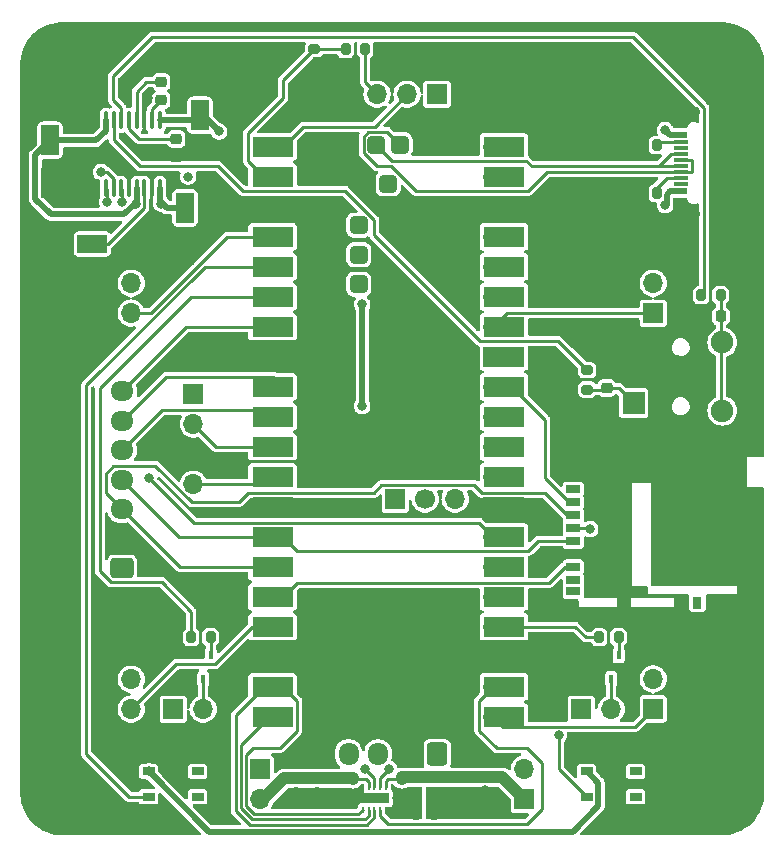
<source format=gbr>
%TF.GenerationSoftware,KiCad,Pcbnew,7.0.10-7.0.10~ubuntu22.04.1*%
%TF.CreationDate,2024-05-07T18:37:12+09:00*%
%TF.ProjectId,TurtlePico,54757274-6c65-4506-9963-6f2e6b696361,rev?*%
%TF.SameCoordinates,Original*%
%TF.FileFunction,Copper,L1,Top*%
%TF.FilePolarity,Positive*%
%FSLAX46Y46*%
G04 Gerber Fmt 4.6, Leading zero omitted, Abs format (unit mm)*
G04 Created by KiCad (PCBNEW 7.0.10-7.0.10~ubuntu22.04.1) date 2024-05-07 18:37:12*
%MOMM*%
%LPD*%
G01*
G04 APERTURE LIST*
G04 Aperture macros list*
%AMRoundRect*
0 Rectangle with rounded corners*
0 $1 Rounding radius*
0 $2 $3 $4 $5 $6 $7 $8 $9 X,Y pos of 4 corners*
0 Add a 4 corners polygon primitive as box body*
4,1,4,$2,$3,$4,$5,$6,$7,$8,$9,$2,$3,0*
0 Add four circle primitives for the rounded corners*
1,1,$1+$1,$2,$3*
1,1,$1+$1,$4,$5*
1,1,$1+$1,$6,$7*
1,1,$1+$1,$8,$9*
0 Add four rect primitives between the rounded corners*
20,1,$1+$1,$2,$3,$4,$5,0*
20,1,$1+$1,$4,$5,$6,$7,0*
20,1,$1+$1,$6,$7,$8,$9,0*
20,1,$1+$1,$8,$9,$2,$3,0*%
G04 Aperture macros list end*
%TA.AperFunction,ComponentPad*%
%ADD10C,5.600000*%
%TD*%
%TA.AperFunction,SMDPad,CuDef*%
%ADD11R,0.450000X0.700000*%
%TD*%
%TA.AperFunction,SMDPad,CuDef*%
%ADD12RoundRect,0.200000X-0.200000X-0.275000X0.200000X-0.275000X0.200000X0.275000X-0.200000X0.275000X0*%
%TD*%
%TA.AperFunction,SMDPad,CuDef*%
%ADD13RoundRect,0.200000X-0.275000X0.200000X-0.275000X-0.200000X0.275000X-0.200000X0.275000X0.200000X0*%
%TD*%
%TA.AperFunction,SMDPad,CuDef*%
%ADD14RoundRect,0.200000X0.200000X0.275000X-0.200000X0.275000X-0.200000X-0.275000X0.200000X-0.275000X0*%
%TD*%
%TA.AperFunction,SMDPad,CuDef*%
%ADD15R,0.250000X0.500000*%
%TD*%
%TA.AperFunction,SMDPad,CuDef*%
%ADD16R,2.000000X0.900000*%
%TD*%
%TA.AperFunction,ComponentPad*%
%ADD17R,1.900000X1.900000*%
%TD*%
%TA.AperFunction,ComponentPad*%
%ADD18C,1.900000*%
%TD*%
%TA.AperFunction,ComponentPad*%
%ADD19R,1.700000X1.700000*%
%TD*%
%TA.AperFunction,ComponentPad*%
%ADD20O,1.700000X1.700000*%
%TD*%
%TA.AperFunction,SMDPad,CuDef*%
%ADD21RoundRect,0.225000X0.250000X-0.225000X0.250000X0.225000X-0.250000X0.225000X-0.250000X-0.225000X0*%
%TD*%
%TA.AperFunction,SMDPad,CuDef*%
%ADD22R,1.050000X0.650000*%
%TD*%
%TA.AperFunction,SMDPad,CuDef*%
%ADD23RoundRect,0.250000X-0.550000X1.050000X-0.550000X-1.050000X0.550000X-1.050000X0.550000X1.050000X0*%
%TD*%
%TA.AperFunction,SMDPad,CuDef*%
%ADD24RoundRect,0.225000X-0.225000X-0.250000X0.225000X-0.250000X0.225000X0.250000X-0.225000X0.250000X0*%
%TD*%
%TA.AperFunction,SMDPad,CuDef*%
%ADD25R,3.500000X1.700000*%
%TD*%
%TA.AperFunction,ComponentPad*%
%ADD26C,1.700000*%
%TD*%
%TA.AperFunction,SMDPad,CuDef*%
%ADD27RoundRect,0.381000X-0.381000X-0.381000X0.381000X-0.381000X0.381000X0.381000X-0.381000X0.381000X0*%
%TD*%
%TA.AperFunction,SMDPad,CuDef*%
%ADD28R,1.200000X0.700000*%
%TD*%
%TA.AperFunction,SMDPad,CuDef*%
%ADD29R,0.800000X1.000000*%
%TD*%
%TA.AperFunction,SMDPad,CuDef*%
%ADD30R,1.200000X1.000000*%
%TD*%
%TA.AperFunction,SMDPad,CuDef*%
%ADD31R,2.800000X1.000000*%
%TD*%
%TA.AperFunction,SMDPad,CuDef*%
%ADD32R,1.900000X1.300000*%
%TD*%
%TA.AperFunction,SMDPad,CuDef*%
%ADD33RoundRect,0.250000X1.050000X0.550000X-1.050000X0.550000X-1.050000X-0.550000X1.050000X-0.550000X0*%
%TD*%
%TA.AperFunction,SMDPad,CuDef*%
%ADD34RoundRect,0.100000X-0.100000X0.637500X-0.100000X-0.637500X0.100000X-0.637500X0.100000X0.637500X0*%
%TD*%
%TA.AperFunction,SMDPad,CuDef*%
%ADD35R,1.150000X0.600000*%
%TD*%
%TA.AperFunction,SMDPad,CuDef*%
%ADD36R,1.150000X0.300000*%
%TD*%
%TA.AperFunction,ComponentPad*%
%ADD37O,1.800000X1.000000*%
%TD*%
%TA.AperFunction,ComponentPad*%
%ADD38O,2.100000X1.000000*%
%TD*%
%TA.AperFunction,SMDPad,CuDef*%
%ADD39RoundRect,0.250000X0.550000X-1.050000X0.550000X1.050000X-0.550000X1.050000X-0.550000X-1.050000X0*%
%TD*%
%TA.AperFunction,SMDPad,CuDef*%
%ADD40RoundRect,0.225000X-0.250000X0.225000X-0.250000X-0.225000X0.250000X-0.225000X0.250000X0.225000X0*%
%TD*%
%TA.AperFunction,SMDPad,CuDef*%
%ADD41RoundRect,0.225000X0.225000X0.250000X-0.225000X0.250000X-0.225000X-0.250000X0.225000X-0.250000X0*%
%TD*%
%TA.AperFunction,ComponentPad*%
%ADD42RoundRect,0.250000X0.725000X-0.600000X0.725000X0.600000X-0.725000X0.600000X-0.725000X-0.600000X0*%
%TD*%
%TA.AperFunction,ComponentPad*%
%ADD43O,1.950000X1.700000*%
%TD*%
%TA.AperFunction,ComponentPad*%
%ADD44RoundRect,0.250000X0.600000X0.725000X-0.600000X0.725000X-0.600000X-0.725000X0.600000X-0.725000X0*%
%TD*%
%TA.AperFunction,ComponentPad*%
%ADD45O,1.700000X1.950000*%
%TD*%
%TA.AperFunction,ViaPad*%
%ADD46C,1.200000*%
%TD*%
%TA.AperFunction,ViaPad*%
%ADD47C,0.800000*%
%TD*%
%TA.AperFunction,Conductor*%
%ADD48C,0.250000*%
%TD*%
%TA.AperFunction,Conductor*%
%ADD49C,0.500000*%
%TD*%
%TA.AperFunction,Conductor*%
%ADD50C,1.000000*%
%TD*%
G04 APERTURE END LIST*
D10*
%TO.P,REF\u002A\u002A,1*%
%TO.N,GND*%
X117856000Y-126492000D03*
%TD*%
D11*
%TO.P,Q1,1,B*%
%TO.N,Net-(Q1-B)*%
X164988000Y-114840000D03*
%TO.P,Q1,2,E*%
%TO.N,GND*%
X163688000Y-114840000D03*
%TO.P,Q1,3,C*%
%TO.N,Net-(J3-Pin_2)*%
X164338000Y-116840000D03*
%TD*%
D12*
%TO.P,R4,1*%
%TO.N,GND*%
X166561000Y-71628000D03*
%TO.P,R4,2*%
%TO.N,Net-(J1-CC2)*%
X168211000Y-71628000D03*
%TD*%
D13*
%TO.P,R8,1*%
%TO.N,/GP1*%
X139192000Y-63500000D03*
%TO.P,R8,2*%
%TO.N,GND*%
X139192000Y-65150000D03*
%TD*%
D14*
%TO.P,R7,1*%
%TO.N,Net-(J7-Pin_3)*%
X143510000Y-63500000D03*
%TO.P,R7,2*%
%TO.N,/GP1*%
X141860000Y-63500000D03*
%TD*%
D15*
%TO.P,IC1,1,VM*%
%TO.N,+5V*%
X145796000Y-125984000D03*
%TO.P,IC1,2,AOUT1*%
%TO.N,Net-(IC1-AOUT1)*%
X145296000Y-125984000D03*
%TO.P,IC1,3,AOUT2*%
%TO.N,Net-(IC1-AOUT2)*%
X144796000Y-125984000D03*
%TO.P,IC1,4,BOUT1*%
%TO.N,Net-(IC1-BOUT1)*%
X144296000Y-125984000D03*
%TO.P,IC1,5,BOUT2*%
%TO.N,Net-(IC1-BOUT2)*%
X143796000Y-125984000D03*
%TO.P,IC1,6,GND_1*%
%TO.N,GND*%
X143296000Y-125984000D03*
%TO.P,IC1,7,BIN2_/_BENBL*%
%TO.N,/GP14*%
X143296000Y-127884000D03*
%TO.P,IC1,8,BIN1_/_BPHASE*%
%TO.N,/GP15*%
X143796000Y-127884000D03*
%TO.P,IC1,9,AIN2_/_AENBL*%
%TO.N,/GP14*%
X144296000Y-127884000D03*
%TO.P,IC1,10,AIN1_/_APHASE*%
%TO.N,/GP17*%
X144796000Y-127884000D03*
%TO.P,IC1,11,MODE*%
%TO.N,+5V*%
X145296000Y-127884000D03*
%TO.P,IC1,12,VCC*%
X145796000Y-127884000D03*
D16*
%TO.P,IC1,13,GND_2*%
%TO.N,GND*%
X144546000Y-126934000D03*
%TD*%
D14*
%TO.P,R6,1*%
%TO.N,Net-(Q2-B)*%
X130428000Y-113284000D03*
%TO.P,R6,2*%
%TO.N,/GP4*%
X128778000Y-113284000D03*
%TD*%
D10*
%TO.P,REF\u002A\u002A,1*%
%TO.N,GND*%
X173736000Y-126492000D03*
%TD*%
D14*
%TO.P,R5,1*%
%TO.N,Net-(Q1-B)*%
X164972000Y-113284000D03*
%TO.P,R5,2*%
%TO.N,/GP18*%
X163322000Y-113284000D03*
%TD*%
D17*
%TO.P,J2,R*%
%TO.N,Net-(C2-Pad1)*%
X166236000Y-93476000D03*
D18*
%TO.P,J2,S*%
%TO.N,GND*%
X166236000Y-88976000D03*
%TO.P,J2,T*%
%TO.N,Net-(C1-Pad1)*%
X173736000Y-94126000D03*
X173736000Y-88326000D03*
%TD*%
D19*
%TO.P,J10,1,Pin_1*%
%TO.N,Net-(IC1-BOUT1)*%
X134620000Y-124460000D03*
D20*
%TO.P,J10,2,Pin_2*%
%TO.N,Net-(IC1-BOUT2)*%
X134620000Y-127000000D03*
%TD*%
D19*
%TO.P,J9,1,Pin_1*%
%TO.N,Net-(IC1-AOUT1)*%
X156972000Y-127000000D03*
D20*
%TO.P,J9,2,Pin_2*%
%TO.N,Net-(IC1-AOUT2)*%
X156972000Y-124460000D03*
%TD*%
D21*
%TO.P,C2,1*%
%TO.N,Net-(C2-Pad1)*%
X163957000Y-92202000D03*
%TO.P,C2,2*%
%TO.N,GND*%
X163957000Y-90652000D03*
%TD*%
D22*
%TO.P,SW2,1,1*%
%TO.N,+3.3V*%
X125179000Y-124655000D03*
%TO.P,SW2,2,2*%
%TO.N,/GP3*%
X125179000Y-126805000D03*
%TO.P,SW2,3*%
%TO.N,N/C*%
X129329000Y-124655000D03*
%TO.P,SW2,4*%
X129329000Y-126805000D03*
%TD*%
D23*
%TO.P,C6,1*%
%TO.N,+3.3V*%
X128270000Y-76940000D03*
%TO.P,C6,2*%
%TO.N,GND*%
X128270000Y-80540000D03*
%TD*%
D12*
%TO.P,R3,1*%
%TO.N,Net-(U1-OUTL)*%
X171958000Y-84328000D03*
%TO.P,R3,2*%
%TO.N,Net-(C1-Pad1)*%
X173608000Y-84328000D03*
%TD*%
D21*
%TO.P,C3,1*%
%TO.N,Net-(U1-CAPP)*%
X126238000Y-67818000D03*
%TO.P,C3,2*%
%TO.N,Net-(U1-CAPM)*%
X126238000Y-66268000D03*
%TD*%
D19*
%TO.P,J6,1,Pin_1*%
%TO.N,+5V*%
X128965000Y-92710000D03*
D20*
%TO.P,J6,2,Pin_2*%
%TO.N,/GP8*%
X128965000Y-95250000D03*
%TO.P,J6,3,Pin_3*%
%TO.N,GND*%
X128965000Y-97790000D03*
%TO.P,J6,4,Pin_4*%
%TO.N,/GP9*%
X128965000Y-100330000D03*
%TD*%
D19*
%TO.P,J4,1,Pin_1*%
%TO.N,+5V*%
X127254000Y-119380000D03*
D20*
%TO.P,J4,2,Pin_2*%
%TO.N,Net-(J4-Pin_2)*%
X129794000Y-119380000D03*
%TD*%
D24*
%TO.P,C9,1*%
%TO.N,+5V*%
X147815000Y-126746000D03*
%TO.P,C9,2*%
%TO.N,GND*%
X149365000Y-126746000D03*
%TD*%
D22*
%TO.P,SW1,1,1*%
%TO.N,+3.3V*%
X162263000Y-124655000D03*
%TO.P,SW1,2,2*%
%TO.N,/GP22*%
X162263000Y-126805000D03*
%TO.P,SW1,3*%
%TO.N,N/C*%
X166413000Y-124655000D03*
%TO.P,SW1,4*%
X166413000Y-126805000D03*
%TD*%
D19*
%TO.P,J7,1,Pin_1*%
%TO.N,+5V*%
X149596000Y-67310000D03*
D20*
%TO.P,J7,2,Pin_2*%
%TO.N,/GP0*%
X147056000Y-67310000D03*
%TO.P,J7,3,Pin_3*%
%TO.N,Net-(J7-Pin_3)*%
X144516000Y-67310000D03*
%TO.P,J7,4,Pin_4*%
%TO.N,GND*%
X141976000Y-67310000D03*
%TD*%
%TO.P,U2,1,GPIO0*%
%TO.N,/GP0*%
X136575900Y-71770000D03*
D25*
X135675900Y-71770000D03*
D20*
%TO.P,U2,2,GPIO1*%
%TO.N,/GP1*%
X136575900Y-74310000D03*
D25*
X135675900Y-74310000D03*
D19*
%TO.P,U2,3,GND*%
%TO.N,GND*%
X136575900Y-76850000D03*
D25*
X135675900Y-76850000D03*
D20*
%TO.P,U2,4,GPIO2*%
%TO.N,/GP2*%
X136575900Y-79390000D03*
D25*
X135675900Y-79390000D03*
D20*
%TO.P,U2,5,GPIO3*%
%TO.N,/GP3*%
X136575900Y-81930000D03*
D25*
X135675900Y-81930000D03*
D20*
%TO.P,U2,6,GPIO4*%
%TO.N,/GP4*%
X136575900Y-84470000D03*
D25*
X135675900Y-84470000D03*
D20*
%TO.P,U2,7,GPIO5*%
%TO.N,/GP5*%
X136575900Y-87010000D03*
D25*
X135675900Y-87010000D03*
D19*
%TO.P,U2,8,GND*%
%TO.N,GND*%
X136575900Y-89550000D03*
D25*
X135675900Y-89550000D03*
D20*
%TO.P,U2,9,GPIO6*%
%TO.N,/GP6*%
X136575900Y-92090000D03*
D25*
X135675900Y-92090000D03*
D20*
%TO.P,U2,10,GPIO7*%
%TO.N,/GP7*%
X136575900Y-94630000D03*
D25*
X135675900Y-94630000D03*
D20*
%TO.P,U2,11,GPIO8*%
%TO.N,/GP8*%
X136575900Y-97170000D03*
D25*
X135675900Y-97170000D03*
D20*
%TO.P,U2,12,GPIO9*%
%TO.N,/GP9*%
X136575900Y-99710000D03*
D25*
X135675900Y-99710000D03*
D19*
%TO.P,U2,13,GND*%
%TO.N,GND*%
X136575900Y-102250000D03*
D25*
X135675900Y-102250000D03*
D20*
%TO.P,U2,14,GPIO10*%
%TO.N,/GP10*%
X136575900Y-104790000D03*
D25*
X135675900Y-104790000D03*
D20*
%TO.P,U2,15,GPIO11*%
%TO.N,/GP11*%
X136575900Y-107330000D03*
D25*
X135675900Y-107330000D03*
D20*
%TO.P,U2,16,GPIO12*%
%TO.N,/GP12*%
X136575900Y-109870000D03*
D25*
X135675900Y-109870000D03*
D20*
%TO.P,U2,17,GPIO13*%
%TO.N,/GP13*%
X136575900Y-112410000D03*
D25*
X135675900Y-112410000D03*
D19*
%TO.P,U2,18,GND*%
%TO.N,GND*%
X136575900Y-114950000D03*
D25*
X135675900Y-114950000D03*
D20*
%TO.P,U2,19,GPIO14*%
%TO.N,/GP14*%
X136575900Y-117490000D03*
D25*
X135675900Y-117490000D03*
D20*
%TO.P,U2,20,GPIO15*%
%TO.N,/GP15*%
X136575900Y-120030000D03*
D25*
X135675900Y-120030000D03*
D20*
%TO.P,U2,21,GPIO16*%
%TO.N,/GP16*%
X154355900Y-120030000D03*
D25*
X155255900Y-120030000D03*
D20*
%TO.P,U2,22,GPIO17*%
%TO.N,/GP17*%
X154355900Y-117490000D03*
D25*
X155255900Y-117490000D03*
D19*
%TO.P,U2,23,GND*%
%TO.N,GND*%
X154355900Y-114950000D03*
D25*
X155255900Y-114950000D03*
D20*
%TO.P,U2,24,GPIO18*%
%TO.N,/GP18*%
X154355900Y-112410000D03*
D25*
X155255900Y-112410000D03*
D20*
%TO.P,U2,25,GPIO19*%
%TO.N,/GP19*%
X154355900Y-109870000D03*
D25*
X155255900Y-109870000D03*
D20*
%TO.P,U2,26,GPIO20*%
%TO.N,/GP20*%
X154355900Y-107330000D03*
D25*
X155255900Y-107330000D03*
D20*
%TO.P,U2,27,GPIO21*%
%TO.N,/GP21*%
X154355900Y-104790000D03*
D25*
X155255900Y-104790000D03*
D19*
%TO.P,U2,28,GND*%
%TO.N,GND*%
X154355900Y-102250000D03*
D25*
X155255900Y-102250000D03*
D20*
%TO.P,U2,29,GPIO22*%
%TO.N,/GP22*%
X154355900Y-99710000D03*
D25*
X155255900Y-99710000D03*
D20*
%TO.P,U2,30,RUN*%
%TO.N,unconnected-(U2-RUN-Pad30)*%
X154355900Y-97170000D03*
D25*
X155255900Y-97170000D03*
D20*
%TO.P,U2,31,GPIO26_ADC0*%
%TO.N,unconnected-(U2-GPIO26_ADC0-Pad31)*%
X154355900Y-94630000D03*
D25*
X155255900Y-94630000D03*
D20*
%TO.P,U2,32,GPIO27_ADC1*%
%TO.N,/GP27*%
X154355900Y-92090000D03*
D25*
X155255900Y-92090000D03*
D19*
%TO.P,U2,33,AGND*%
%TO.N,unconnected-(U2-AGND-Pad33)*%
X154355900Y-89550000D03*
D25*
X155255900Y-89550000D03*
D20*
%TO.P,U2,34,GPIO28_ADC2*%
%TO.N,/GP28*%
X154355900Y-87010000D03*
D25*
X155255900Y-87010000D03*
D20*
%TO.P,U2,35,ADC_VREF*%
%TO.N,unconnected-(U2-ADC_VREF-Pad35)*%
X154355900Y-84470000D03*
D25*
X155255900Y-84470000D03*
D20*
%TO.P,U2,36,3V3*%
%TO.N,+3.3V*%
X154355900Y-81930000D03*
D25*
X155255900Y-81930000D03*
D20*
%TO.P,U2,37,3V3_EN*%
%TO.N,unconnected-(U2-3V3_EN-Pad37)*%
X154355900Y-79390000D03*
D25*
X155255900Y-79390000D03*
D19*
%TO.P,U2,38,GND*%
%TO.N,GND*%
X154355900Y-76850000D03*
D25*
X155255900Y-76850000D03*
D20*
%TO.P,U2,39,VSYS*%
%TO.N,unconnected-(U2-VSYS-Pad39)*%
X154355900Y-74310000D03*
D25*
X155255900Y-74310000D03*
D20*
%TO.P,U2,40,VBUS*%
%TO.N,+5V*%
X154355900Y-71770000D03*
D25*
X155255900Y-71770000D03*
D19*
%TO.P,U2,41,SWCLK*%
%TO.N,unconnected-(U2-SWCLK-Pad41)*%
X146050000Y-101600000D03*
D26*
%TO.P,U2,42,GND*%
%TO.N,unconnected-(U2-GND-Pad42)*%
X148590000Y-101600000D03*
D20*
%TO.P,U2,43,SWDIO*%
%TO.N,unconnected-(U2-SWDIO-Pad43)*%
X151130000Y-101600000D03*
D27*
%TO.P,U2,TP1,GND*%
%TO.N,unconnected-(U2-GND-PadTP1)*%
X145465900Y-74900000D03*
%TO.P,U2,TP2,USB_DM*%
%TO.N,Net-(J1-DN1)*%
X146465900Y-71600000D03*
%TO.P,U2,TP3,USB_DP*%
%TO.N,Net-(J1-DP1)*%
X144465900Y-71600000D03*
%TO.P,U2,TP4,GPIO23*%
%TO.N,unconnected-(U2-GPIO23-PadTP4)*%
X142965900Y-78400000D03*
%TO.P,U2,TP5,GPIO25*%
%TO.N,unconnected-(U2-GPIO25-PadTP5)*%
X142965900Y-80900000D03*
%TO.P,U2,TP6,BOOTSEL*%
%TO.N,unconnected-(U2-BOOTSEL-PadTP6)*%
X142965900Y-83400000D03*
%TD*%
D28*
%TO.P,J11,1,DAT2*%
%TO.N,unconnected-(J11-DAT2-Pad1)*%
X161133000Y-100760000D03*
%TO.P,J11,2,DAT3/CD*%
%TO.N,/GP27*%
X161133000Y-101860000D03*
%TO.P,J11,3,CMD*%
%TO.N,/GP11*%
X161133000Y-102960000D03*
%TO.P,J11,4,VDD*%
%TO.N,+5V*%
X161133000Y-104060000D03*
%TO.P,J11,5,CLK*%
%TO.N,/GP10*%
X161133000Y-105160000D03*
%TO.P,J11,6,VSS*%
%TO.N,GND*%
X161133000Y-106260000D03*
%TO.P,J11,7,DAT0*%
%TO.N,/GP12*%
X161133000Y-107360000D03*
%TO.P,J11,8,DAT1*%
%TO.N,unconnected-(J11-DAT1-Pad8)*%
X161133000Y-108460000D03*
%TO.P,J11,9,DET_B*%
%TO.N,unconnected-(J11-DET_B-Pad9)*%
X161133000Y-109410000D03*
D29*
%TO.P,J11,10,DET_A*%
%TO.N,unconnected-(J11-DET_A-Pad10)*%
X171633000Y-110360000D03*
D30*
%TO.P,J11,11,SHIELD*%
%TO.N,GND*%
X165433000Y-110360000D03*
D31*
X175783000Y-110360000D03*
D30*
X161133000Y-99210000D03*
D32*
X176233000Y-96860000D03*
%TD*%
D33*
%TO.P,C8,1*%
%TO.N,Net-(U1-LDOO)*%
X120418000Y-80010000D03*
%TO.P,C8,2*%
%TO.N,GND*%
X116818000Y-80010000D03*
%TD*%
D12*
%TO.P,R1,1*%
%TO.N,GND*%
X166561000Y-75692000D03*
%TO.P,R1,2*%
%TO.N,Net-(J1-CC1)*%
X168211000Y-75692000D03*
%TD*%
D19*
%TO.P,J3,1,Pin_1*%
%TO.N,+5V*%
X161798000Y-119380000D03*
D20*
%TO.P,J3,2,Pin_2*%
%TO.N,Net-(J3-Pin_2)*%
X164338000Y-119380000D03*
%TD*%
D34*
%TO.P,U1,1,CPVDD*%
%TO.N,+3.3V*%
X126115000Y-69527500D03*
%TO.P,U1,2,CAPP*%
%TO.N,Net-(U1-CAPP)*%
X125465000Y-69527500D03*
%TO.P,U1,3,CPGND*%
%TO.N,GND*%
X124815000Y-69527500D03*
%TO.P,U1,4,CAPM*%
%TO.N,Net-(U1-CAPM)*%
X124165000Y-69527500D03*
%TO.P,U1,5,VNEG*%
%TO.N,Net-(U1-VNEG)*%
X123515000Y-69527500D03*
%TO.P,U1,6,OUTL*%
%TO.N,Net-(U1-OUTL)*%
X122865000Y-69527500D03*
%TO.P,U1,7,OUTR*%
%TO.N,Net-(U1-OUTR)*%
X122215000Y-69527500D03*
%TO.P,U1,8,AVDD*%
%TO.N,+3.3V*%
X121565000Y-69527500D03*
%TO.P,U1,9,AGND*%
%TO.N,GND*%
X120915000Y-69527500D03*
%TO.P,U1,10,DEMP*%
X120265000Y-69527500D03*
%TO.P,U1,11,FLT*%
X120265000Y-75252500D03*
%TO.P,U1,12,SCK*%
X120915000Y-75252500D03*
%TO.P,U1,13,BCK*%
%TO.N,/GP19*%
X121565000Y-75252500D03*
%TO.P,U1,14,DIN*%
%TO.N,/GP21*%
X122215000Y-75252500D03*
%TO.P,U1,15,LRCK*%
%TO.N,/GP20*%
X122865000Y-75252500D03*
%TO.P,U1,16,FMT*%
%TO.N,GND*%
X123515000Y-75252500D03*
%TO.P,U1,17,XSMT*%
%TO.N,+3.3V*%
X124165000Y-75252500D03*
%TO.P,U1,18,LDOO*%
%TO.N,Net-(U1-LDOO)*%
X124815000Y-75252500D03*
%TO.P,U1,19,DGND*%
%TO.N,GND*%
X125465000Y-75252500D03*
%TO.P,U1,20,DVDD*%
%TO.N,+3.3V*%
X126115000Y-75252500D03*
%TD*%
D24*
%TO.P,C10,1*%
%TO.N,+5V*%
X147828000Y-128270000D03*
%TO.P,C10,2*%
%TO.N,GND*%
X149378000Y-128270000D03*
%TD*%
D10*
%TO.P,REF\u002A\u002A,1*%
%TO.N,GND*%
X117856000Y-64770000D03*
%TD*%
D35*
%TO.P,J1,A1_B12,GND*%
%TO.N,GND*%
X170143700Y-76350400D03*
%TO.P,J1,A4_B9,VBUS*%
%TO.N,+5V*%
X170143700Y-75550000D03*
D36*
%TO.P,J1,A5,CC1*%
%TO.N,Net-(J1-CC1)*%
X170272500Y-74400000D03*
%TO.P,J1,A6,DP1*%
%TO.N,Net-(J1-DP1)*%
X170272500Y-73400000D03*
%TO.P,J1,A7,DN1*%
%TO.N,Net-(J1-DN1)*%
X170272500Y-72900000D03*
%TO.P,J1,A8,SBU1*%
%TO.N,unconnected-(J1-SBU1-PadA8)*%
X170272500Y-71900000D03*
D35*
%TO.P,J1,B1_A12,GND*%
%TO.N,GND*%
X170143700Y-69950000D03*
%TO.P,J1,B4_A9,VBUS*%
%TO.N,+5V*%
X170143700Y-70750000D03*
D36*
%TO.P,J1,B5,CC2*%
%TO.N,Net-(J1-CC2)*%
X170272500Y-71400000D03*
%TO.P,J1,B6,DP2*%
%TO.N,Net-(J1-DP1)*%
X170272500Y-72400000D03*
%TO.P,J1,B7,DN2*%
%TO.N,Net-(J1-DN1)*%
X170272500Y-73900000D03*
%TO.P,J1,B8,SBU2*%
%TO.N,unconnected-(J1-SBU2-PadB8)*%
X170272500Y-74900000D03*
D37*
%TO.P,J1,S1,SHIELD*%
%TO.N,GND*%
X175017500Y-77470000D03*
%TO.P,J1,S2,SHIELD*%
X175017500Y-68830000D03*
D38*
%TO.P,J1,S3,SHIELD*%
X170837500Y-77470000D03*
%TO.P,J1,S4,SHIELD*%
X170837500Y-68830000D03*
%TD*%
D10*
%TO.P,REF\u002A\u002A,1*%
%TO.N,GND*%
X173736000Y-64770000D03*
%TD*%
D11*
%TO.P,Q2,1,B*%
%TO.N,Net-(Q2-B)*%
X130444000Y-114840000D03*
%TO.P,Q2,2,E*%
%TO.N,GND*%
X129144000Y-114840000D03*
%TO.P,Q2,3,C*%
%TO.N,Net-(J4-Pin_2)*%
X129794000Y-116840000D03*
%TD*%
D23*
%TO.P,C7,1*%
%TO.N,+3.3V*%
X116840000Y-71225000D03*
%TO.P,C7,2*%
%TO.N,GND*%
X116840000Y-74825000D03*
%TD*%
D39*
%TO.P,C5,1*%
%TO.N,+3.3V*%
X129540000Y-69110000D03*
%TO.P,C5,2*%
%TO.N,GND*%
X129540000Y-65510000D03*
%TD*%
D13*
%TO.P,R2,1*%
%TO.N,Net-(U1-OUTR)*%
X162306000Y-90678000D03*
%TO.P,R2,2*%
%TO.N,Net-(C2-Pad1)*%
X162306000Y-92328000D03*
%TD*%
D40*
%TO.P,C4,1*%
%TO.N,Net-(U1-VNEG)*%
X127508000Y-71107000D03*
%TO.P,C4,2*%
%TO.N,GND*%
X127508000Y-72657000D03*
%TD*%
D41*
%TO.P,C1,1*%
%TO.N,Net-(C1-Pad1)*%
X173622000Y-86106000D03*
%TO.P,C1,2*%
%TO.N,GND*%
X172072000Y-86106000D03*
%TD*%
D19*
%TO.P,J14,1,Pin_1*%
%TO.N,/GP16*%
X167894000Y-119365000D03*
D20*
%TO.P,J14,2,Pin_2*%
%TO.N,+5V*%
X167894000Y-116825000D03*
%TO.P,J14,3,Pin_3*%
%TO.N,GND*%
X167894000Y-114285000D03*
%TD*%
D42*
%TO.P,J8,1,Pin_1*%
%TO.N,+3.3V*%
X122936000Y-107456000D03*
D43*
%TO.P,J8,2,Pin_2*%
%TO.N,GND*%
X122936000Y-104956000D03*
%TO.P,J8,3,Pin_3*%
%TO.N,/GP11*%
X122936000Y-102456000D03*
%TO.P,J8,4,Pin_4*%
%TO.N,/GP10*%
X122936000Y-99956000D03*
%TO.P,J8,5,Pin_5*%
%TO.N,/GP7*%
X122936000Y-97456000D03*
%TO.P,J8,6,Pin_6*%
%TO.N,/GP6*%
X122936000Y-94956000D03*
%TO.P,J8,7,Pin_7*%
%TO.N,/GP5*%
X122936000Y-92456000D03*
%TD*%
D19*
%TO.P,J13,1,Pin_1*%
%TO.N,GND*%
X123698000Y-80772000D03*
D20*
%TO.P,J13,2,Pin_2*%
%TO.N,+5V*%
X123698000Y-83312000D03*
%TO.P,J13,3,Pin_3*%
%TO.N,/GP2*%
X123698000Y-85852000D03*
%TD*%
D19*
%TO.P,J12,1,Pin_1*%
%TO.N,/GP28*%
X167894000Y-85852000D03*
D20*
%TO.P,J12,2,Pin_2*%
%TO.N,+5V*%
X167894000Y-83312000D03*
%TO.P,J12,3,Pin_3*%
%TO.N,GND*%
X167894000Y-80772000D03*
%TD*%
D19*
%TO.P,J15,1,Pin_1*%
%TO.N,GND*%
X123698000Y-114300000D03*
D20*
%TO.P,J15,2,Pin_2*%
%TO.N,+5V*%
X123698000Y-116840000D03*
%TO.P,J15,3,Pin_3*%
%TO.N,/GP13*%
X123698000Y-119380000D03*
%TD*%
D44*
%TO.P,J5,1,Pin_1*%
%TO.N,+5V*%
X149606000Y-123190000D03*
D45*
%TO.P,J5,2,Pin_2*%
%TO.N,GND*%
X147106000Y-123190000D03*
%TO.P,J5,3,Pin_3*%
%TO.N,/GP8*%
X144606000Y-123190000D03*
%TO.P,J5,4,Pin_4*%
%TO.N,/GP9*%
X142106000Y-123190000D03*
%TD*%
D46*
%TO.N,GND*%
X137668000Y-126542800D03*
D47*
X152146000Y-123698000D03*
X135636000Y-67310000D03*
X125163000Y-67604959D03*
D46*
X138938000Y-121666000D03*
D47*
X124460000Y-64770000D03*
D46*
X140462000Y-121666000D03*
X139446000Y-126542800D03*
D47*
X153670000Y-126238000D03*
%TO.N,+3.3V*%
X131146918Y-70470000D03*
X125179000Y-124655000D03*
X126238000Y-76581000D03*
X124079000Y-76581000D03*
D46*
%TO.N,+5V*%
X146380200Y-126923800D03*
X146583400Y-128117600D03*
D47*
X143256000Y-93726000D03*
X162560000Y-104140000D03*
X143256000Y-85090000D03*
X168910000Y-70358000D03*
X168910000Y-76708000D03*
%TO.N,/GP22*%
X159893000Y-121605000D03*
%TO.N,/GP19*%
X121666000Y-76454000D03*
%TO.N,/GP20*%
X122936000Y-76454000D03*
%TO.N,/GP21*%
X121158000Y-73914000D03*
X125222000Y-99822000D03*
X128524000Y-74295000D03*
%TO.N,Net-(IC1-AOUT2)*%
X145542000Y-124460000D03*
%TO.N,Net-(IC1-BOUT1)*%
X143510000Y-124460000D03*
%TD*%
D48*
%TO.N,GND*%
X137750900Y-98345000D02*
X138938000Y-97157900D01*
X128965000Y-97790000D02*
X129520000Y-98345000D01*
X137048000Y-89550000D02*
X136575900Y-89550000D01*
X138938000Y-97157900D02*
X138938000Y-91440000D01*
X138938000Y-91440000D02*
X137048000Y-89550000D01*
X129520000Y-98345000D02*
X137750900Y-98345000D01*
D49*
%TO.N,+3.3V*%
X128270000Y-76940000D02*
X126732000Y-76940000D01*
X129122500Y-69527500D02*
X129540000Y-69110000D01*
X115570000Y-76151878D02*
X115570000Y-72495000D01*
X126373000Y-76581000D02*
X126238000Y-76581000D01*
X124165000Y-76427082D02*
X124079000Y-76513082D01*
X126238000Y-76446000D02*
X126115000Y-76323000D01*
X123122082Y-77470000D02*
X116888122Y-77470000D01*
X120735588Y-71225000D02*
X116840000Y-71225000D01*
X163238000Y-125630000D02*
X162263000Y-124655000D01*
X121565000Y-69527500D02*
X121565000Y-70395588D01*
X126115000Y-76323000D02*
X126115000Y-75252500D01*
X126732000Y-76940000D02*
X126373000Y-76581000D01*
X129540000Y-69110000D02*
X129786918Y-69110000D01*
X163238000Y-127580000D02*
X163238000Y-125630000D01*
X124079000Y-76581000D02*
X124011082Y-76581000D01*
X129786918Y-69110000D02*
X131146918Y-70470000D01*
X126238000Y-76581000D02*
X126238000Y-76446000D01*
X116888122Y-77470000D02*
X115570000Y-76151878D01*
X126115000Y-69527500D02*
X129122500Y-69527500D01*
X121565000Y-70395588D02*
X120735588Y-71225000D01*
X124165000Y-75252500D02*
X124165000Y-76427082D01*
X125179000Y-124655000D02*
X130269000Y-129745000D01*
X124011082Y-76581000D02*
X123122082Y-77470000D01*
X124079000Y-76513082D02*
X124079000Y-76581000D01*
X130269000Y-129745000D02*
X161073000Y-129745000D01*
X161073000Y-129745000D02*
X163238000Y-127580000D01*
X115570000Y-72495000D02*
X116840000Y-71225000D01*
D48*
%TO.N,+5V*%
X161133000Y-104060000D02*
X162480000Y-104060000D01*
D49*
X169302000Y-70750000D02*
X170143700Y-70750000D01*
D50*
X147815000Y-128257000D02*
X147828000Y-128270000D01*
D49*
X170272500Y-75550000D02*
X169330000Y-75550000D01*
X168910000Y-70358000D02*
X169302000Y-70750000D01*
D48*
X162480000Y-104060000D02*
X162560000Y-104140000D01*
D49*
X168910000Y-76708000D02*
X169061000Y-76557000D01*
X169330000Y-75550000D02*
X169061000Y-75819000D01*
X143256000Y-85090000D02*
X143256000Y-93726000D01*
X169061000Y-76557000D02*
X169061000Y-75819000D01*
D48*
X145296000Y-127884000D02*
X145796000Y-127884000D01*
%TO.N,Net-(J1-DN1)*%
X143378900Y-70926566D02*
X143792466Y-70513000D01*
X171196000Y-73851500D02*
X171196000Y-72948500D01*
X147822334Y-75485000D02*
X145732334Y-73395000D01*
X145378900Y-70513000D02*
X146465900Y-71600000D01*
X158915900Y-73900000D02*
X157330900Y-75485000D01*
X170272500Y-73900000D02*
X171147500Y-73900000D01*
X143378900Y-72273434D02*
X143378900Y-70926566D01*
X145732334Y-73395000D02*
X144500466Y-73395000D01*
X171196000Y-72948500D02*
X171147500Y-72900000D01*
X171147500Y-73900000D02*
X171196000Y-73851500D01*
X170272500Y-73900000D02*
X158915900Y-73900000D01*
X144500466Y-73395000D02*
X143378900Y-72273434D01*
X171147500Y-72900000D02*
X170272500Y-72900000D01*
X143792466Y-70513000D02*
X145378900Y-70513000D01*
X157330900Y-75485000D02*
X147822334Y-75485000D01*
%TO.N,Net-(J3-Pin_2)*%
X164338000Y-119380000D02*
X164338000Y-116840000D01*
%TO.N,/GP8*%
X136575900Y-97170000D02*
X130885000Y-97170000D01*
X130885000Y-97170000D02*
X128965000Y-95250000D01*
%TO.N,/GP9*%
X135955900Y-100330000D02*
X136575900Y-99710000D01*
X136575900Y-99710000D02*
X135830900Y-98965000D01*
X128965000Y-100330000D02*
X135955900Y-100330000D01*
%TO.N,/GP13*%
X127508000Y-115570000D02*
X130810000Y-115570000D01*
X133970000Y-112410000D02*
X136575900Y-112410000D01*
X130810000Y-115570000D02*
X133970000Y-112410000D01*
X123698000Y-119380000D02*
X127508000Y-115570000D01*
%TO.N,/GP10*%
X158135900Y-105160000D02*
X157330900Y-105965000D01*
X136575900Y-104790000D02*
X127770000Y-104790000D01*
X158135900Y-105160000D02*
X161133000Y-105160000D01*
X137750900Y-105965000D02*
X136575900Y-104790000D01*
X127770000Y-104790000D02*
X122936000Y-99956000D01*
X157330900Y-105965000D02*
X137750900Y-105965000D01*
%TO.N,/GP11*%
X121539000Y-99441000D02*
X121539000Y-101059000D01*
X144225000Y-101075000D02*
X144875000Y-100425000D01*
X127810000Y-107330000D02*
X122936000Y-102456000D01*
X152749000Y-100425000D02*
X153399000Y-101075000D01*
X122199000Y-98781000D02*
X125754299Y-98781000D01*
X121539000Y-101059000D02*
X122936000Y-102456000D01*
X132821900Y-101854000D02*
X133600900Y-101075000D01*
X125754299Y-98781000D02*
X128827299Y-101854000D01*
X133600900Y-101075000D02*
X144225000Y-101075000D01*
X121539000Y-99441000D02*
X122199000Y-98781000D01*
X153399000Y-101075000D02*
X158726000Y-101075000D01*
X158726000Y-101075000D02*
X160611000Y-102960000D01*
X160611000Y-102960000D02*
X161133000Y-102960000D01*
X128827299Y-101854000D02*
X132821900Y-101854000D01*
X144875000Y-100425000D02*
X152749000Y-100425000D01*
X136575900Y-107330000D02*
X127810000Y-107330000D01*
%TO.N,/GP16*%
X166379000Y-120880000D02*
X155205900Y-120880000D01*
X167894000Y-119365000D02*
X166379000Y-120880000D01*
X155205900Y-120880000D02*
X154355900Y-120030000D01*
%TO.N,/GP17*%
X157226000Y-122682000D02*
X154657900Y-122682000D01*
X158496000Y-123952000D02*
X157226000Y-122682000D01*
X154657900Y-122682000D02*
X153180900Y-121205000D01*
X153180900Y-121205000D02*
X153180900Y-118665000D01*
X144796000Y-128409000D02*
X145482000Y-129095000D01*
X145482000Y-129095000D02*
X157227000Y-129095000D01*
X153180900Y-118665000D02*
X154355900Y-117490000D01*
X144796000Y-127884000D02*
X144796000Y-128409000D01*
X158496000Y-127826000D02*
X158496000Y-123952000D01*
X157227000Y-129095000D02*
X158496000Y-127826000D01*
%TO.N,/GP15*%
X136575900Y-120030000D02*
X135373819Y-120030000D01*
X135373819Y-120030000D02*
X132995000Y-122408819D01*
X132995000Y-127789396D02*
X133925604Y-128720000D01*
X143796000Y-128409000D02*
X143796000Y-127884000D01*
X133925604Y-128720000D02*
X143485000Y-128720000D01*
X132995000Y-122408819D02*
X132995000Y-127789396D01*
X143485000Y-128720000D02*
X143796000Y-128409000D01*
%TO.N,/GP7*%
X136575900Y-94630000D02*
X136020900Y-94075000D01*
X136020900Y-94075000D02*
X126317000Y-94075000D01*
X126317000Y-94075000D02*
X122936000Y-97456000D01*
%TO.N,/GP2*%
X125378100Y-85852000D02*
X123698000Y-85852000D01*
X136575900Y-79390000D02*
X131840100Y-79390000D01*
X131840100Y-79390000D02*
X125378100Y-85852000D01*
X136575900Y-79390000D02*
X136672900Y-79487000D01*
%TO.N,/GP3*%
X136575900Y-81930000D02*
X129936496Y-81930000D01*
X125179000Y-126805000D02*
X123503000Y-126805000D01*
X119888000Y-91978496D02*
X119888000Y-123190000D01*
X123503000Y-126805000D02*
X119888000Y-123190000D01*
X129936496Y-81930000D02*
X119888000Y-91978496D01*
%TO.N,/GP4*%
X128778000Y-111126000D02*
X126283000Y-108631000D01*
X121031000Y-107696100D02*
X121031000Y-92202000D01*
X126283000Y-108631000D02*
X121965900Y-108631000D01*
X121965900Y-108631000D02*
X121031000Y-107696100D01*
X128763000Y-84470000D02*
X136575900Y-84470000D01*
X128844000Y-112842000D02*
X128778000Y-112776000D01*
X121031000Y-92202000D02*
X128763000Y-84470000D01*
X128778000Y-112776000D02*
X128778000Y-111126000D01*
%TO.N,/GP5*%
X128382000Y-87010000D02*
X136575900Y-87010000D01*
X122936000Y-92456000D02*
X128382000Y-87010000D01*
%TO.N,/GP12*%
X159075000Y-108695000D02*
X160410000Y-107360000D01*
X160410000Y-107360000D02*
X161133000Y-107360000D01*
X136575900Y-109870000D02*
X137750900Y-108695000D01*
X137750900Y-108695000D02*
X159075000Y-108695000D01*
%TO.N,/GP6*%
X126652000Y-91240000D02*
X122936000Y-94956000D01*
X135725900Y-91240000D02*
X126652000Y-91240000D01*
X136575900Y-92090000D02*
X135725900Y-91240000D01*
%TO.N,Net-(Q1-B)*%
X164988000Y-114840000D02*
X164988000Y-113300000D01*
X164988000Y-113300000D02*
X164972000Y-113284000D01*
%TO.N,Net-(Q2-B)*%
X130444000Y-114840000D02*
X130444000Y-113300000D01*
X130444000Y-113300000D02*
X130428000Y-113284000D01*
%TO.N,/GP28*%
X155513900Y-85852000D02*
X154355900Y-87010000D01*
X167894000Y-85852000D02*
X155513900Y-85852000D01*
%TO.N,/GP27*%
X155965900Y-92090000D02*
X158750000Y-94874100D01*
X154355900Y-92090000D02*
X155965900Y-92090000D01*
X158750000Y-94874100D02*
X158750000Y-99850000D01*
X160760000Y-101860000D02*
X161133000Y-101860000D01*
X158750000Y-99850000D02*
X160760000Y-101860000D01*
%TO.N,/GP14*%
X133445000Y-127603000D02*
X133445000Y-123285000D01*
X133739208Y-129170000D02*
X132545000Y-127975792D01*
X132545000Y-119910900D02*
X134965900Y-117490000D01*
X143296000Y-127884000D02*
X142910000Y-128270000D01*
X144296000Y-128545396D02*
X143671396Y-129170000D01*
X136273900Y-122682000D02*
X137750900Y-121205000D01*
X143671396Y-129170000D02*
X133739208Y-129170000D01*
X144296000Y-127884000D02*
X144296000Y-128545396D01*
X142910000Y-128270000D02*
X134112000Y-128270000D01*
X132545000Y-127975792D02*
X132545000Y-119910900D01*
X137750900Y-118665000D02*
X136575900Y-117490000D01*
X134112000Y-128270000D02*
X133445000Y-127603000D01*
X133445000Y-123285000D02*
X134048000Y-122682000D01*
X134965900Y-117490000D02*
X136575900Y-117490000D01*
X137750900Y-121205000D02*
X137750900Y-118665000D01*
X134048000Y-122682000D02*
X136273900Y-122682000D01*
%TO.N,/GP22*%
X162263000Y-126805000D02*
X159893000Y-124435000D01*
X159893000Y-124435000D02*
X159893000Y-121605000D01*
%TO.N,/GP18*%
X163322000Y-113284000D02*
X162180000Y-113284000D01*
X161306000Y-112410000D02*
X154355900Y-112410000D01*
X162180000Y-113284000D02*
X161306000Y-112410000D01*
%TO.N,/GP19*%
X121666000Y-76454000D02*
X121666000Y-75353500D01*
X121666000Y-75353500D02*
X121565000Y-75252500D01*
%TO.N,/GP20*%
X122936000Y-75323500D02*
X122865000Y-75252500D01*
X122936000Y-76454000D02*
X122936000Y-75323500D01*
%TO.N,/GP21*%
X129015000Y-103615000D02*
X126746000Y-101346000D01*
X126746000Y-101346000D02*
X125222000Y-99822000D01*
X121158000Y-73914000D02*
X121613999Y-73914000D01*
X128524000Y-74295000D02*
X128419000Y-74190000D01*
X154355900Y-104790000D02*
X153180900Y-103615000D01*
X153180900Y-103615000D02*
X129015000Y-103615000D01*
X122215000Y-74515001D02*
X122215000Y-75252500D01*
X121613999Y-73914000D02*
X122215000Y-74515001D01*
%TO.N,Net-(C1-Pad1)*%
X173622000Y-88212000D02*
X173736000Y-88326000D01*
X173622000Y-84342000D02*
X173608000Y-84328000D01*
X173622000Y-86106000D02*
X173622000Y-84342000D01*
X173622000Y-86106000D02*
X173622000Y-94012000D01*
X173622000Y-94012000D02*
X173736000Y-94126000D01*
%TO.N,Net-(U1-CAPP)*%
X125465000Y-69527500D02*
X125465000Y-68591000D01*
X125465000Y-68591000D02*
X126238000Y-67818000D01*
X125476000Y-69516500D02*
X125465000Y-69527500D01*
%TO.N,Net-(U1-CAPM)*%
X124994000Y-66268000D02*
X126238000Y-66268000D01*
X124165000Y-67097000D02*
X124994000Y-66268000D01*
X124165000Y-69527500D02*
X124165000Y-67097000D01*
%TO.N,Net-(U1-VNEG)*%
X124357001Y-71107000D02*
X123515000Y-70264999D01*
X127508000Y-71107000D02*
X124357001Y-71107000D01*
X123515000Y-70264999D02*
X123515000Y-69527500D01*
%TO.N,Net-(U1-LDOO)*%
X120418000Y-80010000D02*
X121718000Y-80010000D01*
X121718000Y-80010000D02*
X124815000Y-76913000D01*
X124815000Y-76913000D02*
X124815000Y-75252500D01*
%TO.N,Net-(IC1-AOUT1)*%
X145449000Y-125315000D02*
X146304000Y-125315000D01*
X145296000Y-125468000D02*
X145449000Y-125315000D01*
X145296000Y-125984000D02*
X145296000Y-125468000D01*
D50*
X155110000Y-125138000D02*
X146621000Y-125138000D01*
X146621000Y-125138000D02*
X146621000Y-125315000D01*
X156972000Y-127000000D02*
X155110000Y-125138000D01*
D48*
%TO.N,Net-(IC1-AOUT2)*%
X144796000Y-125206000D02*
X145542000Y-124460000D01*
X144796000Y-125984000D02*
X144796000Y-125206000D01*
%TO.N,Net-(IC1-BOUT1)*%
X144296000Y-125246000D02*
X143510000Y-124460000D01*
X144296000Y-125984000D02*
X144296000Y-125246000D01*
D50*
%TO.N,Net-(IC1-BOUT2)*%
X134620000Y-127000000D02*
X134898726Y-127000000D01*
D48*
X143796000Y-125526000D02*
X143585000Y-125315000D01*
D50*
X142471000Y-125222000D02*
X142471000Y-125315000D01*
D48*
X143585000Y-125315000D02*
X143002000Y-125315000D01*
X143796000Y-125984000D02*
X143796000Y-125526000D01*
D50*
X136676726Y-125222000D02*
X142471000Y-125222000D01*
X134898726Y-127000000D02*
X136676726Y-125222000D01*
D48*
%TO.N,Net-(J1-CC1)*%
X168211000Y-75692000D02*
X168211000Y-75217000D01*
X168211000Y-75217000D02*
X169028000Y-74400000D01*
X169028000Y-74400000D02*
X170272500Y-74400000D01*
%TO.N,Net-(J1-DP1)*%
X170272500Y-73400000D02*
X168148000Y-73400000D01*
X157595900Y-73400000D02*
X157140900Y-72945000D01*
X157140900Y-72945000D02*
X145810900Y-72945000D01*
X168148000Y-73400000D02*
X157595900Y-73400000D01*
X144465900Y-71600000D02*
X145810900Y-72945000D01*
X170272500Y-72400000D02*
X169397500Y-72400000D01*
X169397500Y-72400000D02*
X168397500Y-73400000D01*
%TO.N,Net-(J1-CC2)*%
X168211000Y-71628000D02*
X168439000Y-71400000D01*
X168439000Y-71400000D02*
X170272500Y-71400000D01*
%TO.N,Net-(J4-Pin_2)*%
X129794000Y-119380000D02*
X129794000Y-116840000D01*
%TO.N,Net-(J7-Pin_3)*%
X143510000Y-66304000D02*
X144516000Y-67310000D01*
X143510000Y-63500000D02*
X143510000Y-66304000D01*
%TO.N,/GP0*%
X138282900Y-70063000D02*
X136575900Y-71770000D01*
X147056000Y-67310000D02*
X144303000Y-70063000D01*
X144303000Y-70063000D02*
X138282900Y-70063000D01*
%TO.N,/GP1*%
X139192000Y-63500000D02*
X136575900Y-66116100D01*
X133600900Y-72945000D02*
X134965900Y-74310000D01*
X134965900Y-74310000D02*
X136575900Y-74310000D01*
X136575900Y-67620000D02*
X133600900Y-70595000D01*
X136575900Y-66116100D02*
X136575900Y-67620000D01*
X139192000Y-63500000D02*
X141860000Y-63500000D01*
X133600900Y-70595000D02*
X133600900Y-72945000D01*
%TO.N,Net-(C2-Pad1)*%
X163957000Y-92202000D02*
X164962000Y-92202000D01*
X163831000Y-92328000D02*
X163957000Y-92202000D01*
X162306000Y-92328000D02*
X163831000Y-92328000D01*
X164962000Y-92202000D02*
X166236000Y-93476000D01*
%TO.N,Net-(U1-OUTR)*%
X144272000Y-79248000D02*
X144272000Y-77945666D01*
X144272000Y-77945666D02*
X141811334Y-75485000D01*
X141811334Y-75485000D02*
X133145052Y-75485000D01*
X124486000Y-73432000D02*
X122215000Y-71161000D01*
X122215000Y-71161000D02*
X122215000Y-69527500D01*
X159813000Y-88185000D02*
X153209000Y-88185000D01*
X153209000Y-88185000D02*
X144272000Y-79248000D01*
X133145052Y-75485000D02*
X131092052Y-73432000D01*
X131092052Y-73432000D02*
X124486000Y-73432000D01*
X162306000Y-90678000D02*
X159813000Y-88185000D01*
%TO.N,Net-(U1-OUTL)*%
X172212500Y-68488274D02*
X166208226Y-62484000D01*
X172212500Y-84073500D02*
X172212500Y-68488274D01*
X122865000Y-69527500D02*
X122865000Y-68494052D01*
X171958000Y-84328000D02*
X172212500Y-84073500D01*
X125476000Y-62484000D02*
X122165000Y-65795000D01*
X122165000Y-67794052D02*
X122165000Y-65795000D01*
X122865000Y-68494052D02*
X122165000Y-67794052D01*
X166208226Y-62484000D02*
X125476000Y-62484000D01*
%TD*%
%TA.AperFunction,Conductor*%
%TO.N,GND*%
G36*
X173736840Y-61214010D02*
G01*
X173916553Y-61216362D01*
X173927869Y-61217029D01*
X174286206Y-61254691D01*
X174299022Y-61256721D01*
X174650634Y-61331459D01*
X174663169Y-61334818D01*
X175005048Y-61445901D01*
X175017165Y-61450552D01*
X175345571Y-61596768D01*
X175357120Y-61602653D01*
X175668438Y-61782392D01*
X175679320Y-61789459D01*
X175970143Y-62000754D01*
X175980223Y-62008916D01*
X176247367Y-62249454D01*
X176256545Y-62258632D01*
X176497080Y-62525773D01*
X176505248Y-62535860D01*
X176716538Y-62826676D01*
X176723607Y-62837561D01*
X176903342Y-63148871D01*
X176909235Y-63160436D01*
X177055447Y-63488834D01*
X177060098Y-63500951D01*
X177171181Y-63842830D01*
X177174540Y-63855367D01*
X177249277Y-64206975D01*
X177251308Y-64219795D01*
X177288969Y-64578118D01*
X177289637Y-64589456D01*
X177291989Y-64769158D01*
X177292000Y-64770781D01*
X177292000Y-97936000D01*
X177272315Y-98003039D01*
X177219511Y-98048794D01*
X177168000Y-98060000D01*
X175833000Y-98060000D01*
X175833000Y-100610000D01*
X177168000Y-100610000D01*
X177235039Y-100629685D01*
X177280794Y-100682489D01*
X177292000Y-100734000D01*
X177292000Y-126491218D01*
X177291989Y-126492841D01*
X177289637Y-126672543D01*
X177288969Y-126683881D01*
X177251308Y-127042204D01*
X177249277Y-127055024D01*
X177174540Y-127406632D01*
X177171181Y-127419169D01*
X177060098Y-127761048D01*
X177055447Y-127773165D01*
X176909235Y-128101563D01*
X176903342Y-128113128D01*
X176723607Y-128424438D01*
X176716538Y-128435323D01*
X176505248Y-128726139D01*
X176497080Y-128736226D01*
X176256545Y-129003367D01*
X176247367Y-129012545D01*
X175980226Y-129253080D01*
X175970139Y-129261248D01*
X175679323Y-129472538D01*
X175668438Y-129479607D01*
X175357128Y-129659342D01*
X175345563Y-129665235D01*
X175017165Y-129811447D01*
X175005048Y-129816098D01*
X174663169Y-129927181D01*
X174650632Y-129930540D01*
X174299024Y-130005277D01*
X174286204Y-130007308D01*
X173927881Y-130044969D01*
X173916543Y-130045637D01*
X173743514Y-130047901D01*
X173736839Y-130047989D01*
X173735219Y-130048000D01*
X161847886Y-130048000D01*
X161780847Y-130028315D01*
X161735092Y-129975511D01*
X161725148Y-129906353D01*
X161754173Y-129842797D01*
X161760205Y-129836319D01*
X162159741Y-129436783D01*
X163619130Y-127977392D01*
X163622115Y-127974507D01*
X163669044Y-127930680D01*
X163690391Y-127895572D01*
X163697539Y-127885072D01*
X163722359Y-127852345D01*
X163722359Y-127852344D01*
X163722361Y-127852342D01*
X163728945Y-127835643D01*
X163738344Y-127816719D01*
X163747672Y-127801382D01*
X163758758Y-127761813D01*
X163762803Y-127749786D01*
X163777876Y-127711566D01*
X163777876Y-127711564D01*
X163779711Y-127693716D01*
X163783658Y-127672944D01*
X163788500Y-127655665D01*
X163788500Y-127614582D01*
X163789150Y-127601902D01*
X163790463Y-127589131D01*
X163793352Y-127561029D01*
X163790303Y-127543344D01*
X163788500Y-127522276D01*
X163788500Y-127174856D01*
X165587500Y-127174856D01*
X165587502Y-127174882D01*
X165590413Y-127199987D01*
X165590415Y-127199991D01*
X165635793Y-127302764D01*
X165635794Y-127302765D01*
X165715235Y-127382206D01*
X165818009Y-127427585D01*
X165843135Y-127430500D01*
X166982864Y-127430499D01*
X166982879Y-127430497D01*
X166982882Y-127430497D01*
X167007987Y-127427586D01*
X167007988Y-127427585D01*
X167007991Y-127427585D01*
X167110765Y-127382206D01*
X167190206Y-127302765D01*
X167235585Y-127199991D01*
X167238500Y-127174865D01*
X167238499Y-126435136D01*
X167238497Y-126435117D01*
X167235586Y-126410012D01*
X167235585Y-126410010D01*
X167235585Y-126410009D01*
X167190206Y-126307235D01*
X167110765Y-126227794D01*
X167110763Y-126227793D01*
X167007992Y-126182415D01*
X166982865Y-126179500D01*
X165843143Y-126179500D01*
X165843117Y-126179502D01*
X165818012Y-126182413D01*
X165818008Y-126182415D01*
X165715235Y-126227793D01*
X165635794Y-126307234D01*
X165590415Y-126410006D01*
X165590415Y-126410008D01*
X165587500Y-126435131D01*
X165587500Y-127174856D01*
X163788500Y-127174856D01*
X163788500Y-125641521D01*
X163788572Y-125637289D01*
X163789487Y-125610499D01*
X163790762Y-125573174D01*
X163781035Y-125533260D01*
X163778664Y-125520784D01*
X163773070Y-125480083D01*
X163773070Y-125480080D01*
X163765921Y-125463622D01*
X163759180Y-125443578D01*
X163754933Y-125426148D01*
X163734795Y-125390332D01*
X163729148Y-125378963D01*
X163712780Y-125341280D01*
X163701454Y-125327359D01*
X163689556Y-125309877D01*
X163680765Y-125294241D01*
X163651718Y-125265194D01*
X163643210Y-125255767D01*
X163617278Y-125223891D01*
X163602613Y-125213540D01*
X163586441Y-125199917D01*
X163411380Y-125024856D01*
X165587500Y-125024856D01*
X165587502Y-125024882D01*
X165590413Y-125049987D01*
X165590415Y-125049991D01*
X165635793Y-125152764D01*
X165635794Y-125152765D01*
X165715235Y-125232206D01*
X165818009Y-125277585D01*
X165843135Y-125280500D01*
X166982864Y-125280499D01*
X166982879Y-125280497D01*
X166982882Y-125280497D01*
X167007987Y-125277586D01*
X167007988Y-125277585D01*
X167007991Y-125277585D01*
X167110765Y-125232206D01*
X167190206Y-125152765D01*
X167235585Y-125049991D01*
X167238500Y-125024865D01*
X167238499Y-124285136D01*
X167238497Y-124285117D01*
X167235586Y-124260012D01*
X167235585Y-124260010D01*
X167235585Y-124260009D01*
X167190206Y-124157235D01*
X167110765Y-124077794D01*
X167040036Y-124046564D01*
X167007992Y-124032415D01*
X166982865Y-124029500D01*
X165843143Y-124029500D01*
X165843117Y-124029502D01*
X165818012Y-124032413D01*
X165818008Y-124032415D01*
X165715235Y-124077793D01*
X165635794Y-124157234D01*
X165590415Y-124260006D01*
X165590415Y-124260008D01*
X165587500Y-124285131D01*
X165587500Y-125024856D01*
X163411380Y-125024856D01*
X163124818Y-124738294D01*
X163091333Y-124676971D01*
X163088499Y-124650613D01*
X163088499Y-124285143D01*
X163088499Y-124285136D01*
X163088497Y-124285117D01*
X163085586Y-124260012D01*
X163085585Y-124260010D01*
X163085585Y-124260009D01*
X163040206Y-124157235D01*
X162960765Y-124077794D01*
X162890036Y-124046564D01*
X162857992Y-124032415D01*
X162832865Y-124029500D01*
X161693143Y-124029500D01*
X161693117Y-124029502D01*
X161668012Y-124032413D01*
X161668008Y-124032415D01*
X161565235Y-124077793D01*
X161485794Y-124157234D01*
X161440415Y-124260006D01*
X161440415Y-124260008D01*
X161437500Y-124285131D01*
X161437500Y-125024856D01*
X161437502Y-125024882D01*
X161440413Y-125049985D01*
X161441577Y-125054261D01*
X161441479Y-125059172D01*
X161441489Y-125059258D01*
X161441477Y-125059259D01*
X161440184Y-125124117D01*
X161401245Y-125182130D01*
X161337123Y-125209882D01*
X161268177Y-125198562D01*
X161234246Y-125174498D01*
X160354819Y-124295071D01*
X160321334Y-124233748D01*
X160318500Y-124207390D01*
X160318500Y-122219705D01*
X160338185Y-122152666D01*
X160360274Y-122126889D01*
X160421182Y-122072930D01*
X160436115Y-122051297D01*
X160517818Y-121932930D01*
X160578140Y-121773872D01*
X160598645Y-121605000D01*
X160579150Y-121444446D01*
X160590610Y-121375523D01*
X160637514Y-121323737D01*
X160702246Y-121305500D01*
X166446392Y-121305500D01*
X166446393Y-121305500D01*
X166469360Y-121298036D01*
X166488276Y-121293495D01*
X166512126Y-121289719D01*
X166533636Y-121278757D01*
X166551614Y-121271310D01*
X166574581Y-121263849D01*
X166594118Y-121249653D01*
X166610706Y-121239488D01*
X166632220Y-121228528D01*
X166727528Y-121133220D01*
X167308929Y-120551817D01*
X167370252Y-120518333D01*
X167396610Y-120515499D01*
X168788856Y-120515499D01*
X168788864Y-120515499D01*
X168788879Y-120515497D01*
X168788882Y-120515497D01*
X168813987Y-120512586D01*
X168813988Y-120512585D01*
X168813991Y-120512585D01*
X168916765Y-120467206D01*
X168996206Y-120387765D01*
X169041585Y-120284991D01*
X169044500Y-120259865D01*
X169044499Y-118470136D01*
X169043325Y-118460009D01*
X169041586Y-118445012D01*
X169041585Y-118445010D01*
X169041585Y-118445009D01*
X168996206Y-118342235D01*
X168916765Y-118262794D01*
X168875170Y-118244428D01*
X168813992Y-118217415D01*
X168788868Y-118214500D01*
X168060243Y-118214500D01*
X167993204Y-118194815D01*
X167947449Y-118142011D01*
X167937505Y-118072853D01*
X167966530Y-118009297D01*
X168025308Y-117971523D01*
X168037441Y-117968614D01*
X168210198Y-117936321D01*
X168409019Y-117859298D01*
X168590302Y-117747052D01*
X168747872Y-117603407D01*
X168876366Y-117433255D01*
X168903804Y-117378152D01*
X168971403Y-117242394D01*
X168971403Y-117242393D01*
X168971405Y-117242389D01*
X169029756Y-117037310D01*
X169049429Y-116825000D01*
X169029756Y-116612690D01*
X168971405Y-116407611D01*
X168971403Y-116407606D01*
X168971403Y-116407605D01*
X168876367Y-116216746D01*
X168747872Y-116046593D01*
X168704840Y-116007364D01*
X168590302Y-115902948D01*
X168409019Y-115790702D01*
X168409017Y-115790701D01*
X168248920Y-115728680D01*
X168210198Y-115713679D01*
X168000610Y-115674500D01*
X167787390Y-115674500D01*
X167577802Y-115713679D01*
X167577799Y-115713679D01*
X167577799Y-115713680D01*
X167378982Y-115790701D01*
X167378980Y-115790702D01*
X167197699Y-115902947D01*
X167040127Y-116046593D01*
X166911632Y-116216746D01*
X166816596Y-116407605D01*
X166816596Y-116407607D01*
X166758244Y-116612689D01*
X166738571Y-116824999D01*
X166738571Y-116825000D01*
X166758244Y-117037310D01*
X166816596Y-117242392D01*
X166816596Y-117242394D01*
X166911632Y-117433253D01*
X166998989Y-117548931D01*
X167040128Y-117603407D01*
X167197698Y-117747052D01*
X167378981Y-117859298D01*
X167577802Y-117936321D01*
X167750544Y-117968612D01*
X167812823Y-118000279D01*
X167848096Y-118060591D01*
X167845162Y-118130400D01*
X167804953Y-118187540D01*
X167740235Y-118213871D01*
X167727757Y-118214500D01*
X166999143Y-118214500D01*
X166999117Y-118214502D01*
X166974012Y-118217413D01*
X166974008Y-118217415D01*
X166871235Y-118262793D01*
X166791794Y-118342234D01*
X166746415Y-118445006D01*
X166746415Y-118445008D01*
X166743500Y-118470131D01*
X166743500Y-119862389D01*
X166723815Y-119929428D01*
X166707181Y-119950070D01*
X166239071Y-120418181D01*
X166177748Y-120451666D01*
X166151390Y-120454500D01*
X165187155Y-120454500D01*
X165120116Y-120434815D01*
X165074361Y-120382011D01*
X165064417Y-120312853D01*
X165093442Y-120249297D01*
X165103617Y-120238863D01*
X165191870Y-120158409D01*
X165191872Y-120158407D01*
X165320366Y-119988255D01*
X165375559Y-119877412D01*
X165415403Y-119797394D01*
X165415403Y-119797393D01*
X165415405Y-119797389D01*
X165473756Y-119592310D01*
X165493429Y-119380000D01*
X165473756Y-119167690D01*
X165415405Y-118962611D01*
X165415403Y-118962606D01*
X165415403Y-118962605D01*
X165320367Y-118771746D01*
X165191872Y-118601593D01*
X165181575Y-118592206D01*
X165034302Y-118457948D01*
X164983912Y-118426748D01*
X164853020Y-118345702D01*
X164853012Y-118345698D01*
X164842702Y-118341704D01*
X164787302Y-118299129D01*
X164763714Y-118233361D01*
X164763500Y-118226079D01*
X164763500Y-117465833D01*
X164783185Y-117398794D01*
X164799819Y-117378152D01*
X164815206Y-117362765D01*
X164860585Y-117259991D01*
X164863500Y-117234865D01*
X164863499Y-116445136D01*
X164860887Y-116422611D01*
X164860586Y-116420012D01*
X164860585Y-116420010D01*
X164860585Y-116420009D01*
X164815206Y-116317235D01*
X164735765Y-116237794D01*
X164688096Y-116216746D01*
X164632992Y-116192415D01*
X164607865Y-116189500D01*
X164068143Y-116189500D01*
X164068117Y-116189502D01*
X164043012Y-116192413D01*
X164043008Y-116192415D01*
X163940235Y-116237793D01*
X163860794Y-116317234D01*
X163815415Y-116420006D01*
X163815415Y-116420008D01*
X163812500Y-116445131D01*
X163812500Y-117234856D01*
X163812502Y-117234882D01*
X163815413Y-117259987D01*
X163815415Y-117259991D01*
X163860793Y-117362764D01*
X163876181Y-117378152D01*
X163909666Y-117439475D01*
X163912500Y-117465833D01*
X163912500Y-118226079D01*
X163892815Y-118293118D01*
X163840011Y-118338873D01*
X163833298Y-118341704D01*
X163822987Y-118345698D01*
X163822979Y-118345702D01*
X163641699Y-118457947D01*
X163484127Y-118601593D01*
X163355632Y-118771746D01*
X163260596Y-118962605D01*
X163260596Y-118962607D01*
X163202244Y-119167689D01*
X163195970Y-119235394D01*
X163170183Y-119300331D01*
X163113383Y-119341018D01*
X163043602Y-119344538D01*
X162982995Y-119309772D01*
X162950806Y-119247759D01*
X162948499Y-119223952D01*
X162948499Y-118485143D01*
X162948499Y-118485136D01*
X162948497Y-118485117D01*
X162945586Y-118460012D01*
X162945585Y-118460010D01*
X162945585Y-118460009D01*
X162900206Y-118357235D01*
X162820765Y-118277794D01*
X162800124Y-118268680D01*
X162717992Y-118232415D01*
X162692865Y-118229500D01*
X160903143Y-118229500D01*
X160903117Y-118229502D01*
X160878012Y-118232413D01*
X160878008Y-118232415D01*
X160775235Y-118277793D01*
X160695794Y-118357234D01*
X160650415Y-118460006D01*
X160650415Y-118460008D01*
X160647500Y-118485131D01*
X160647500Y-120274856D01*
X160647502Y-120274882D01*
X160651489Y-120309258D01*
X160649628Y-120309473D01*
X160648464Y-120367803D01*
X160609523Y-120425816D01*
X160545401Y-120453566D01*
X160530208Y-120454500D01*
X157430400Y-120454500D01*
X157363361Y-120434815D01*
X157317606Y-120382011D01*
X157306400Y-120330500D01*
X157306399Y-119135143D01*
X157306399Y-119135136D01*
X157306397Y-119135117D01*
X157303486Y-119110012D01*
X157303485Y-119110010D01*
X157303485Y-119110009D01*
X157258106Y-119007235D01*
X157178665Y-118927794D01*
X157169420Y-118923712D01*
X157075893Y-118882415D01*
X157066893Y-118879967D01*
X157067717Y-118876934D01*
X157018102Y-118855889D01*
X156978742Y-118798161D01*
X156976840Y-118728317D01*
X157013000Y-118668532D01*
X157067389Y-118641880D01*
X157066887Y-118640035D01*
X157075884Y-118637585D01*
X157075891Y-118637585D01*
X157178665Y-118592206D01*
X157258106Y-118512765D01*
X157303485Y-118409991D01*
X157306400Y-118384865D01*
X157306399Y-116595136D01*
X157306397Y-116595117D01*
X157303486Y-116570012D01*
X157303485Y-116570010D01*
X157303485Y-116570009D01*
X157258106Y-116467235D01*
X157178665Y-116387794D01*
X157178663Y-116387793D01*
X157075892Y-116342415D01*
X157050768Y-116339500D01*
X157050765Y-116339500D01*
X154462513Y-116339500D01*
X154462510Y-116339500D01*
X154249290Y-116339500D01*
X154249285Y-116339500D01*
X153461043Y-116339500D01*
X153461017Y-116339502D01*
X153435912Y-116342413D01*
X153435908Y-116342415D01*
X153333135Y-116387793D01*
X153253694Y-116467234D01*
X153208315Y-116570006D01*
X153208315Y-116570008D01*
X153205400Y-116595131D01*
X153205400Y-117431070D01*
X153204871Y-117442510D01*
X153200471Y-117489998D01*
X153200471Y-117490001D01*
X153204871Y-117537489D01*
X153205400Y-117548929D01*
X153205400Y-117987389D01*
X153185715Y-118054428D01*
X153169081Y-118075070D01*
X153043931Y-118200221D01*
X152927680Y-118316472D01*
X152902448Y-118341704D01*
X152832371Y-118411780D01*
X152821410Y-118433293D01*
X152811246Y-118449878D01*
X152797052Y-118469414D01*
X152797051Y-118469417D01*
X152789588Y-118492385D01*
X152782143Y-118510358D01*
X152771180Y-118531873D01*
X152767403Y-118555722D01*
X152762862Y-118574639D01*
X152755400Y-118597604D01*
X152755400Y-121272394D01*
X152762862Y-121295358D01*
X152767403Y-121314273D01*
X152770030Y-121330857D01*
X152771181Y-121338127D01*
X152782143Y-121359641D01*
X152789588Y-121377615D01*
X152797050Y-121400580D01*
X152811240Y-121420110D01*
X152821408Y-121436703D01*
X152832370Y-121458218D01*
X152832371Y-121458219D01*
X152832372Y-121458220D01*
X152856346Y-121482194D01*
X154309372Y-122935220D01*
X154404680Y-123030528D01*
X154426200Y-123041493D01*
X154442775Y-123051649D01*
X154462319Y-123065849D01*
X154485281Y-123073309D01*
X154503254Y-123080753D01*
X154524774Y-123091719D01*
X154548624Y-123095495D01*
X154567545Y-123100039D01*
X154589389Y-123107136D01*
X154590507Y-123107500D01*
X154624412Y-123107500D01*
X156615014Y-123107500D01*
X156682053Y-123127185D01*
X156727808Y-123179989D01*
X156737752Y-123249147D01*
X156708727Y-123312703D01*
X156659808Y-123347127D01*
X156456982Y-123425701D01*
X156456980Y-123425702D01*
X156275699Y-123537947D01*
X156118127Y-123681593D01*
X155989632Y-123851746D01*
X155894596Y-124042605D01*
X155894596Y-124042607D01*
X155836244Y-124247689D01*
X155819530Y-124428060D01*
X155793744Y-124492998D01*
X155736943Y-124533685D01*
X155667162Y-124537205D01*
X155619361Y-124510448D01*
X155617705Y-124512525D01*
X155612259Y-124508182D01*
X155579849Y-124487817D01*
X155568510Y-124479771D01*
X155538589Y-124455910D01*
X155504093Y-124439296D01*
X155491927Y-124432572D01*
X155459524Y-124412212D01*
X155459525Y-124412212D01*
X155452652Y-124409807D01*
X155423393Y-124399568D01*
X155410554Y-124394250D01*
X155376061Y-124377639D01*
X155338735Y-124369119D01*
X155325380Y-124365271D01*
X155289260Y-124352633D01*
X155289256Y-124352632D01*
X155289255Y-124352632D01*
X155271139Y-124350590D01*
X155251217Y-124348345D01*
X155237518Y-124346017D01*
X155200200Y-124337501D01*
X155200196Y-124337500D01*
X155200194Y-124337500D01*
X155200191Y-124337500D01*
X150813339Y-124337500D01*
X150746300Y-124317815D01*
X150700545Y-124265011D01*
X150690601Y-124195853D01*
X150697985Y-124168010D01*
X150733561Y-124077794D01*
X150745877Y-124046564D01*
X150756500Y-123958102D01*
X150756500Y-122421898D01*
X150745877Y-122333436D01*
X150690361Y-122192658D01*
X150690360Y-122192657D01*
X150690360Y-122192656D01*
X150598922Y-122072077D01*
X150478343Y-121980639D01*
X150382192Y-121942722D01*
X150337564Y-121925123D01*
X150337563Y-121925122D01*
X150337561Y-121925122D01*
X150291926Y-121919642D01*
X150249102Y-121914500D01*
X148962898Y-121914500D01*
X148923853Y-121919188D01*
X148874438Y-121925122D01*
X148733656Y-121980639D01*
X148613077Y-122072077D01*
X148521639Y-122192656D01*
X148466122Y-122333438D01*
X148460188Y-122382853D01*
X148455500Y-122421898D01*
X148455500Y-123958102D01*
X148464074Y-124029500D01*
X148466123Y-124046565D01*
X148514015Y-124168010D01*
X148520297Y-124237597D01*
X148487960Y-124299533D01*
X148427271Y-124334154D01*
X148398661Y-124337500D01*
X146672915Y-124337500D01*
X146659031Y-124336720D01*
X146621002Y-124332435D01*
X146620998Y-124332435D01*
X146594489Y-124335422D01*
X146576046Y-124337500D01*
X146441750Y-124352630D01*
X146441742Y-124352632D01*
X146386850Y-124371840D01*
X146317071Y-124375401D01*
X146256444Y-124340672D01*
X146232487Y-124297122D01*
X146229800Y-124298142D01*
X146215337Y-124260006D01*
X146166818Y-124132070D01*
X146070183Y-123992071D01*
X145948881Y-123884607D01*
X145942849Y-123879263D01*
X145792225Y-123800209D01*
X145785210Y-123797549D01*
X145786176Y-123795000D01*
X145736870Y-123766287D01*
X145705086Y-123704065D01*
X145707665Y-123647122D01*
X145741756Y-123527310D01*
X145756500Y-123368194D01*
X145756500Y-123011806D01*
X145741756Y-122852690D01*
X145683405Y-122647611D01*
X145683403Y-122647606D01*
X145683403Y-122647605D01*
X145588367Y-122456746D01*
X145459872Y-122286593D01*
X145456197Y-122283243D01*
X145302302Y-122142948D01*
X145121019Y-122030702D01*
X145121017Y-122030701D01*
X144991790Y-121980639D01*
X144922198Y-121953679D01*
X144712610Y-121914500D01*
X144499390Y-121914500D01*
X144289802Y-121953679D01*
X144289799Y-121953679D01*
X144289799Y-121953680D01*
X144090982Y-122030701D01*
X144090980Y-122030702D01*
X143909699Y-122142947D01*
X143752127Y-122286593D01*
X143623632Y-122456746D01*
X143528596Y-122647605D01*
X143528596Y-122647607D01*
X143475266Y-122835039D01*
X143437986Y-122894132D01*
X143374676Y-122923689D01*
X143305437Y-122914327D01*
X143252251Y-122869017D01*
X143236734Y-122835039D01*
X143225576Y-122795825D01*
X143183405Y-122647611D01*
X143183403Y-122647606D01*
X143183403Y-122647605D01*
X143088367Y-122456746D01*
X142959872Y-122286593D01*
X142956197Y-122283243D01*
X142802302Y-122142948D01*
X142621019Y-122030702D01*
X142621017Y-122030701D01*
X142491790Y-121980639D01*
X142422198Y-121953679D01*
X142212610Y-121914500D01*
X141999390Y-121914500D01*
X141789802Y-121953679D01*
X141789799Y-121953679D01*
X141789799Y-121953680D01*
X141590982Y-122030701D01*
X141590980Y-122030702D01*
X141409699Y-122142947D01*
X141252127Y-122286593D01*
X141123632Y-122456746D01*
X141028596Y-122647605D01*
X141028596Y-122647607D01*
X141028595Y-122647611D01*
X140970244Y-122852690D01*
X140955500Y-123011806D01*
X140955500Y-123368194D01*
X140970244Y-123527310D01*
X141025152Y-123720290D01*
X141028596Y-123732392D01*
X141028596Y-123732394D01*
X141123632Y-123923253D01*
X141252127Y-124093406D01*
X141252128Y-124093407D01*
X141364505Y-124195853D01*
X141375486Y-124205863D01*
X141411767Y-124265575D01*
X141410006Y-124335422D01*
X141370762Y-124393230D01*
X141306495Y-124420644D01*
X141291947Y-124421500D01*
X136766921Y-124421500D01*
X136586532Y-124421500D01*
X136579060Y-124423205D01*
X136549204Y-124430018D01*
X136535507Y-124432345D01*
X136497469Y-124436632D01*
X136461347Y-124449271D01*
X136447995Y-124453118D01*
X136410661Y-124461641D01*
X136376166Y-124478251D01*
X136363331Y-124483568D01*
X136327206Y-124496210D01*
X136327202Y-124496212D01*
X136294793Y-124516575D01*
X136282629Y-124523297D01*
X136248143Y-124539905D01*
X136248138Y-124539908D01*
X136218212Y-124563773D01*
X136206877Y-124571816D01*
X136174464Y-124592183D01*
X136136068Y-124630580D01*
X136046910Y-124719738D01*
X136046908Y-124719740D01*
X136010679Y-124755969D01*
X135982180Y-124784468D01*
X135920856Y-124817952D01*
X135851165Y-124812967D01*
X135795231Y-124771096D01*
X135770815Y-124705631D01*
X135770499Y-124696786D01*
X135770499Y-123565143D01*
X135770499Y-123565136D01*
X135770497Y-123565117D01*
X135767586Y-123540012D01*
X135767585Y-123540010D01*
X135767585Y-123540009D01*
X135722206Y-123437235D01*
X135642765Y-123357794D01*
X135642764Y-123357793D01*
X135613640Y-123344934D01*
X135560264Y-123299848D01*
X135539736Y-123233062D01*
X135558574Y-123165780D01*
X135610797Y-123119364D01*
X135663726Y-123107500D01*
X136341292Y-123107500D01*
X136341293Y-123107500D01*
X136364260Y-123100036D01*
X136383176Y-123095495D01*
X136407026Y-123091719D01*
X136428536Y-123080757D01*
X136446514Y-123073310D01*
X136469481Y-123065849D01*
X136489018Y-123051653D01*
X136505606Y-123041488D01*
X136527120Y-123030528D01*
X136622428Y-122935220D01*
X138075453Y-121482195D01*
X138075454Y-121482194D01*
X138099428Y-121458220D01*
X138110393Y-121436698D01*
X138120554Y-121420118D01*
X138134749Y-121400581D01*
X138142210Y-121377615D01*
X138149659Y-121359634D01*
X138160618Y-121338128D01*
X138160618Y-121338127D01*
X138160619Y-121338126D01*
X138164395Y-121314276D01*
X138168937Y-121295358D01*
X138176400Y-121272393D01*
X138176400Y-121137607D01*
X138176400Y-118631512D01*
X138176400Y-118597607D01*
X138168939Y-118574645D01*
X138164395Y-118555721D01*
X138160619Y-118531874D01*
X138149653Y-118510354D01*
X138142208Y-118492378D01*
X138139857Y-118485143D01*
X138134749Y-118469419D01*
X138120551Y-118449878D01*
X138110392Y-118433299D01*
X138099428Y-118411780D01*
X138004120Y-118316472D01*
X137762718Y-118075070D01*
X137729233Y-118013747D01*
X137726399Y-117987389D01*
X137726399Y-117548931D01*
X137726928Y-117537488D01*
X137727948Y-117526484D01*
X137731329Y-117490000D01*
X137726928Y-117442508D01*
X137726399Y-117431066D01*
X137726399Y-116595143D01*
X137726399Y-116595136D01*
X137726397Y-116595117D01*
X137723486Y-116570012D01*
X137723485Y-116570010D01*
X137723485Y-116570009D01*
X137678106Y-116467235D01*
X137598665Y-116387794D01*
X137598663Y-116387793D01*
X137495892Y-116342415D01*
X137470768Y-116339500D01*
X137470765Y-116339500D01*
X136682511Y-116339500D01*
X136682510Y-116339500D01*
X136469290Y-116339500D01*
X136469288Y-116339500D01*
X133881043Y-116339500D01*
X133881017Y-116339502D01*
X133855912Y-116342413D01*
X133855908Y-116342415D01*
X133753135Y-116387793D01*
X133673694Y-116467234D01*
X133628315Y-116570006D01*
X133628315Y-116570008D01*
X133625400Y-116595131D01*
X133625400Y-118177389D01*
X133605715Y-118244428D01*
X133589080Y-118265070D01*
X132291780Y-119562372D01*
X132261842Y-119592310D01*
X132196471Y-119657680D01*
X132185510Y-119679193D01*
X132175346Y-119695778D01*
X132161152Y-119715314D01*
X132161151Y-119715317D01*
X132153688Y-119738285D01*
X132146243Y-119756258D01*
X132135280Y-119777773D01*
X132131503Y-119801622D01*
X132126962Y-119820539D01*
X132119500Y-119843504D01*
X132119500Y-128043186D01*
X132126962Y-128066150D01*
X132131503Y-128085065D01*
X132134116Y-128101563D01*
X132135281Y-128108919D01*
X132146243Y-128130433D01*
X132153688Y-128148407D01*
X132161150Y-128171372D01*
X132175340Y-128190902D01*
X132185508Y-128207495D01*
X132196470Y-128229010D01*
X132196472Y-128229012D01*
X132220446Y-128252986D01*
X132636960Y-128669500D01*
X132950280Y-128982819D01*
X132983765Y-129044142D01*
X132978781Y-129113833D01*
X132936909Y-129169767D01*
X132871445Y-129194184D01*
X132862599Y-129194500D01*
X130548386Y-129194500D01*
X130481347Y-129174815D01*
X130460705Y-129158181D01*
X128944705Y-127642180D01*
X128911220Y-127580857D01*
X128916204Y-127511165D01*
X128958076Y-127455232D01*
X129023540Y-127430815D01*
X129032364Y-127430499D01*
X129898864Y-127430499D01*
X129898879Y-127430497D01*
X129898882Y-127430497D01*
X129923987Y-127427586D01*
X129923988Y-127427585D01*
X129923991Y-127427585D01*
X130026765Y-127382206D01*
X130106206Y-127302765D01*
X130151585Y-127199991D01*
X130154500Y-127174865D01*
X130154499Y-126435136D01*
X130154497Y-126435117D01*
X130151586Y-126410012D01*
X130151585Y-126410010D01*
X130151585Y-126410009D01*
X130106206Y-126307235D01*
X130026765Y-126227794D01*
X130026763Y-126227793D01*
X129923992Y-126182415D01*
X129898865Y-126179500D01*
X128759143Y-126179500D01*
X128759117Y-126179502D01*
X128734012Y-126182413D01*
X128734008Y-126182415D01*
X128631235Y-126227793D01*
X128551794Y-126307234D01*
X128506415Y-126410006D01*
X128506415Y-126410008D01*
X128503500Y-126435131D01*
X128503500Y-126901613D01*
X128483815Y-126968652D01*
X128431011Y-127014407D01*
X128361853Y-127024351D01*
X128298297Y-126995326D01*
X128291819Y-126989294D01*
X126327381Y-125024856D01*
X128503500Y-125024856D01*
X128503502Y-125024882D01*
X128506413Y-125049987D01*
X128506415Y-125049991D01*
X128551793Y-125152764D01*
X128551794Y-125152765D01*
X128631235Y-125232206D01*
X128734009Y-125277585D01*
X128759135Y-125280500D01*
X129898864Y-125280499D01*
X129898879Y-125280497D01*
X129898882Y-125280497D01*
X129923987Y-125277586D01*
X129923988Y-125277585D01*
X129923991Y-125277585D01*
X130026765Y-125232206D01*
X130106206Y-125152765D01*
X130151585Y-125049991D01*
X130154500Y-125024865D01*
X130154499Y-124285136D01*
X130154497Y-124285117D01*
X130151586Y-124260012D01*
X130151585Y-124260010D01*
X130151585Y-124260009D01*
X130106206Y-124157235D01*
X130026765Y-124077794D01*
X129956036Y-124046564D01*
X129923992Y-124032415D01*
X129898865Y-124029500D01*
X128759143Y-124029500D01*
X128759117Y-124029502D01*
X128734012Y-124032413D01*
X128734008Y-124032415D01*
X128631235Y-124077793D01*
X128551794Y-124157234D01*
X128506415Y-124260006D01*
X128506415Y-124260008D01*
X128503500Y-124285131D01*
X128503500Y-125024856D01*
X126327381Y-125024856D01*
X126040818Y-124738293D01*
X126007333Y-124676970D01*
X126004499Y-124650612D01*
X126004499Y-124285143D01*
X126004499Y-124285136D01*
X126004497Y-124285117D01*
X126001586Y-124260012D01*
X126001585Y-124260010D01*
X126001585Y-124260009D01*
X125956206Y-124157235D01*
X125876765Y-124077794D01*
X125806036Y-124046564D01*
X125773992Y-124032415D01*
X125748868Y-124029500D01*
X125748865Y-124029500D01*
X125525121Y-124029500D01*
X125467495Y-124015296D01*
X125447314Y-124004704D01*
X125429224Y-123995209D01*
X125264056Y-123954500D01*
X125093944Y-123954500D01*
X124928775Y-123995210D01*
X124890499Y-124015298D01*
X124832877Y-124029500D01*
X124609142Y-124029500D01*
X124609119Y-124029502D01*
X124584011Y-124032414D01*
X124584008Y-124032415D01*
X124481235Y-124077793D01*
X124401794Y-124157234D01*
X124356415Y-124260006D01*
X124356415Y-124260008D01*
X124353500Y-124285131D01*
X124353500Y-125024856D01*
X124353502Y-125024882D01*
X124356413Y-125049987D01*
X124356415Y-125049991D01*
X124401793Y-125152764D01*
X124401794Y-125152765D01*
X124481235Y-125232206D01*
X124584009Y-125277585D01*
X124609135Y-125280500D01*
X124832875Y-125280499D01*
X124890502Y-125294703D01*
X124928774Y-125314790D01*
X124928773Y-125314790D01*
X125032689Y-125340402D01*
X125069711Y-125349527D01*
X125127718Y-125382243D01*
X125713294Y-125967819D01*
X125746779Y-126029142D01*
X125741795Y-126098834D01*
X125699923Y-126154767D01*
X125634459Y-126179184D01*
X125625613Y-126179500D01*
X124609143Y-126179500D01*
X124609117Y-126179502D01*
X124584012Y-126182413D01*
X124584008Y-126182415D01*
X124481235Y-126227793D01*
X124401794Y-126307234D01*
X124395301Y-126316714D01*
X124393921Y-126315768D01*
X124357436Y-126358963D01*
X124290650Y-126379490D01*
X124289088Y-126379500D01*
X123730610Y-126379500D01*
X123663571Y-126359815D01*
X123642929Y-126343181D01*
X120349819Y-123050071D01*
X120316334Y-122988748D01*
X120313500Y-122962390D01*
X120313500Y-92206106D01*
X120333185Y-92139067D01*
X120349819Y-92118425D01*
X120393819Y-92074425D01*
X120455142Y-92040940D01*
X120524834Y-92045924D01*
X120580767Y-92087796D01*
X120605184Y-92153260D01*
X120605500Y-92162106D01*
X120605500Y-107763494D01*
X120612962Y-107786458D01*
X120617503Y-107805373D01*
X120620470Y-107824110D01*
X120621281Y-107829227D01*
X120632243Y-107850741D01*
X120639688Y-107868715D01*
X120647150Y-107891680D01*
X120661340Y-107911210D01*
X120671508Y-107927803D01*
X120682470Y-107949318D01*
X120682472Y-107949320D01*
X120706446Y-107973294D01*
X121617372Y-108884220D01*
X121712680Y-108979528D01*
X121734200Y-108990493D01*
X121750775Y-109000649D01*
X121770319Y-109014849D01*
X121793281Y-109022309D01*
X121811254Y-109029753D01*
X121832774Y-109040719D01*
X121856624Y-109044495D01*
X121875545Y-109049039D01*
X121892309Y-109054486D01*
X121898507Y-109056500D01*
X121932412Y-109056500D01*
X126055390Y-109056500D01*
X126122429Y-109076185D01*
X126143071Y-109092819D01*
X128316181Y-111265929D01*
X128349666Y-111327252D01*
X128352500Y-111353610D01*
X128352500Y-112490534D01*
X128332815Y-112557573D01*
X128302812Y-112589800D01*
X128220452Y-112651455D01*
X128134206Y-112766664D01*
X128134202Y-112766671D01*
X128083910Y-112901513D01*
X128083909Y-112901517D01*
X128077500Y-112961127D01*
X128077500Y-112961134D01*
X128077500Y-112961135D01*
X128077500Y-113606870D01*
X128077501Y-113606876D01*
X128083908Y-113666483D01*
X128134202Y-113801328D01*
X128134206Y-113801335D01*
X128220452Y-113916544D01*
X128220455Y-113916547D01*
X128335664Y-114002793D01*
X128335671Y-114002797D01*
X128380618Y-114019561D01*
X128470517Y-114053091D01*
X128530127Y-114059500D01*
X129025872Y-114059499D01*
X129085483Y-114053091D01*
X129220331Y-114002796D01*
X129335546Y-113916546D01*
X129421796Y-113801331D01*
X129472091Y-113666483D01*
X129478500Y-113606873D01*
X129478499Y-112961128D01*
X129472091Y-112901517D01*
X129468713Y-112892461D01*
X129421797Y-112766671D01*
X129421793Y-112766664D01*
X129335547Y-112651455D01*
X129253188Y-112589800D01*
X129211318Y-112533866D01*
X129203500Y-112490534D01*
X129203500Y-111058608D01*
X129203499Y-111058604D01*
X129196039Y-111035645D01*
X129191495Y-111016721D01*
X129187719Y-110992874D01*
X129176753Y-110971354D01*
X129169308Y-110953378D01*
X129161849Y-110930420D01*
X129161849Y-110930419D01*
X129147651Y-110910878D01*
X129137492Y-110894299D01*
X129126528Y-110872780D01*
X129031220Y-110777472D01*
X126560194Y-108306446D01*
X126536220Y-108282472D01*
X126536218Y-108282470D01*
X126514703Y-108271508D01*
X126498110Y-108261340D01*
X126478580Y-108247150D01*
X126455615Y-108239688D01*
X126437641Y-108232243D01*
X126416127Y-108221281D01*
X126411010Y-108220470D01*
X126392273Y-108217503D01*
X126373358Y-108212962D01*
X126350394Y-108205500D01*
X126350393Y-108205500D01*
X126316488Y-108205500D01*
X124335500Y-108205500D01*
X124268461Y-108185815D01*
X124222706Y-108133011D01*
X124211500Y-108081500D01*
X124211500Y-106812903D01*
X124211500Y-106812898D01*
X124200877Y-106724436D01*
X124145361Y-106583658D01*
X124145360Y-106583657D01*
X124145360Y-106583656D01*
X124053922Y-106463077D01*
X123933343Y-106371639D01*
X123792561Y-106316122D01*
X123746926Y-106310642D01*
X123704102Y-106305500D01*
X122167898Y-106305500D01*
X122128853Y-106310188D01*
X122079438Y-106316122D01*
X121938656Y-106371639D01*
X121818077Y-106463077D01*
X121726638Y-106583658D01*
X121726637Y-106583660D01*
X121695854Y-106661721D01*
X121652949Y-106716865D01*
X121587041Y-106740058D01*
X121519056Y-106723937D01*
X121470580Y-106673620D01*
X121456500Y-106616231D01*
X121456500Y-102806439D01*
X121476185Y-102739400D01*
X121528989Y-102693645D01*
X121598147Y-102683701D01*
X121661703Y-102712726D01*
X121696710Y-102767199D01*
X121697608Y-102766852D01*
X121699308Y-102771242D01*
X121699477Y-102771504D01*
X121699674Y-102772186D01*
X121712944Y-102806439D01*
X121776702Y-102971019D01*
X121888948Y-103152302D01*
X122014884Y-103290446D01*
X122032593Y-103309872D01*
X122202746Y-103438367D01*
X122393606Y-103533403D01*
X122393608Y-103533403D01*
X122393611Y-103533405D01*
X122598690Y-103591756D01*
X122757806Y-103606500D01*
X122757810Y-103606500D01*
X123114190Y-103606500D01*
X123114194Y-103606500D01*
X123273310Y-103591756D01*
X123356351Y-103568128D01*
X123426215Y-103568714D01*
X123477965Y-103599713D01*
X127461472Y-107583220D01*
X127556780Y-107678528D01*
X127578299Y-107689492D01*
X127594878Y-107699651D01*
X127614419Y-107713849D01*
X127637381Y-107721309D01*
X127655354Y-107728753D01*
X127676874Y-107739719D01*
X127700724Y-107743495D01*
X127719645Y-107748039D01*
X127740653Y-107754865D01*
X127742607Y-107755500D01*
X127776512Y-107755500D01*
X133501401Y-107755500D01*
X133568440Y-107775185D01*
X133614195Y-107827989D01*
X133625401Y-107879500D01*
X133625401Y-108224856D01*
X133625402Y-108224882D01*
X133628313Y-108249987D01*
X133628315Y-108249991D01*
X133673693Y-108352764D01*
X133673694Y-108352765D01*
X133753135Y-108432206D01*
X133818126Y-108460902D01*
X133855906Y-108477584D01*
X133855907Y-108477584D01*
X133855909Y-108477585D01*
X133855910Y-108477585D01*
X133864907Y-108480033D01*
X133864080Y-108483071D01*
X133913666Y-108504085D01*
X133953045Y-108561800D01*
X133954969Y-108631644D01*
X133918828Y-108691440D01*
X133864412Y-108718125D01*
X133864913Y-108719965D01*
X133855908Y-108722415D01*
X133753135Y-108767793D01*
X133673694Y-108847234D01*
X133628315Y-108950006D01*
X133628315Y-108950008D01*
X133625400Y-108975131D01*
X133625400Y-110764856D01*
X133625402Y-110764882D01*
X133628313Y-110789987D01*
X133628315Y-110789991D01*
X133673693Y-110892764D01*
X133673694Y-110892765D01*
X133753135Y-110972206D01*
X133799944Y-110992874D01*
X133855906Y-111017584D01*
X133855907Y-111017584D01*
X133855909Y-111017585D01*
X133855910Y-111017585D01*
X133864907Y-111020033D01*
X133864080Y-111023071D01*
X133913666Y-111044085D01*
X133953045Y-111101800D01*
X133954969Y-111171644D01*
X133918828Y-111231440D01*
X133864412Y-111258125D01*
X133864913Y-111259965D01*
X133855908Y-111262415D01*
X133753135Y-111307793D01*
X133673694Y-111387234D01*
X133628315Y-111490006D01*
X133628315Y-111490008D01*
X133625400Y-111515131D01*
X133625400Y-112101489D01*
X133605715Y-112168528D01*
X133589081Y-112189170D01*
X131181180Y-114597071D01*
X131119857Y-114630556D01*
X131050165Y-114625572D01*
X130994232Y-114583700D01*
X130969815Y-114518236D01*
X130969499Y-114509390D01*
X130969499Y-114445143D01*
X130969499Y-114445137D01*
X130969499Y-114445136D01*
X130969497Y-114445117D01*
X130966586Y-114420012D01*
X130966585Y-114420010D01*
X130966585Y-114420009D01*
X130921206Y-114317235D01*
X130905819Y-114301848D01*
X130872334Y-114240525D01*
X130869500Y-114214167D01*
X130869500Y-114065487D01*
X130889185Y-113998448D01*
X130919186Y-113966222D01*
X130985546Y-113916546D01*
X131071796Y-113801331D01*
X131122091Y-113666483D01*
X131128500Y-113606873D01*
X131128499Y-112961128D01*
X131122091Y-112901517D01*
X131118713Y-112892461D01*
X131071797Y-112766671D01*
X131071793Y-112766664D01*
X130985547Y-112651455D01*
X130985544Y-112651452D01*
X130870335Y-112565206D01*
X130870328Y-112565202D01*
X130735486Y-112514910D01*
X130735485Y-112514909D01*
X130735483Y-112514909D01*
X130675873Y-112508500D01*
X130675863Y-112508500D01*
X130180129Y-112508500D01*
X130180123Y-112508501D01*
X130120516Y-112514908D01*
X129985671Y-112565202D01*
X129985664Y-112565206D01*
X129870455Y-112651452D01*
X129870452Y-112651455D01*
X129784206Y-112766664D01*
X129784202Y-112766671D01*
X129733910Y-112901513D01*
X129733909Y-112901517D01*
X129727500Y-112961127D01*
X129727500Y-112961134D01*
X129727500Y-112961135D01*
X129727500Y-113606870D01*
X129727501Y-113606876D01*
X129733908Y-113666483D01*
X129784202Y-113801328D01*
X129784206Y-113801335D01*
X129870451Y-113916543D01*
X129870452Y-113916544D01*
X129870454Y-113916546D01*
X129968812Y-113990177D01*
X130010682Y-114046109D01*
X130018500Y-114089442D01*
X130018500Y-114214167D01*
X129998815Y-114281206D01*
X129982181Y-114301848D01*
X129966794Y-114317234D01*
X129921415Y-114420006D01*
X129921415Y-114420008D01*
X129918500Y-114445131D01*
X129918500Y-114445137D01*
X129918501Y-115020500D01*
X129898817Y-115087539D01*
X129846013Y-115133294D01*
X129794501Y-115144500D01*
X127575393Y-115144500D01*
X127440607Y-115144500D01*
X127440604Y-115144501D01*
X127417635Y-115151963D01*
X127398722Y-115156503D01*
X127374874Y-115160280D01*
X127353359Y-115171242D01*
X127335389Y-115178685D01*
X127312421Y-115186148D01*
X127312417Y-115186149D01*
X127292880Y-115200344D01*
X127276298Y-115210506D01*
X127254783Y-115221469D01*
X127254780Y-115221471D01*
X127230806Y-115245446D01*
X124870931Y-117605319D01*
X124809608Y-117638804D01*
X124739916Y-117633820D01*
X124683983Y-117591948D01*
X124659566Y-117526484D01*
X124674418Y-117458211D01*
X124677827Y-117452353D01*
X124680356Y-117448267D01*
X124680366Y-117448255D01*
X124697188Y-117414471D01*
X124775403Y-117257394D01*
X124775403Y-117257393D01*
X124775405Y-117257389D01*
X124833756Y-117052310D01*
X124853429Y-116840000D01*
X124833756Y-116627690D01*
X124775405Y-116422611D01*
X124775403Y-116422606D01*
X124775403Y-116422605D01*
X124680367Y-116231746D01*
X124551872Y-116061593D01*
X124492386Y-116007364D01*
X124394302Y-115917948D01*
X124213019Y-115805702D01*
X124213017Y-115805701D01*
X124113608Y-115767190D01*
X124014198Y-115728679D01*
X123804610Y-115689500D01*
X123591390Y-115689500D01*
X123381802Y-115728679D01*
X123381799Y-115728679D01*
X123381799Y-115728680D01*
X123182982Y-115805701D01*
X123182980Y-115805702D01*
X123001699Y-115917947D01*
X122844127Y-116061593D01*
X122715632Y-116231746D01*
X122620596Y-116422605D01*
X122620596Y-116422607D01*
X122571505Y-116595143D01*
X122562244Y-116627690D01*
X122542571Y-116840000D01*
X122562244Y-117052310D01*
X122616328Y-117242394D01*
X122620596Y-117257392D01*
X122620596Y-117257394D01*
X122715632Y-117448253D01*
X122832800Y-117603407D01*
X122844128Y-117618407D01*
X123001698Y-117762052D01*
X123182981Y-117874298D01*
X123381802Y-117951321D01*
X123578613Y-117988111D01*
X123640893Y-118019779D01*
X123676166Y-118080092D01*
X123673232Y-118149900D01*
X123633023Y-118207040D01*
X123578613Y-118231888D01*
X123381802Y-118268679D01*
X123381799Y-118268679D01*
X123381799Y-118268680D01*
X123182982Y-118345701D01*
X123182980Y-118345702D01*
X123001699Y-118457947D01*
X122844127Y-118601593D01*
X122715632Y-118771746D01*
X122620596Y-118962605D01*
X122620596Y-118962607D01*
X122562244Y-119167689D01*
X122542571Y-119379999D01*
X122542571Y-119380000D01*
X122562244Y-119592310D01*
X122620596Y-119797392D01*
X122620596Y-119797394D01*
X122715632Y-119988253D01*
X122844127Y-120158406D01*
X122844128Y-120158407D01*
X123001698Y-120302052D01*
X123182981Y-120414298D01*
X123381802Y-120491321D01*
X123591390Y-120530500D01*
X123591392Y-120530500D01*
X123804608Y-120530500D01*
X123804610Y-120530500D01*
X124014198Y-120491321D01*
X124213019Y-120414298D01*
X124394302Y-120302052D01*
X124551872Y-120158407D01*
X124680366Y-119988255D01*
X124735559Y-119877412D01*
X124775403Y-119797394D01*
X124775403Y-119797393D01*
X124775405Y-119797389D01*
X124833756Y-119592310D01*
X124853429Y-119380000D01*
X124833756Y-119167690D01*
X124782440Y-118987336D01*
X124783026Y-118917470D01*
X124814023Y-118865723D01*
X127647929Y-116031819D01*
X127709252Y-115998334D01*
X127735610Y-115995500D01*
X129357156Y-115995500D01*
X129424195Y-116015185D01*
X129469950Y-116067989D01*
X129479894Y-116137147D01*
X129450869Y-116200703D01*
X129407245Y-116232932D01*
X129396235Y-116237794D01*
X129396233Y-116237795D01*
X129316794Y-116317234D01*
X129271415Y-116420006D01*
X129271415Y-116420008D01*
X129268500Y-116445131D01*
X129268500Y-117234856D01*
X129268502Y-117234882D01*
X129271413Y-117259987D01*
X129271415Y-117259991D01*
X129316793Y-117362764D01*
X129332181Y-117378152D01*
X129365666Y-117439475D01*
X129368500Y-117465833D01*
X129368500Y-118226079D01*
X129348815Y-118293118D01*
X129296011Y-118338873D01*
X129289298Y-118341704D01*
X129278987Y-118345698D01*
X129278979Y-118345702D01*
X129097699Y-118457947D01*
X128940127Y-118601593D01*
X128811632Y-118771746D01*
X128716596Y-118962605D01*
X128716596Y-118962607D01*
X128658244Y-119167689D01*
X128651970Y-119235394D01*
X128626183Y-119300331D01*
X128569383Y-119341018D01*
X128499602Y-119344538D01*
X128438995Y-119309772D01*
X128406806Y-119247759D01*
X128404499Y-119223952D01*
X128404499Y-118485143D01*
X128404499Y-118485136D01*
X128404497Y-118485117D01*
X128401586Y-118460012D01*
X128401585Y-118460010D01*
X128401585Y-118460009D01*
X128356206Y-118357235D01*
X128276765Y-118277794D01*
X128256124Y-118268680D01*
X128173992Y-118232415D01*
X128148865Y-118229500D01*
X126359143Y-118229500D01*
X126359117Y-118229502D01*
X126334012Y-118232413D01*
X126334008Y-118232415D01*
X126231235Y-118277793D01*
X126151794Y-118357234D01*
X126106415Y-118460006D01*
X126106415Y-118460008D01*
X126103500Y-118485131D01*
X126103500Y-120274856D01*
X126103502Y-120274882D01*
X126106413Y-120299987D01*
X126106415Y-120299991D01*
X126151793Y-120402764D01*
X126151794Y-120402765D01*
X126231235Y-120482206D01*
X126334009Y-120527585D01*
X126359135Y-120530500D01*
X128148864Y-120530499D01*
X128148879Y-120530497D01*
X128148882Y-120530497D01*
X128173987Y-120527586D01*
X128173988Y-120527585D01*
X128173991Y-120527585D01*
X128276765Y-120482206D01*
X128356206Y-120402765D01*
X128401585Y-120299991D01*
X128404500Y-120274865D01*
X128404499Y-119536046D01*
X128424183Y-119469009D01*
X128476987Y-119423254D01*
X128546146Y-119413310D01*
X128609702Y-119442335D01*
X128647476Y-119501113D01*
X128651970Y-119524606D01*
X128658244Y-119592310D01*
X128716596Y-119797392D01*
X128716596Y-119797394D01*
X128811632Y-119988253D01*
X128940127Y-120158406D01*
X128940128Y-120158407D01*
X129097698Y-120302052D01*
X129278981Y-120414298D01*
X129477802Y-120491321D01*
X129687390Y-120530500D01*
X129687392Y-120530500D01*
X129900608Y-120530500D01*
X129900610Y-120530500D01*
X130110198Y-120491321D01*
X130309019Y-120414298D01*
X130490302Y-120302052D01*
X130647872Y-120158407D01*
X130776366Y-119988255D01*
X130831559Y-119877412D01*
X130871403Y-119797394D01*
X130871403Y-119797393D01*
X130871405Y-119797389D01*
X130929756Y-119592310D01*
X130949429Y-119380000D01*
X130929756Y-119167690D01*
X130871405Y-118962611D01*
X130871403Y-118962606D01*
X130871403Y-118962605D01*
X130776367Y-118771746D01*
X130647872Y-118601593D01*
X130637575Y-118592206D01*
X130490302Y-118457948D01*
X130439912Y-118426748D01*
X130309020Y-118345702D01*
X130309012Y-118345698D01*
X130298702Y-118341704D01*
X130243302Y-118299129D01*
X130219714Y-118233361D01*
X130219500Y-118226079D01*
X130219500Y-117465833D01*
X130239185Y-117398794D01*
X130255819Y-117378152D01*
X130271206Y-117362765D01*
X130316585Y-117259991D01*
X130319500Y-117234865D01*
X130319499Y-116445136D01*
X130316887Y-116422611D01*
X130316586Y-116420012D01*
X130316585Y-116420010D01*
X130316585Y-116420009D01*
X130271206Y-116317235D01*
X130191765Y-116237794D01*
X130180755Y-116232932D01*
X130127382Y-116187849D01*
X130106854Y-116121063D01*
X130125692Y-116053781D01*
X130177915Y-116007364D01*
X130230844Y-115995500D01*
X130877392Y-115995500D01*
X130877393Y-115995500D01*
X130900360Y-115988036D01*
X130919276Y-115983495D01*
X130943126Y-115979719D01*
X130964636Y-115968757D01*
X130982614Y-115961310D01*
X131005581Y-115953849D01*
X131025118Y-115939653D01*
X131041706Y-115929488D01*
X131063220Y-115918528D01*
X131158528Y-115823220D01*
X133523657Y-113458089D01*
X133584980Y-113424605D01*
X133654672Y-113429589D01*
X133699019Y-113458090D01*
X133753135Y-113512206D01*
X133855909Y-113557585D01*
X133881035Y-113560500D01*
X136461677Y-113560499D01*
X136461695Y-113560500D01*
X136469290Y-113560500D01*
X136690106Y-113560500D01*
X136690122Y-113560499D01*
X137470756Y-113560499D01*
X137470764Y-113560499D01*
X137470779Y-113560497D01*
X137470782Y-113560497D01*
X137495887Y-113557586D01*
X137495888Y-113557585D01*
X137495891Y-113557585D01*
X137598665Y-113512206D01*
X137678106Y-113432765D01*
X137723485Y-113329991D01*
X137726400Y-113304865D01*
X137726399Y-112468929D01*
X137726928Y-112457488D01*
X137731329Y-112410000D01*
X137726928Y-112362508D01*
X137726399Y-112351066D01*
X137726399Y-111515143D01*
X137726399Y-111515136D01*
X137726397Y-111515117D01*
X137723486Y-111490012D01*
X137723485Y-111490010D01*
X137723485Y-111490009D01*
X137678106Y-111387235D01*
X137598665Y-111307794D01*
X137598663Y-111307793D01*
X137495893Y-111262415D01*
X137486893Y-111259967D01*
X137487717Y-111256934D01*
X137438102Y-111235889D01*
X137398742Y-111178161D01*
X137396840Y-111108317D01*
X137433000Y-111048532D01*
X137487389Y-111021880D01*
X137486887Y-111020035D01*
X137495884Y-111017585D01*
X137495891Y-111017585D01*
X137598665Y-110972206D01*
X137678106Y-110892765D01*
X137723485Y-110789991D01*
X137726400Y-110764865D01*
X137726399Y-109928929D01*
X137726928Y-109917488D01*
X137731329Y-109870000D01*
X137726928Y-109822508D01*
X137726399Y-109811066D01*
X137726399Y-109372610D01*
X137746084Y-109305571D01*
X137762713Y-109284934D01*
X137890830Y-109156817D01*
X137952152Y-109123334D01*
X137978510Y-109120500D01*
X153081400Y-109120500D01*
X153148439Y-109140185D01*
X153194194Y-109192989D01*
X153205400Y-109244500D01*
X153205400Y-109811070D01*
X153204871Y-109822510D01*
X153200471Y-109869998D01*
X153200471Y-109870001D01*
X153204871Y-109917489D01*
X153205400Y-109928929D01*
X153205400Y-110764856D01*
X153205402Y-110764882D01*
X153208313Y-110789987D01*
X153208315Y-110789991D01*
X153253693Y-110892764D01*
X153253694Y-110892765D01*
X153333135Y-110972206D01*
X153379944Y-110992874D01*
X153435906Y-111017584D01*
X153435907Y-111017584D01*
X153435909Y-111017585D01*
X153435910Y-111017585D01*
X153444907Y-111020033D01*
X153444080Y-111023071D01*
X153493666Y-111044085D01*
X153533045Y-111101800D01*
X153534969Y-111171644D01*
X153498828Y-111231440D01*
X153444412Y-111258125D01*
X153444913Y-111259965D01*
X153435908Y-111262415D01*
X153333135Y-111307793D01*
X153253694Y-111387234D01*
X153208315Y-111490006D01*
X153208315Y-111490008D01*
X153205400Y-111515131D01*
X153205400Y-112351070D01*
X153204871Y-112362510D01*
X153200471Y-112409998D01*
X153200471Y-112410001D01*
X153204871Y-112457489D01*
X153205400Y-112468929D01*
X153205400Y-113304856D01*
X153205402Y-113304882D01*
X153208313Y-113329987D01*
X153208315Y-113329991D01*
X153253693Y-113432764D01*
X153253694Y-113432765D01*
X153333135Y-113512206D01*
X153435909Y-113557585D01*
X153461035Y-113560500D01*
X154234847Y-113560499D01*
X154234857Y-113560500D01*
X154249290Y-113560500D01*
X154487173Y-113560500D01*
X154487177Y-113560499D01*
X157050756Y-113560499D01*
X157050764Y-113560499D01*
X157050779Y-113560497D01*
X157050782Y-113560497D01*
X157075887Y-113557586D01*
X157075888Y-113557585D01*
X157075891Y-113557585D01*
X157178665Y-113512206D01*
X157258106Y-113432765D01*
X157303485Y-113329991D01*
X157306400Y-113304865D01*
X157306400Y-112959500D01*
X157326085Y-112892461D01*
X157378889Y-112846706D01*
X157430400Y-112835500D01*
X161078390Y-112835500D01*
X161145429Y-112855185D01*
X161166071Y-112871819D01*
X161831472Y-113537220D01*
X161926780Y-113632528D01*
X161948296Y-113643491D01*
X161964878Y-113653653D01*
X161984419Y-113667850D01*
X162007383Y-113675311D01*
X162025362Y-113682757D01*
X162046874Y-113693719D01*
X162070721Y-113697495D01*
X162089643Y-113702039D01*
X162112601Y-113709499D01*
X162112607Y-113709500D01*
X162146512Y-113709500D01*
X162557859Y-113709500D01*
X162624898Y-113729185D01*
X162670653Y-113781989D01*
X162674030Y-113790140D01*
X162678204Y-113801331D01*
X162678205Y-113801332D01*
X162678206Y-113801335D01*
X162764452Y-113916544D01*
X162764455Y-113916547D01*
X162879664Y-114002793D01*
X162879671Y-114002797D01*
X162924618Y-114019561D01*
X163014517Y-114053091D01*
X163074127Y-114059500D01*
X163569872Y-114059499D01*
X163629483Y-114053091D01*
X163764331Y-114002796D01*
X163879546Y-113916546D01*
X163965796Y-113801331D01*
X164016091Y-113666483D01*
X164022500Y-113606873D01*
X164022500Y-113606870D01*
X164271500Y-113606870D01*
X164271501Y-113606876D01*
X164277908Y-113666483D01*
X164328202Y-113801328D01*
X164328206Y-113801335D01*
X164414451Y-113916543D01*
X164414452Y-113916544D01*
X164414454Y-113916546D01*
X164512812Y-113990177D01*
X164554682Y-114046109D01*
X164562500Y-114089442D01*
X164562500Y-114214167D01*
X164542815Y-114281206D01*
X164526181Y-114301848D01*
X164510794Y-114317234D01*
X164465415Y-114420006D01*
X164465415Y-114420008D01*
X164462500Y-114445131D01*
X164462500Y-115234856D01*
X164462502Y-115234882D01*
X164465413Y-115259987D01*
X164465415Y-115259991D01*
X164510793Y-115362764D01*
X164510794Y-115362765D01*
X164590235Y-115442206D01*
X164693009Y-115487585D01*
X164718135Y-115490500D01*
X165257864Y-115490499D01*
X165257879Y-115490497D01*
X165257882Y-115490497D01*
X165282987Y-115487586D01*
X165282988Y-115487585D01*
X165282991Y-115487585D01*
X165385765Y-115442206D01*
X165465206Y-115362765D01*
X165510585Y-115259991D01*
X165513500Y-115234865D01*
X165513499Y-114445136D01*
X165513497Y-114445117D01*
X165510586Y-114420012D01*
X165510585Y-114420010D01*
X165510585Y-114420009D01*
X165465206Y-114317235D01*
X165449819Y-114301848D01*
X165416334Y-114240525D01*
X165413500Y-114214167D01*
X165413500Y-114065487D01*
X165433185Y-113998448D01*
X165463186Y-113966222D01*
X165529546Y-113916546D01*
X165615796Y-113801331D01*
X165666091Y-113666483D01*
X165672500Y-113606873D01*
X165672499Y-112961128D01*
X165666091Y-112901517D01*
X165662713Y-112892461D01*
X165615797Y-112766671D01*
X165615793Y-112766664D01*
X165529547Y-112651455D01*
X165529544Y-112651452D01*
X165414335Y-112565206D01*
X165414328Y-112565202D01*
X165279486Y-112514910D01*
X165279485Y-112514909D01*
X165279483Y-112514909D01*
X165219873Y-112508500D01*
X165219863Y-112508500D01*
X164724129Y-112508500D01*
X164724123Y-112508501D01*
X164664516Y-112514908D01*
X164529671Y-112565202D01*
X164529664Y-112565206D01*
X164414455Y-112651452D01*
X164414452Y-112651455D01*
X164328206Y-112766664D01*
X164328202Y-112766671D01*
X164277910Y-112901513D01*
X164277909Y-112901517D01*
X164271500Y-112961127D01*
X164271500Y-112961134D01*
X164271500Y-112961135D01*
X164271500Y-113606870D01*
X164022500Y-113606870D01*
X164022499Y-112961128D01*
X164016091Y-112901517D01*
X164012713Y-112892461D01*
X163965797Y-112766671D01*
X163965793Y-112766664D01*
X163879547Y-112651455D01*
X163879544Y-112651452D01*
X163764335Y-112565206D01*
X163764328Y-112565202D01*
X163629486Y-112514910D01*
X163629485Y-112514909D01*
X163629483Y-112514909D01*
X163569873Y-112508500D01*
X163569863Y-112508500D01*
X163074129Y-112508500D01*
X163074123Y-112508501D01*
X163014516Y-112514908D01*
X162879671Y-112565202D01*
X162879664Y-112565206D01*
X162764455Y-112651452D01*
X162764452Y-112651455D01*
X162678206Y-112766664D01*
X162678204Y-112766668D01*
X162678204Y-112766669D01*
X162674039Y-112777834D01*
X162632171Y-112833766D01*
X162566707Y-112858184D01*
X162557859Y-112858500D01*
X162407610Y-112858500D01*
X162340571Y-112838815D01*
X162319929Y-112822181D01*
X161559218Y-112061470D01*
X161537703Y-112050508D01*
X161521110Y-112040340D01*
X161501580Y-112026150D01*
X161478615Y-112018688D01*
X161460641Y-112011243D01*
X161439127Y-112000281D01*
X161434010Y-111999470D01*
X161415273Y-111996503D01*
X161396358Y-111991962D01*
X161373394Y-111984500D01*
X161373393Y-111984500D01*
X161339488Y-111984500D01*
X157430399Y-111984500D01*
X157363360Y-111964815D01*
X157317605Y-111912011D01*
X157306399Y-111860500D01*
X157306399Y-111515143D01*
X157306399Y-111515136D01*
X157306397Y-111515117D01*
X157303486Y-111490012D01*
X157303485Y-111490010D01*
X157303485Y-111490009D01*
X157258106Y-111387235D01*
X157178665Y-111307794D01*
X157178663Y-111307793D01*
X157075893Y-111262415D01*
X157066893Y-111259967D01*
X157067717Y-111256934D01*
X157018102Y-111235889D01*
X156978742Y-111178161D01*
X156976840Y-111108317D01*
X157013000Y-111048532D01*
X157067389Y-111021880D01*
X157066887Y-111020035D01*
X157075884Y-111017585D01*
X157075891Y-111017585D01*
X157178665Y-110972206D01*
X157258106Y-110892765D01*
X157303485Y-110789991D01*
X157306400Y-110764865D01*
X157306399Y-109244499D01*
X157326084Y-109177461D01*
X157378887Y-109131706D01*
X157430399Y-109120500D01*
X159142392Y-109120500D01*
X159142393Y-109120500D01*
X159165360Y-109113036D01*
X159184276Y-109108495D01*
X159208126Y-109104719D01*
X159229636Y-109093757D01*
X159247614Y-109086310D01*
X159270581Y-109078849D01*
X159290118Y-109064653D01*
X159306706Y-109054488D01*
X159328220Y-109043528D01*
X159423528Y-108948220D01*
X159423528Y-108948219D01*
X160020821Y-108350925D01*
X160082142Y-108317442D01*
X160151834Y-108322426D01*
X160207767Y-108364298D01*
X160232184Y-108429762D01*
X160232500Y-108438608D01*
X160232500Y-108854856D01*
X160232502Y-108854880D01*
X160235414Y-108879989D01*
X160235415Y-108879995D01*
X160237590Y-108884920D01*
X160246658Y-108954199D01*
X160237592Y-108985076D01*
X160235416Y-108990003D01*
X160235415Y-108990009D01*
X160232500Y-109015131D01*
X160232500Y-109804856D01*
X160232502Y-109804882D01*
X160235413Y-109829987D01*
X160235415Y-109829991D01*
X160280793Y-109932764D01*
X160280794Y-109932765D01*
X160360235Y-110012206D01*
X160463009Y-110057585D01*
X160488135Y-110060500D01*
X161459000Y-110060499D01*
X161526039Y-110080183D01*
X161571794Y-110132987D01*
X161583000Y-110184499D01*
X161583000Y-110760000D01*
X164833000Y-110760000D01*
X164833000Y-110010000D01*
X166033000Y-110010000D01*
X166033000Y-110760000D01*
X169633000Y-110760000D01*
X169633000Y-110010000D01*
X166033000Y-110010000D01*
X164833000Y-110010000D01*
X162141404Y-110010000D01*
X162074365Y-109990315D01*
X162028610Y-109937511D01*
X162018666Y-109868353D01*
X162027971Y-109835911D01*
X162030585Y-109829991D01*
X162033500Y-109804865D01*
X162033499Y-109015136D01*
X162031155Y-108994921D01*
X162030586Y-108990013D01*
X162030585Y-108990011D01*
X162030585Y-108990009D01*
X162028411Y-108985086D01*
X162019339Y-108915812D01*
X162028412Y-108884911D01*
X162030585Y-108879991D01*
X162033500Y-108854865D01*
X162033499Y-108065136D01*
X162033497Y-108065117D01*
X162030586Y-108040012D01*
X162030585Y-108040011D01*
X162030585Y-108040009D01*
X161995294Y-107960083D01*
X161986223Y-107890809D01*
X161995291Y-107859922D01*
X162030585Y-107779991D01*
X162033500Y-107754865D01*
X162033499Y-106965136D01*
X162030602Y-106940154D01*
X162030586Y-106940012D01*
X162030585Y-106940010D01*
X162030585Y-106940009D01*
X161985206Y-106837235D01*
X161905765Y-106757794D01*
X161830221Y-106724438D01*
X161802992Y-106712415D01*
X161777865Y-106709500D01*
X160488143Y-106709500D01*
X160488117Y-106709502D01*
X160463012Y-106712413D01*
X160463008Y-106712415D01*
X160360235Y-106757793D01*
X160280795Y-106837233D01*
X160235350Y-106940154D01*
X160190263Y-106993529D01*
X160178217Y-107000548D01*
X160156779Y-107011472D01*
X158935071Y-108233181D01*
X158873748Y-108266666D01*
X158847390Y-108269500D01*
X157430400Y-108269500D01*
X157363361Y-108249815D01*
X157317606Y-108197011D01*
X157306400Y-108145500D01*
X157306399Y-106510449D01*
X157326084Y-106443410D01*
X157378887Y-106397655D01*
X157392077Y-106392519D01*
X157398290Y-106390500D01*
X157398293Y-106390500D01*
X157421263Y-106383035D01*
X157440176Y-106378495D01*
X157464026Y-106374719D01*
X157485536Y-106363757D01*
X157503514Y-106356310D01*
X157526481Y-106348849D01*
X157546018Y-106334653D01*
X157562606Y-106324488D01*
X157584120Y-106313528D01*
X157679428Y-106218220D01*
X158275829Y-105621819D01*
X158337152Y-105588334D01*
X158363510Y-105585500D01*
X160157049Y-105585500D01*
X160224088Y-105605185D01*
X160269843Y-105657989D01*
X160270483Y-105659414D01*
X160280790Y-105682759D01*
X160280793Y-105682763D01*
X160280794Y-105682765D01*
X160360235Y-105762206D01*
X160463009Y-105807585D01*
X160488135Y-105810500D01*
X161777864Y-105810499D01*
X161777879Y-105810497D01*
X161777882Y-105810497D01*
X161802987Y-105807586D01*
X161802988Y-105807585D01*
X161802991Y-105807585D01*
X161905765Y-105762206D01*
X161985206Y-105682765D01*
X162030585Y-105579991D01*
X162033500Y-105554865D01*
X162033499Y-104859908D01*
X162053183Y-104792870D01*
X162105987Y-104747115D01*
X162175146Y-104737171D01*
X162215121Y-104750111D01*
X162309775Y-104799790D01*
X162474944Y-104840500D01*
X162645056Y-104840500D01*
X162810225Y-104799790D01*
X162904556Y-104750281D01*
X162960849Y-104720736D01*
X162960850Y-104720734D01*
X162960852Y-104720734D01*
X163088183Y-104607929D01*
X163184818Y-104467930D01*
X163245140Y-104308872D01*
X163265645Y-104140000D01*
X163245140Y-103971128D01*
X163184818Y-103812070D01*
X163088183Y-103672071D01*
X162970855Y-103568128D01*
X162960849Y-103559263D01*
X162810226Y-103480210D01*
X162645056Y-103439500D01*
X162474944Y-103439500D01*
X162309776Y-103480209D01*
X162203319Y-103536083D01*
X162134810Y-103549808D01*
X162069757Y-103524315D01*
X162028813Y-103467700D01*
X162024977Y-103397935D01*
X162028837Y-103386412D01*
X162030582Y-103379996D01*
X162030585Y-103379991D01*
X162033500Y-103354865D01*
X162033499Y-102565136D01*
X162033206Y-102562607D01*
X162030586Y-102540012D01*
X162030585Y-102540011D01*
X162030585Y-102540009D01*
X161995294Y-102460083D01*
X161986223Y-102390809D01*
X161995291Y-102359922D01*
X162030585Y-102279991D01*
X162033500Y-102254865D01*
X162033499Y-101465136D01*
X162032770Y-101458847D01*
X162030586Y-101440012D01*
X162030585Y-101440011D01*
X162030585Y-101440009D01*
X161995294Y-101360083D01*
X161986223Y-101290809D01*
X161995291Y-101259922D01*
X162030585Y-101179991D01*
X162033500Y-101154865D01*
X162033499Y-100365136D01*
X162033497Y-100365117D01*
X162030586Y-100340012D01*
X162030585Y-100340010D01*
X162030585Y-100340009D01*
X161995258Y-100260000D01*
X166133000Y-100260000D01*
X166133000Y-108960000D01*
X167309000Y-108960000D01*
X167376039Y-108979685D01*
X167421794Y-109032489D01*
X167433000Y-109084000D01*
X167433000Y-109660000D01*
X170811280Y-109660000D01*
X170878319Y-109679685D01*
X170924074Y-109732489D01*
X170934454Y-109798290D01*
X170932500Y-109815128D01*
X170932500Y-110904856D01*
X170932502Y-110904882D01*
X170935413Y-110929987D01*
X170935415Y-110929991D01*
X170980793Y-111032764D01*
X170980794Y-111032765D01*
X171060235Y-111112206D01*
X171163009Y-111157585D01*
X171188135Y-111160500D01*
X172077864Y-111160499D01*
X172077879Y-111160497D01*
X172077882Y-111160497D01*
X172102987Y-111157586D01*
X172102988Y-111157585D01*
X172102991Y-111157585D01*
X172205765Y-111112206D01*
X172285206Y-111032765D01*
X172330585Y-110929991D01*
X172333500Y-110904865D01*
X172333499Y-109815136D01*
X172331545Y-109798286D01*
X172343374Y-109729425D01*
X172390555Y-109677891D01*
X172454719Y-109660000D01*
X175033000Y-109660000D01*
X175033000Y-108960000D01*
X167857000Y-108960000D01*
X167789961Y-108940315D01*
X167744206Y-108887511D01*
X167733000Y-108836000D01*
X167733000Y-100260000D01*
X166133000Y-100260000D01*
X161995258Y-100260000D01*
X161985206Y-100237235D01*
X161905765Y-100157794D01*
X161887955Y-100149930D01*
X161802992Y-100112415D01*
X161777865Y-100109500D01*
X160488143Y-100109500D01*
X160488117Y-100109502D01*
X160463012Y-100112413D01*
X160463008Y-100112415D01*
X160360235Y-100157793D01*
X160280794Y-100237234D01*
X160235415Y-100340006D01*
X160235415Y-100340008D01*
X160232500Y-100365131D01*
X160232500Y-100431390D01*
X160212815Y-100498429D01*
X160160011Y-100544184D01*
X160090853Y-100554128D01*
X160027297Y-100525103D01*
X160020819Y-100519071D01*
X159211819Y-99710071D01*
X159178334Y-99648748D01*
X159175500Y-99622390D01*
X159175500Y-94806708D01*
X159175499Y-94806704D01*
X159168039Y-94783745D01*
X159163495Y-94764821D01*
X159159719Y-94740974D01*
X159148753Y-94719454D01*
X159141308Y-94701478D01*
X159135369Y-94683199D01*
X159133849Y-94678519D01*
X159119651Y-94658978D01*
X159109492Y-94642399D01*
X159098528Y-94620880D01*
X159003220Y-94525572D01*
X157342718Y-92865070D01*
X157309233Y-92803747D01*
X157306399Y-92777389D01*
X157306399Y-92575870D01*
X161530500Y-92575870D01*
X161530501Y-92575876D01*
X161536908Y-92635483D01*
X161587202Y-92770328D01*
X161587206Y-92770335D01*
X161673452Y-92885544D01*
X161673455Y-92885547D01*
X161788664Y-92971793D01*
X161788671Y-92971797D01*
X161823685Y-92984856D01*
X161923517Y-93022091D01*
X161983127Y-93028500D01*
X162628872Y-93028499D01*
X162688483Y-93022091D01*
X162823331Y-92971796D01*
X162938546Y-92885546D01*
X163000199Y-92803188D01*
X163056132Y-92761318D01*
X163099465Y-92753500D01*
X163233494Y-92753500D01*
X163300533Y-92773185D01*
X163325614Y-92796390D01*
X163325924Y-92796081D01*
X163331920Y-92802077D01*
X163447023Y-92889363D01*
X163447024Y-92889363D01*
X163447025Y-92889364D01*
X163581410Y-92942359D01*
X163665856Y-92952500D01*
X163665862Y-92952500D01*
X164248138Y-92952500D01*
X164248144Y-92952500D01*
X164332590Y-92942359D01*
X164466975Y-92889364D01*
X164582078Y-92802078D01*
X164659283Y-92700268D01*
X164715473Y-92658747D01*
X164785194Y-92654195D01*
X164845764Y-92687512D01*
X164949182Y-92790929D01*
X164982666Y-92852250D01*
X164985500Y-92878609D01*
X164985500Y-94470856D01*
X164985502Y-94470882D01*
X164988413Y-94495987D01*
X164988415Y-94495991D01*
X165033793Y-94598764D01*
X165033794Y-94598765D01*
X165113235Y-94678206D01*
X165216009Y-94723585D01*
X165241135Y-94726500D01*
X167230864Y-94726499D01*
X167230879Y-94726497D01*
X167230882Y-94726497D01*
X167255987Y-94723586D01*
X167255988Y-94723585D01*
X167255991Y-94723585D01*
X167358765Y-94678206D01*
X167438206Y-94598765D01*
X167483585Y-94495991D01*
X167486500Y-94470865D01*
X167486500Y-93770169D01*
X169477649Y-93770169D01*
X169508277Y-93943866D01*
X169578136Y-94105818D01*
X169578138Y-94105820D01*
X169578142Y-94105828D01*
X169683453Y-94247285D01*
X169683461Y-94247294D01*
X169818573Y-94360667D01*
X169976189Y-94439824D01*
X169976191Y-94439825D01*
X170147811Y-94480500D01*
X170147812Y-94480500D01*
X170279934Y-94480500D01*
X170279941Y-94480500D01*
X170411184Y-94465160D01*
X170576924Y-94404836D01*
X170724285Y-94307915D01*
X170845322Y-94179623D01*
X170876280Y-94126002D01*
X172480723Y-94126002D01*
X172499793Y-94343975D01*
X172499793Y-94343979D01*
X172556422Y-94555322D01*
X172556424Y-94555326D01*
X172556425Y-94555330D01*
X172591243Y-94629998D01*
X172648897Y-94753638D01*
X172648898Y-94753639D01*
X172774402Y-94932877D01*
X172929123Y-95087598D01*
X173108361Y-95213102D01*
X173306670Y-95305575D01*
X173518023Y-95362207D01*
X173700926Y-95378208D01*
X173735998Y-95381277D01*
X173736000Y-95381277D01*
X173736002Y-95381277D01*
X173764254Y-95378805D01*
X173953977Y-95362207D01*
X174165330Y-95305575D01*
X174363639Y-95213102D01*
X174542877Y-95087598D01*
X174697598Y-94932877D01*
X174823102Y-94753639D01*
X174915575Y-94555330D01*
X174972207Y-94343977D01*
X174991277Y-94126000D01*
X174989188Y-94102127D01*
X174982605Y-94026876D01*
X174972207Y-93908023D01*
X174925877Y-93735117D01*
X174915577Y-93696677D01*
X174915576Y-93696676D01*
X174915575Y-93696670D01*
X174823102Y-93498362D01*
X174823100Y-93498359D01*
X174823099Y-93498357D01*
X174697599Y-93319124D01*
X174620355Y-93241880D01*
X174542877Y-93164402D01*
X174375444Y-93047164D01*
X174363638Y-93038897D01*
X174165330Y-92946425D01*
X174139404Y-92939478D01*
X174079745Y-92903112D01*
X174049217Y-92840265D01*
X174047500Y-92819704D01*
X174047500Y-89632296D01*
X174067185Y-89565257D01*
X174119989Y-89519502D01*
X174139408Y-89512521D01*
X174165320Y-89505578D01*
X174165321Y-89505577D01*
X174165330Y-89505575D01*
X174363639Y-89413102D01*
X174542877Y-89287598D01*
X174697598Y-89132877D01*
X174823102Y-88953639D01*
X174915575Y-88755330D01*
X174972207Y-88543977D01*
X174991277Y-88326000D01*
X174972207Y-88108023D01*
X174924502Y-87929987D01*
X174915577Y-87896677D01*
X174915576Y-87896676D01*
X174915575Y-87896670D01*
X174823102Y-87698362D01*
X174823100Y-87698359D01*
X174823099Y-87698357D01*
X174697599Y-87519124D01*
X174633660Y-87455185D01*
X174542877Y-87364402D01*
X174363639Y-87238898D01*
X174363640Y-87238898D01*
X174363638Y-87238897D01*
X174165330Y-87146425D01*
X174139404Y-87139478D01*
X174079745Y-87103112D01*
X174049217Y-87040265D01*
X174047500Y-87019704D01*
X174047500Y-86924340D01*
X174067185Y-86857301D01*
X174101400Y-86825050D01*
X174100217Y-86823489D01*
X174222078Y-86731078D01*
X174298420Y-86630407D01*
X174309364Y-86615975D01*
X174362359Y-86481590D01*
X174372500Y-86397144D01*
X174372500Y-85814856D01*
X174362359Y-85730410D01*
X174309364Y-85596025D01*
X174309363Y-85596024D01*
X174309363Y-85596023D01*
X174222078Y-85480921D01*
X174100218Y-85388512D01*
X174101726Y-85386522D01*
X174061930Y-85345715D01*
X174047500Y-85287659D01*
X174047500Y-85110984D01*
X174067185Y-85043945D01*
X174097185Y-85011720D01*
X174165546Y-84960546D01*
X174251796Y-84845331D01*
X174302091Y-84710483D01*
X174308500Y-84650873D01*
X174308499Y-84005128D01*
X174302091Y-83945517D01*
X174302090Y-83945515D01*
X174251797Y-83810671D01*
X174251793Y-83810664D01*
X174165547Y-83695455D01*
X174165544Y-83695452D01*
X174050335Y-83609206D01*
X174050328Y-83609202D01*
X173915486Y-83558910D01*
X173915485Y-83558909D01*
X173915483Y-83558909D01*
X173855873Y-83552500D01*
X173855863Y-83552500D01*
X173360129Y-83552500D01*
X173360123Y-83552501D01*
X173300516Y-83558908D01*
X173165671Y-83609202D01*
X173165664Y-83609206D01*
X173050455Y-83695452D01*
X173050452Y-83695455D01*
X172964206Y-83810664D01*
X172964202Y-83810671D01*
X172913910Y-83945513D01*
X172913909Y-83945517D01*
X172907500Y-84005127D01*
X172907500Y-84005134D01*
X172907500Y-84005135D01*
X172907500Y-84650870D01*
X172907501Y-84650876D01*
X172913908Y-84710483D01*
X172964202Y-84845328D01*
X172964206Y-84845335D01*
X173027548Y-84929948D01*
X173050454Y-84960546D01*
X173146812Y-85032680D01*
X173188682Y-85088612D01*
X173196500Y-85131945D01*
X173196500Y-85287659D01*
X173176815Y-85354698D01*
X173142601Y-85386955D01*
X173143782Y-85388512D01*
X173021921Y-85480921D01*
X172934636Y-85596023D01*
X172881640Y-85730411D01*
X172876689Y-85771644D01*
X172871500Y-85814856D01*
X172871500Y-86397144D01*
X172876825Y-86441494D01*
X172881640Y-86481588D01*
X172934636Y-86615976D01*
X173021921Y-86731078D01*
X173143783Y-86823489D01*
X173142271Y-86825482D01*
X173182052Y-86866251D01*
X173196500Y-86924340D01*
X173196500Y-87118801D01*
X173176815Y-87185840D01*
X173124908Y-87231182D01*
X173108360Y-87238898D01*
X172929121Y-87364402D01*
X172774402Y-87519121D01*
X172648900Y-87698357D01*
X172648898Y-87698361D01*
X172556426Y-87896668D01*
X172556422Y-87896677D01*
X172499793Y-88108020D01*
X172499793Y-88108024D01*
X172480723Y-88325997D01*
X172480723Y-88326002D01*
X172499793Y-88543975D01*
X172499793Y-88543979D01*
X172556422Y-88755322D01*
X172556424Y-88755326D01*
X172556425Y-88755330D01*
X172563344Y-88770167D01*
X172648897Y-88953638D01*
X172648898Y-88953639D01*
X172774402Y-89132877D01*
X172929123Y-89287598D01*
X173108361Y-89413102D01*
X173124904Y-89420816D01*
X173177343Y-89466987D01*
X173196500Y-89533198D01*
X173196500Y-92918801D01*
X173176815Y-92985840D01*
X173124908Y-93031182D01*
X173108360Y-93038898D01*
X172929121Y-93164402D01*
X172774402Y-93319121D01*
X172648900Y-93498357D01*
X172648898Y-93498361D01*
X172556426Y-93696668D01*
X172556422Y-93696677D01*
X172499793Y-93908020D01*
X172499793Y-93908024D01*
X172480723Y-94125997D01*
X172480723Y-94126002D01*
X170876280Y-94126002D01*
X170933510Y-94026876D01*
X170984095Y-93857909D01*
X170994351Y-93681831D01*
X170963723Y-93508134D01*
X170893864Y-93346182D01*
X170893860Y-93346176D01*
X170893857Y-93346171D01*
X170788546Y-93204714D01*
X170788538Y-93204705D01*
X170716294Y-93144085D01*
X170653427Y-93091333D01*
X170548035Y-93038404D01*
X170495808Y-93012174D01*
X170324189Y-92971500D01*
X170324188Y-92971500D01*
X170192059Y-92971500D01*
X170077790Y-92984856D01*
X170060815Y-92986840D01*
X170060812Y-92986841D01*
X169895078Y-93047162D01*
X169747714Y-93144085D01*
X169626680Y-93272373D01*
X169538491Y-93425121D01*
X169487905Y-93594089D01*
X169487904Y-93594095D01*
X169477649Y-93770167D01*
X169477649Y-93770169D01*
X167486500Y-93770169D01*
X167486499Y-92481136D01*
X167486497Y-92481117D01*
X167483586Y-92456012D01*
X167483585Y-92456010D01*
X167483585Y-92456009D01*
X167438206Y-92353235D01*
X167358765Y-92273794D01*
X167255992Y-92228415D01*
X167230868Y-92225500D01*
X167230865Y-92225500D01*
X165638610Y-92225500D01*
X165571571Y-92205815D01*
X165550929Y-92189181D01*
X165215218Y-91853470D01*
X165193703Y-91842508D01*
X165177110Y-91832340D01*
X165157580Y-91818150D01*
X165134615Y-91810688D01*
X165116641Y-91803243D01*
X165095127Y-91792281D01*
X165090010Y-91791470D01*
X165071273Y-91788503D01*
X165052358Y-91783962D01*
X165029394Y-91776500D01*
X165029393Y-91776500D01*
X164995488Y-91776500D01*
X164775341Y-91776500D01*
X164708302Y-91756815D01*
X164676047Y-91722601D01*
X164674489Y-91723783D01*
X164582078Y-91601921D01*
X164466976Y-91514636D01*
X164332588Y-91461640D01*
X164289242Y-91456435D01*
X164248144Y-91451500D01*
X163665856Y-91451500D01*
X163627841Y-91456065D01*
X163581411Y-91461640D01*
X163447023Y-91514636D01*
X163331921Y-91601921D01*
X163244634Y-91717026D01*
X163244634Y-91717027D01*
X163206720Y-91813171D01*
X163163815Y-91868315D01*
X163097907Y-91891508D01*
X163029922Y-91875387D01*
X162992100Y-91841992D01*
X162938547Y-91770455D01*
X162938544Y-91770452D01*
X162823335Y-91684206D01*
X162823328Y-91684202D01*
X162688486Y-91633910D01*
X162688485Y-91633909D01*
X162688483Y-91633909D01*
X162628873Y-91627500D01*
X162628863Y-91627500D01*
X161983129Y-91627500D01*
X161983123Y-91627501D01*
X161923516Y-91633908D01*
X161788671Y-91684202D01*
X161788664Y-91684206D01*
X161673455Y-91770452D01*
X161673452Y-91770455D01*
X161587206Y-91885664D01*
X161587202Y-91885671D01*
X161542167Y-92006419D01*
X161536909Y-92020517D01*
X161530500Y-92080127D01*
X161530500Y-92080134D01*
X161530500Y-92080135D01*
X161530500Y-92575870D01*
X157306399Y-92575870D01*
X157306399Y-91195143D01*
X157306399Y-91195136D01*
X157306397Y-91195117D01*
X157303486Y-91170012D01*
X157303485Y-91170010D01*
X157303485Y-91170009D01*
X157258106Y-91067235D01*
X157178665Y-90987794D01*
X157173431Y-90985483D01*
X157075893Y-90942415D01*
X157066893Y-90939967D01*
X157067717Y-90936934D01*
X157018102Y-90915889D01*
X156978742Y-90858161D01*
X156976840Y-90788317D01*
X157013000Y-90728532D01*
X157067389Y-90701880D01*
X157066887Y-90700035D01*
X157075884Y-90697585D01*
X157075891Y-90697585D01*
X157178665Y-90652206D01*
X157258106Y-90572765D01*
X157303485Y-90469991D01*
X157306400Y-90444865D01*
X157306399Y-88734499D01*
X157326084Y-88667461D01*
X157378887Y-88621706D01*
X157430399Y-88610500D01*
X159585390Y-88610500D01*
X159652429Y-88630185D01*
X159673071Y-88646819D01*
X161494181Y-90467929D01*
X161527666Y-90529252D01*
X161530500Y-90555610D01*
X161530500Y-90925869D01*
X161530501Y-90925876D01*
X161536908Y-90985483D01*
X161587202Y-91120328D01*
X161587206Y-91120335D01*
X161673452Y-91235544D01*
X161673455Y-91235547D01*
X161788664Y-91321793D01*
X161788671Y-91321797D01*
X161833618Y-91338561D01*
X161923517Y-91372091D01*
X161983127Y-91378500D01*
X162628872Y-91378499D01*
X162688483Y-91372091D01*
X162823331Y-91321796D01*
X162938546Y-91235546D01*
X163024796Y-91120331D01*
X163075091Y-90985483D01*
X163081500Y-90925873D01*
X163081499Y-90430128D01*
X163075091Y-90370517D01*
X163024796Y-90235669D01*
X163024795Y-90235668D01*
X163024793Y-90235664D01*
X162938547Y-90120455D01*
X162938544Y-90120452D01*
X162823335Y-90034206D01*
X162823328Y-90034202D01*
X162688482Y-89983908D01*
X162688483Y-89983908D01*
X162628883Y-89977501D01*
X162628881Y-89977500D01*
X162628873Y-89977500D01*
X162628865Y-89977500D01*
X162258610Y-89977500D01*
X162191571Y-89957815D01*
X162170929Y-89941181D01*
X160999917Y-88770169D01*
X169477649Y-88770169D01*
X169508277Y-88943866D01*
X169578136Y-89105818D01*
X169578138Y-89105820D01*
X169578142Y-89105828D01*
X169683453Y-89247285D01*
X169683461Y-89247294D01*
X169818573Y-89360667D01*
X169938339Y-89420815D01*
X169976191Y-89439825D01*
X170147811Y-89480500D01*
X170147812Y-89480500D01*
X170279934Y-89480500D01*
X170279941Y-89480500D01*
X170411184Y-89465160D01*
X170576924Y-89404836D01*
X170724285Y-89307915D01*
X170845322Y-89179623D01*
X170933510Y-89026876D01*
X170984095Y-88857909D01*
X170994351Y-88681831D01*
X170963723Y-88508134D01*
X170893864Y-88346182D01*
X170893860Y-88346176D01*
X170893857Y-88346171D01*
X170788546Y-88204714D01*
X170788538Y-88204705D01*
X170673317Y-88108023D01*
X170653427Y-88091333D01*
X170548035Y-88038404D01*
X170495808Y-88012174D01*
X170324189Y-87971500D01*
X170324188Y-87971500D01*
X170192059Y-87971500D01*
X170077221Y-87984922D01*
X170060815Y-87986840D01*
X170060812Y-87986841D01*
X169895078Y-88047162D01*
X169747714Y-88144085D01*
X169626680Y-88272373D01*
X169538491Y-88425121D01*
X169487905Y-88594089D01*
X169487904Y-88594095D01*
X169478514Y-88755322D01*
X169477649Y-88770169D01*
X160999917Y-88770169D01*
X160066218Y-87836470D01*
X160044703Y-87825508D01*
X160028110Y-87815340D01*
X160008580Y-87801150D01*
X159985615Y-87793688D01*
X159967641Y-87786243D01*
X159946127Y-87775281D01*
X159941010Y-87774470D01*
X159922273Y-87771503D01*
X159903358Y-87766962D01*
X159880394Y-87759500D01*
X159880393Y-87759500D01*
X159846488Y-87759500D01*
X157430400Y-87759500D01*
X157363361Y-87739815D01*
X157317606Y-87687011D01*
X157306400Y-87635500D01*
X157306399Y-86401500D01*
X157326084Y-86334461D01*
X157378887Y-86288706D01*
X157430399Y-86277500D01*
X166619501Y-86277500D01*
X166686540Y-86297185D01*
X166732295Y-86349989D01*
X166743501Y-86401500D01*
X166743501Y-86746856D01*
X166743502Y-86746882D01*
X166746413Y-86771987D01*
X166746415Y-86771991D01*
X166791793Y-86874764D01*
X166791794Y-86874765D01*
X166871235Y-86954206D01*
X166974009Y-86999585D01*
X166999135Y-87002500D01*
X168788864Y-87002499D01*
X168788879Y-87002497D01*
X168788882Y-87002497D01*
X168813987Y-86999586D01*
X168813988Y-86999585D01*
X168813991Y-86999585D01*
X168916765Y-86954206D01*
X168996206Y-86874765D01*
X169041585Y-86771991D01*
X169044500Y-86746865D01*
X169044499Y-84957136D01*
X169044497Y-84957117D01*
X169041586Y-84932012D01*
X169041585Y-84932010D01*
X169041585Y-84932009D01*
X168996206Y-84829235D01*
X168916765Y-84749794D01*
X168896124Y-84740680D01*
X168813992Y-84704415D01*
X168788868Y-84701500D01*
X168060243Y-84701500D01*
X167993204Y-84681815D01*
X167947449Y-84629011D01*
X167937505Y-84559853D01*
X167966530Y-84496297D01*
X168025308Y-84458523D01*
X168037441Y-84455614D01*
X168210198Y-84423321D01*
X168409019Y-84346298D01*
X168590302Y-84234052D01*
X168747872Y-84090407D01*
X168876366Y-83920255D01*
X168884088Y-83904747D01*
X168971403Y-83729394D01*
X168971403Y-83729393D01*
X168971405Y-83729389D01*
X169029756Y-83524310D01*
X169049429Y-83312000D01*
X169029756Y-83099690D01*
X168971405Y-82894611D01*
X168971403Y-82894606D01*
X168971403Y-82894605D01*
X168876367Y-82703746D01*
X168747872Y-82533593D01*
X168687542Y-82478595D01*
X168590302Y-82389948D01*
X168409019Y-82277702D01*
X168409017Y-82277701D01*
X168309608Y-82239190D01*
X168210198Y-82200679D01*
X168000610Y-82161500D01*
X167787390Y-82161500D01*
X167577802Y-82200679D01*
X167577799Y-82200679D01*
X167577799Y-82200680D01*
X167378982Y-82277701D01*
X167378980Y-82277702D01*
X167197699Y-82389947D01*
X167040127Y-82533593D01*
X166911632Y-82703746D01*
X166816596Y-82894605D01*
X166816596Y-82894607D01*
X166762973Y-83083071D01*
X166758244Y-83099690D01*
X166738571Y-83312000D01*
X166758244Y-83524310D01*
X166806939Y-83695454D01*
X166816596Y-83729392D01*
X166816596Y-83729394D01*
X166911632Y-83920253D01*
X167019240Y-84062747D01*
X167040128Y-84090407D01*
X167197698Y-84234052D01*
X167378981Y-84346298D01*
X167577802Y-84423321D01*
X167750544Y-84455612D01*
X167812823Y-84487279D01*
X167848096Y-84547591D01*
X167845162Y-84617400D01*
X167804953Y-84674540D01*
X167740235Y-84700871D01*
X167727757Y-84701500D01*
X166999143Y-84701500D01*
X166999117Y-84701502D01*
X166974012Y-84704413D01*
X166974008Y-84704415D01*
X166871235Y-84749793D01*
X166791794Y-84829234D01*
X166746415Y-84932006D01*
X166746415Y-84932008D01*
X166743500Y-84957131D01*
X166743500Y-85302500D01*
X166723815Y-85369539D01*
X166671011Y-85415294D01*
X166619500Y-85426500D01*
X157430400Y-85426500D01*
X157363361Y-85406815D01*
X157317606Y-85354011D01*
X157306400Y-85302500D01*
X157306399Y-83575143D01*
X157306399Y-83575136D01*
X157306397Y-83575117D01*
X157303486Y-83550012D01*
X157303485Y-83550010D01*
X157303485Y-83550009D01*
X157258106Y-83447235D01*
X157178665Y-83367794D01*
X157178663Y-83367793D01*
X157075893Y-83322415D01*
X157066893Y-83319967D01*
X157067717Y-83316934D01*
X157018102Y-83295889D01*
X156978742Y-83238161D01*
X156976840Y-83168317D01*
X157013000Y-83108532D01*
X157067389Y-83081880D01*
X157066887Y-83080035D01*
X157075884Y-83077585D01*
X157075891Y-83077585D01*
X157178665Y-83032206D01*
X157258106Y-82952765D01*
X157303485Y-82849991D01*
X157306400Y-82824865D01*
X157306399Y-81035136D01*
X157306397Y-81035117D01*
X157303486Y-81010012D01*
X157303485Y-81010010D01*
X157303485Y-81010009D01*
X157258106Y-80907235D01*
X157178665Y-80827794D01*
X157178663Y-80827793D01*
X157075893Y-80782415D01*
X157066893Y-80779967D01*
X157067717Y-80776934D01*
X157018102Y-80755889D01*
X156978742Y-80698161D01*
X156976840Y-80628317D01*
X157013000Y-80568532D01*
X157067389Y-80541880D01*
X157066887Y-80540035D01*
X157075884Y-80537585D01*
X157075891Y-80537585D01*
X157178665Y-80492206D01*
X157258106Y-80412765D01*
X157303485Y-80309991D01*
X157306400Y-80284865D01*
X157306399Y-78495136D01*
X157303990Y-78474360D01*
X157303486Y-78470012D01*
X157303485Y-78470010D01*
X157303485Y-78470009D01*
X157258106Y-78367235D01*
X157178665Y-78287794D01*
X157121022Y-78262342D01*
X157075892Y-78242415D01*
X157050768Y-78239500D01*
X157050765Y-78239500D01*
X154462513Y-78239500D01*
X154462510Y-78239500D01*
X154249290Y-78239500D01*
X154249285Y-78239500D01*
X153461043Y-78239500D01*
X153461017Y-78239502D01*
X153435912Y-78242413D01*
X153435908Y-78242415D01*
X153333135Y-78287793D01*
X153253694Y-78367234D01*
X153208315Y-78470006D01*
X153208315Y-78470008D01*
X153205400Y-78495131D01*
X153205400Y-79331070D01*
X153204871Y-79342510D01*
X153200471Y-79389998D01*
X153200471Y-79390001D01*
X153204871Y-79437489D01*
X153205400Y-79448929D01*
X153205400Y-80284856D01*
X153205402Y-80284882D01*
X153208313Y-80309987D01*
X153208315Y-80309991D01*
X153253693Y-80412764D01*
X153253694Y-80412765D01*
X153333135Y-80492206D01*
X153398126Y-80520902D01*
X153435906Y-80537584D01*
X153435907Y-80537584D01*
X153435909Y-80537585D01*
X153435910Y-80537585D01*
X153444907Y-80540033D01*
X153444080Y-80543071D01*
X153493666Y-80564085D01*
X153533045Y-80621800D01*
X153534969Y-80691644D01*
X153498828Y-80751440D01*
X153444412Y-80778125D01*
X153444913Y-80779965D01*
X153435908Y-80782415D01*
X153333135Y-80827793D01*
X153253694Y-80907234D01*
X153208315Y-81010006D01*
X153208315Y-81010008D01*
X153205400Y-81035131D01*
X153205400Y-81871070D01*
X153204871Y-81882510D01*
X153200471Y-81929998D01*
X153200471Y-81930001D01*
X153204871Y-81977489D01*
X153205400Y-81988929D01*
X153205400Y-82824856D01*
X153205402Y-82824882D01*
X153208313Y-82849987D01*
X153208315Y-82849991D01*
X153253693Y-82952764D01*
X153253694Y-82952765D01*
X153333135Y-83032206D01*
X153398126Y-83060902D01*
X153435906Y-83077584D01*
X153435907Y-83077584D01*
X153435909Y-83077585D01*
X153435910Y-83077585D01*
X153444907Y-83080033D01*
X153444080Y-83083071D01*
X153493666Y-83104085D01*
X153533045Y-83161800D01*
X153534969Y-83231644D01*
X153498828Y-83291440D01*
X153444412Y-83318125D01*
X153444913Y-83319965D01*
X153435908Y-83322415D01*
X153333135Y-83367793D01*
X153253694Y-83447234D01*
X153208315Y-83550006D01*
X153208315Y-83550008D01*
X153205400Y-83575131D01*
X153205400Y-84411070D01*
X153204871Y-84422510D01*
X153200471Y-84469998D01*
X153200471Y-84470001D01*
X153204871Y-84517489D01*
X153205400Y-84528929D01*
X153205400Y-85364856D01*
X153205402Y-85364882D01*
X153208313Y-85389987D01*
X153208315Y-85389991D01*
X153253693Y-85492764D01*
X153253694Y-85492765D01*
X153333135Y-85572206D01*
X153387076Y-85596023D01*
X153435906Y-85617584D01*
X153435907Y-85617584D01*
X153435909Y-85617585D01*
X153435910Y-85617585D01*
X153444907Y-85620033D01*
X153444080Y-85623071D01*
X153493666Y-85644085D01*
X153533045Y-85701800D01*
X153534969Y-85771644D01*
X153498828Y-85831440D01*
X153444412Y-85858125D01*
X153444913Y-85859965D01*
X153435908Y-85862415D01*
X153333135Y-85907793D01*
X153253694Y-85987234D01*
X153208315Y-86090006D01*
X153208315Y-86090008D01*
X153205400Y-86115131D01*
X153205400Y-86951070D01*
X153204871Y-86962510D01*
X153200471Y-87009998D01*
X153200471Y-87010001D01*
X153204871Y-87057489D01*
X153205400Y-87068929D01*
X153205400Y-87280290D01*
X153185715Y-87347329D01*
X153132911Y-87393084D01*
X153063753Y-87403028D01*
X153000197Y-87374003D01*
X152993719Y-87367971D01*
X144733819Y-79108071D01*
X144700334Y-79046748D01*
X144697500Y-79020390D01*
X144697500Y-77878274D01*
X144697499Y-77878270D01*
X144690039Y-77855311D01*
X144685495Y-77836387D01*
X144681719Y-77812540D01*
X144670753Y-77791020D01*
X144663308Y-77773044D01*
X144655849Y-77750086D01*
X144655849Y-77750085D01*
X144641649Y-77730541D01*
X144631493Y-77713966D01*
X144620528Y-77692446D01*
X144525220Y-77597138D01*
X142088528Y-75160446D01*
X142064554Y-75136472D01*
X142064552Y-75136470D01*
X142043037Y-75125508D01*
X142026444Y-75115340D01*
X142006914Y-75101150D01*
X141983949Y-75093688D01*
X141965975Y-75086243D01*
X141944461Y-75075281D01*
X141939344Y-75074470D01*
X141920607Y-75071503D01*
X141901692Y-75066962D01*
X141878728Y-75059500D01*
X141878727Y-75059500D01*
X141844822Y-75059500D01*
X137850400Y-75059500D01*
X137783361Y-75039815D01*
X137737606Y-74987011D01*
X137726400Y-74935500D01*
X137726399Y-74368931D01*
X137726928Y-74357488D01*
X137728068Y-74345185D01*
X137731329Y-74310000D01*
X137726928Y-74262508D01*
X137726399Y-74251066D01*
X137726399Y-73415143D01*
X137726399Y-73415136D01*
X137724091Y-73395233D01*
X137723486Y-73390012D01*
X137723485Y-73390010D01*
X137723485Y-73390009D01*
X137678106Y-73287235D01*
X137598665Y-73207794D01*
X137576982Y-73198220D01*
X137495893Y-73162415D01*
X137486893Y-73159967D01*
X137487717Y-73156934D01*
X137438102Y-73135889D01*
X137398742Y-73078161D01*
X137396840Y-73008317D01*
X137433000Y-72948532D01*
X137487389Y-72921880D01*
X137486887Y-72920035D01*
X137495884Y-72917585D01*
X137495891Y-72917585D01*
X137598665Y-72872206D01*
X137678106Y-72792765D01*
X137723485Y-72689991D01*
X137726400Y-72664865D01*
X137726399Y-71828929D01*
X137726928Y-71817488D01*
X137729071Y-71794363D01*
X137731329Y-71770000D01*
X137726928Y-71722508D01*
X137726399Y-71711066D01*
X137726399Y-71272610D01*
X137746084Y-71205571D01*
X137762718Y-71184929D01*
X138422829Y-70524819D01*
X138484152Y-70491334D01*
X138510510Y-70488500D01*
X142922206Y-70488500D01*
X142989245Y-70508185D01*
X143035000Y-70560989D01*
X143044944Y-70630147D01*
X143032690Y-70668797D01*
X143019410Y-70694859D01*
X143009246Y-70711444D01*
X142995052Y-70730980D01*
X142995051Y-70730983D01*
X142987588Y-70753951D01*
X142980143Y-70771924D01*
X142969180Y-70793439D01*
X142965403Y-70817288D01*
X142960862Y-70836205D01*
X142953400Y-70859170D01*
X142953400Y-72340828D01*
X142960862Y-72363792D01*
X142965403Y-72382707D01*
X142967429Y-72395500D01*
X142969181Y-72406561D01*
X142980143Y-72428075D01*
X142987588Y-72446049D01*
X142995050Y-72469014D01*
X142999036Y-72474500D01*
X143007758Y-72486505D01*
X143009240Y-72488544D01*
X143019408Y-72505137D01*
X143030370Y-72526652D01*
X143030372Y-72526654D01*
X143054346Y-72550628D01*
X144151938Y-73648220D01*
X144247246Y-73743528D01*
X144268765Y-73754492D01*
X144285344Y-73764651D01*
X144304885Y-73778849D01*
X144327847Y-73786309D01*
X144345820Y-73793753D01*
X144367340Y-73804719D01*
X144391190Y-73808495D01*
X144410111Y-73813039D01*
X144431955Y-73820136D01*
X144433073Y-73820500D01*
X144466978Y-73820500D01*
X144520251Y-73820500D01*
X144587290Y-73840185D01*
X144633045Y-73892989D01*
X144642989Y-73962147D01*
X144613964Y-74025703D01*
X144607932Y-74032181D01*
X144544495Y-74095617D01*
X144458874Y-74237252D01*
X144409640Y-74395252D01*
X144409640Y-74395254D01*
X144403405Y-74463874D01*
X144403400Y-74463924D01*
X144403400Y-75336075D01*
X144409640Y-75404747D01*
X144458874Y-75562747D01*
X144544495Y-75704382D01*
X144661517Y-75821404D01*
X144716528Y-75854659D01*
X144791567Y-75900022D01*
X144803152Y-75907025D01*
X144849660Y-75921517D01*
X144961154Y-75956260D01*
X145029822Y-75962500D01*
X145029825Y-75962500D01*
X145901975Y-75962500D01*
X145901978Y-75962500D01*
X145970646Y-75956260D01*
X146128650Y-75907024D01*
X146270281Y-75821405D01*
X146387305Y-75704381D01*
X146472924Y-75562750D01*
X146522160Y-75404746D01*
X146528400Y-75336078D01*
X146528400Y-75092176D01*
X146548085Y-75025137D01*
X146600889Y-74979382D01*
X146670047Y-74969438D01*
X146733603Y-74998463D01*
X146740081Y-75004495D01*
X147473806Y-75738220D01*
X147569114Y-75833528D01*
X147590634Y-75844493D01*
X147607209Y-75854649D01*
X147626753Y-75868849D01*
X147649715Y-75876309D01*
X147667688Y-75883753D01*
X147689208Y-75894719D01*
X147713058Y-75898495D01*
X147731979Y-75903039D01*
X147753823Y-75910136D01*
X147754941Y-75910500D01*
X147754942Y-75910500D01*
X157398292Y-75910500D01*
X157398293Y-75910500D01*
X157421260Y-75903036D01*
X157440176Y-75898495D01*
X157464026Y-75894719D01*
X157485536Y-75883757D01*
X157503514Y-75876310D01*
X157526481Y-75868849D01*
X157546018Y-75854653D01*
X157562606Y-75844488D01*
X157584120Y-75833528D01*
X157679428Y-75738220D01*
X159055829Y-74361819D01*
X159117152Y-74328334D01*
X159143510Y-74325500D01*
X168201390Y-74325500D01*
X168268429Y-74345185D01*
X168314184Y-74397989D01*
X168324128Y-74467147D01*
X168295103Y-74530703D01*
X168289071Y-74537181D01*
X167957780Y-74868472D01*
X167931501Y-74894750D01*
X167922312Y-74903939D01*
X167877968Y-74932436D01*
X167768667Y-74973204D01*
X167768665Y-74973205D01*
X167653455Y-75059452D01*
X167653452Y-75059455D01*
X167567206Y-75174664D01*
X167567202Y-75174671D01*
X167516910Y-75309513D01*
X167516909Y-75309517D01*
X167510500Y-75369127D01*
X167510500Y-75369134D01*
X167510500Y-75369135D01*
X167510500Y-76014870D01*
X167510501Y-76014876D01*
X167516908Y-76074483D01*
X167567202Y-76209328D01*
X167567206Y-76209335D01*
X167653452Y-76324544D01*
X167653455Y-76324547D01*
X167768664Y-76410793D01*
X167768671Y-76410797D01*
X167813618Y-76427561D01*
X167903517Y-76461091D01*
X167963127Y-76467500D01*
X168093590Y-76467499D01*
X168160629Y-76487183D01*
X168206384Y-76539987D01*
X168216686Y-76606446D01*
X168204355Y-76707999D01*
X168224859Y-76876869D01*
X168224860Y-76876874D01*
X168285182Y-77035931D01*
X168313072Y-77076336D01*
X168381817Y-77175929D01*
X168473140Y-77256834D01*
X168509150Y-77288736D01*
X168659773Y-77367789D01*
X168659775Y-77367790D01*
X168824944Y-77408500D01*
X168995056Y-77408500D01*
X169160225Y-77367790D01*
X169255436Y-77317819D01*
X169310849Y-77288736D01*
X169310850Y-77288734D01*
X169310852Y-77288734D01*
X169438183Y-77175929D01*
X169534818Y-77035930D01*
X169595140Y-76876872D01*
X169615645Y-76708000D01*
X169610778Y-76667916D01*
X169611030Y-76636083D01*
X169611500Y-76632664D01*
X169611500Y-76591582D01*
X169612150Y-76578902D01*
X169614300Y-76557986D01*
X169616352Y-76538029D01*
X169613303Y-76520344D01*
X169611500Y-76499276D01*
X169611500Y-76274499D01*
X169631185Y-76207460D01*
X169683989Y-76161705D01*
X169735500Y-76150499D01*
X170673170Y-76150499D01*
X170740209Y-76170184D01*
X170785964Y-76222988D01*
X170787731Y-76227046D01*
X170831306Y-76332247D01*
X170831307Y-76332249D01*
X170831308Y-76332250D01*
X170924196Y-76453304D01*
X171045250Y-76546192D01*
X171186220Y-76604584D01*
X171200364Y-76606446D01*
X171299519Y-76619500D01*
X171299520Y-76619500D01*
X171375481Y-76619500D01*
X171413246Y-76614528D01*
X171488780Y-76604584D01*
X171615547Y-76552074D01*
X171685017Y-76544606D01*
X171747496Y-76575881D01*
X171783148Y-76635970D01*
X171787000Y-76666636D01*
X171787000Y-83432852D01*
X171767315Y-83499891D01*
X171714511Y-83545646D01*
X171676254Y-83556142D01*
X171650516Y-83558908D01*
X171515671Y-83609202D01*
X171515664Y-83609206D01*
X171400455Y-83695452D01*
X171400452Y-83695455D01*
X171314206Y-83810664D01*
X171314202Y-83810671D01*
X171263910Y-83945513D01*
X171263909Y-83945517D01*
X171257500Y-84005127D01*
X171257500Y-84005134D01*
X171257500Y-84005135D01*
X171257500Y-84650870D01*
X171257501Y-84650876D01*
X171263908Y-84710483D01*
X171314202Y-84845328D01*
X171314206Y-84845335D01*
X171400452Y-84960544D01*
X171400455Y-84960547D01*
X171515664Y-85046793D01*
X171515671Y-85046797D01*
X171546499Y-85058295D01*
X171650517Y-85097091D01*
X171710127Y-85103500D01*
X172205872Y-85103499D01*
X172265483Y-85097091D01*
X172400331Y-85046796D01*
X172515546Y-84960546D01*
X172601796Y-84845331D01*
X172652091Y-84710483D01*
X172658500Y-84650873D01*
X172658499Y-84005128D01*
X172652091Y-83945517D01*
X172650598Y-83941516D01*
X172645818Y-83928696D01*
X172638000Y-83885364D01*
X172638000Y-68420880D01*
X172637999Y-68420875D01*
X172630539Y-68397917D01*
X172625995Y-68378993D01*
X172625502Y-68375878D01*
X172622219Y-68355148D01*
X172611257Y-68333636D01*
X172603809Y-68315653D01*
X172599690Y-68302976D01*
X172596350Y-68292693D01*
X172582153Y-68273152D01*
X172571991Y-68256570D01*
X172561028Y-68235054D01*
X172465720Y-68139746D01*
X166485420Y-62159446D01*
X166461446Y-62135472D01*
X166461444Y-62135470D01*
X166439929Y-62124508D01*
X166423336Y-62114340D01*
X166403806Y-62100150D01*
X166380841Y-62092688D01*
X166362867Y-62085243D01*
X166341353Y-62074281D01*
X166336236Y-62073470D01*
X166317499Y-62070503D01*
X166298584Y-62065962D01*
X166275620Y-62058500D01*
X166275619Y-62058500D01*
X166241714Y-62058500D01*
X125543393Y-62058500D01*
X125408607Y-62058500D01*
X125408604Y-62058500D01*
X125385639Y-62065962D01*
X125366722Y-62070503D01*
X125342873Y-62074280D01*
X125321358Y-62085243D01*
X125303385Y-62092688D01*
X125280418Y-62100150D01*
X125280416Y-62100151D01*
X125260883Y-62114343D01*
X125244301Y-62124505D01*
X125222782Y-62135470D01*
X125134541Y-62223711D01*
X125134540Y-62223710D01*
X121816472Y-65541778D01*
X121805510Y-65563293D01*
X121795346Y-65579878D01*
X121781152Y-65599414D01*
X121781151Y-65599417D01*
X121773688Y-65622385D01*
X121766243Y-65640358D01*
X121755280Y-65661873D01*
X121751503Y-65685722D01*
X121746962Y-65704639D01*
X121739500Y-65727604D01*
X121739500Y-67861446D01*
X121746962Y-67884410D01*
X121751503Y-67903325D01*
X121753868Y-67918255D01*
X121755281Y-67927179D01*
X121766243Y-67948693D01*
X121773688Y-67966667D01*
X121781150Y-67989632D01*
X121795340Y-68009162D01*
X121805508Y-68025755D01*
X121816470Y-68047270D01*
X122062658Y-68293458D01*
X122096143Y-68354781D01*
X122091159Y-68424473D01*
X122049287Y-68480406D01*
X121994380Y-68503612D01*
X121989696Y-68504353D01*
X121989691Y-68504355D01*
X121946293Y-68526468D01*
X121877624Y-68539364D01*
X121833706Y-68526468D01*
X121815083Y-68516979D01*
X121790303Y-68504353D01*
X121790299Y-68504352D01*
X121696524Y-68489500D01*
X121433482Y-68489500D01*
X121352519Y-68502323D01*
X121339696Y-68504354D01*
X121226658Y-68561950D01*
X121226657Y-68561951D01*
X121226652Y-68561954D01*
X121136954Y-68651652D01*
X121136951Y-68651657D01*
X121136950Y-68651658D01*
X121117751Y-68689337D01*
X121079352Y-68764698D01*
X121064500Y-68858475D01*
X121064500Y-69259233D01*
X121056519Y-69297644D01*
X121057616Y-69297952D01*
X121014500Y-69451835D01*
X121014500Y-70116201D01*
X120994815Y-70183240D01*
X120978181Y-70203882D01*
X120543882Y-70638181D01*
X120482559Y-70671666D01*
X120456201Y-70674500D01*
X118064500Y-70674500D01*
X117997461Y-70654815D01*
X117951706Y-70602011D01*
X117940500Y-70550500D01*
X117940500Y-70131903D01*
X117940500Y-70131898D01*
X117929877Y-70043436D01*
X117874361Y-69902658D01*
X117874360Y-69902657D01*
X117874360Y-69902656D01*
X117782922Y-69782077D01*
X117662343Y-69690639D01*
X117527594Y-69637501D01*
X117521564Y-69635123D01*
X117521563Y-69635122D01*
X117521561Y-69635122D01*
X117475926Y-69629642D01*
X117433102Y-69624500D01*
X116246898Y-69624500D01*
X116207853Y-69629188D01*
X116158438Y-69635122D01*
X116017656Y-69690639D01*
X115897077Y-69782077D01*
X115805639Y-69902656D01*
X115750122Y-70043438D01*
X115744188Y-70092853D01*
X115739500Y-70131898D01*
X115739500Y-70131903D01*
X115739500Y-71495612D01*
X115719815Y-71562651D01*
X115703181Y-71583293D01*
X115188880Y-72097593D01*
X115185837Y-72100534D01*
X115138958Y-72144317D01*
X115117606Y-72179427D01*
X115110470Y-72189911D01*
X115098240Y-72206041D01*
X115085639Y-72222658D01*
X115085636Y-72222663D01*
X115079055Y-72239352D01*
X115069654Y-72258280D01*
X115066936Y-72262751D01*
X115060327Y-72273619D01*
X115049242Y-72313181D01*
X115045198Y-72325208D01*
X115030122Y-72363440D01*
X115028288Y-72381284D01*
X115024342Y-72402048D01*
X115019501Y-72419328D01*
X115019500Y-72419337D01*
X115019500Y-72460418D01*
X115018850Y-72473098D01*
X115014648Y-72513970D01*
X115014648Y-72513975D01*
X115017697Y-72531656D01*
X115019500Y-72552724D01*
X115019500Y-76140355D01*
X115019428Y-76144587D01*
X115017281Y-76207460D01*
X115017238Y-76208707D01*
X115026963Y-76248611D01*
X115029334Y-76261086D01*
X115034930Y-76301798D01*
X115042079Y-76318257D01*
X115048819Y-76338298D01*
X115053067Y-76355730D01*
X115053067Y-76355731D01*
X115073206Y-76391549D01*
X115078846Y-76402903D01*
X115082854Y-76412129D01*
X115095221Y-76440601D01*
X115106541Y-76454514D01*
X115118439Y-76471995D01*
X115127234Y-76487638D01*
X115127236Y-76487639D01*
X115156286Y-76516689D01*
X115164784Y-76526104D01*
X115190722Y-76557986D01*
X115205381Y-76568333D01*
X115221552Y-76581955D01*
X116490714Y-77851117D01*
X116493657Y-77854162D01*
X116537442Y-77901044D01*
X116572551Y-77922394D01*
X116583036Y-77929530D01*
X116615780Y-77954361D01*
X116624052Y-77957623D01*
X116632475Y-77960945D01*
X116651412Y-77970351D01*
X116666740Y-77979672D01*
X116688558Y-77985785D01*
X116706305Y-77990758D01*
X116718335Y-77994803D01*
X116756558Y-78009876D01*
X116774409Y-78011711D01*
X116795174Y-78015657D01*
X116812457Y-78020500D01*
X116853540Y-78020500D01*
X116866220Y-78021150D01*
X116869300Y-78021466D01*
X116907094Y-78025352D01*
X116924778Y-78022303D01*
X116945846Y-78020500D01*
X122806390Y-78020500D01*
X122873429Y-78040185D01*
X122919184Y-78092989D01*
X122929128Y-78162147D01*
X122900103Y-78225703D01*
X122894071Y-78232181D01*
X122046980Y-79079270D01*
X121985657Y-79112755D01*
X121915965Y-79107771D01*
X121867941Y-79072053D01*
X121866920Y-79073075D01*
X121860924Y-79067079D01*
X121740343Y-78975639D01*
X121599561Y-78920122D01*
X121553926Y-78914642D01*
X121511102Y-78909500D01*
X119324898Y-78909500D01*
X119285853Y-78914188D01*
X119236438Y-78920122D01*
X119095656Y-78975639D01*
X118975077Y-79067077D01*
X118883639Y-79187656D01*
X118828122Y-79328438D01*
X118826141Y-79344940D01*
X118817500Y-79416898D01*
X118817500Y-80603102D01*
X118820528Y-80628317D01*
X118828122Y-80691561D01*
X118883639Y-80832343D01*
X118975077Y-80952922D01*
X119095656Y-81044360D01*
X119095657Y-81044360D01*
X119095658Y-81044361D01*
X119236436Y-81099877D01*
X119324898Y-81110500D01*
X119324903Y-81110500D01*
X121511097Y-81110500D01*
X121511102Y-81110500D01*
X121599564Y-81099877D01*
X121740342Y-81044361D01*
X121860922Y-80952922D01*
X121952361Y-80832342D01*
X122007877Y-80691564D01*
X122018500Y-80603102D01*
X122018500Y-80362610D01*
X122038185Y-80295571D01*
X122054819Y-80274929D01*
X123493673Y-78836075D01*
X125139553Y-77190195D01*
X125163528Y-77166220D01*
X125174493Y-77144698D01*
X125184654Y-77128118D01*
X125198849Y-77108581D01*
X125206309Y-77085616D01*
X125213759Y-77067634D01*
X125224718Y-77046128D01*
X125224718Y-77046127D01*
X125224719Y-77046126D01*
X125228495Y-77022276D01*
X125233036Y-77003360D01*
X125240500Y-76980393D01*
X125240500Y-76845607D01*
X125240500Y-76581000D01*
X125532355Y-76581000D01*
X125552859Y-76749869D01*
X125552860Y-76749874D01*
X125613182Y-76908931D01*
X125662508Y-76980391D01*
X125709817Y-77048929D01*
X125796608Y-77125819D01*
X125837150Y-77161736D01*
X125987773Y-77240789D01*
X125987775Y-77240790D01*
X126152944Y-77281500D01*
X126243613Y-77281500D01*
X126310652Y-77301185D01*
X126331294Y-77317819D01*
X126334592Y-77321117D01*
X126337535Y-77324162D01*
X126381320Y-77371044D01*
X126416429Y-77392394D01*
X126426914Y-77399530D01*
X126459658Y-77424361D01*
X126467930Y-77427623D01*
X126476353Y-77430945D01*
X126495290Y-77440351D01*
X126510618Y-77449672D01*
X126532436Y-77455785D01*
X126550183Y-77460758D01*
X126562213Y-77464803D01*
X126600436Y-77479876D01*
X126618287Y-77481711D01*
X126639052Y-77485657D01*
X126656335Y-77490500D01*
X126697418Y-77490500D01*
X126710098Y-77491150D01*
X126713178Y-77491466D01*
X126750972Y-77495352D01*
X126768656Y-77492303D01*
X126789724Y-77490500D01*
X127045500Y-77490500D01*
X127112539Y-77510185D01*
X127158294Y-77562989D01*
X127169500Y-77614500D01*
X127169500Y-78033102D01*
X127170351Y-78040185D01*
X127180122Y-78121561D01*
X127235639Y-78262343D01*
X127327077Y-78382922D01*
X127447656Y-78474360D01*
X127447657Y-78474360D01*
X127447658Y-78474361D01*
X127588436Y-78529877D01*
X127676898Y-78540500D01*
X127676903Y-78540500D01*
X128863097Y-78540500D01*
X128863102Y-78540500D01*
X128951564Y-78529877D01*
X129092342Y-78474361D01*
X129212922Y-78382922D01*
X129304361Y-78262342D01*
X129359877Y-78121564D01*
X129370500Y-78033102D01*
X129370500Y-75846898D01*
X129359877Y-75758436D01*
X129304361Y-75617658D01*
X129304360Y-75617657D01*
X129304360Y-75617656D01*
X129212922Y-75497077D01*
X129092343Y-75405639D01*
X128996192Y-75367722D01*
X128951564Y-75350123D01*
X128951563Y-75350122D01*
X128951561Y-75350122D01*
X128905926Y-75344642D01*
X128863102Y-75339500D01*
X127676898Y-75339500D01*
X127637853Y-75344188D01*
X127588438Y-75350122D01*
X127447656Y-75405639D01*
X127327077Y-75497077D01*
X127235639Y-75617656D01*
X127180122Y-75758438D01*
X127174188Y-75807853D01*
X127169500Y-75846898D01*
X127169500Y-75846903D01*
X127169500Y-76265500D01*
X127149815Y-76332539D01*
X127097011Y-76378294D01*
X127045500Y-76389500D01*
X127011387Y-76389500D01*
X126944348Y-76369815D01*
X126923706Y-76353181D01*
X126905603Y-76335078D01*
X126877341Y-76291366D01*
X126874976Y-76285130D01*
X126862818Y-76253070D01*
X126766183Y-76113071D01*
X126752835Y-76101246D01*
X126707272Y-76060880D01*
X126670146Y-76001690D01*
X126665500Y-75968065D01*
X126665500Y-75214841D01*
X126660276Y-75176835D01*
X126650070Y-75102580D01*
X126625765Y-75046625D01*
X126615499Y-74997223D01*
X126615499Y-74583482D01*
X126607140Y-74530703D01*
X126600646Y-74489696D01*
X126543050Y-74376658D01*
X126543046Y-74376654D01*
X126543045Y-74376652D01*
X126453347Y-74286954D01*
X126453344Y-74286952D01*
X126453342Y-74286950D01*
X126355801Y-74237250D01*
X126340301Y-74229352D01*
X126246524Y-74214500D01*
X125983482Y-74214500D01*
X125902519Y-74227323D01*
X125889696Y-74229354D01*
X125776658Y-74286950D01*
X125776657Y-74286951D01*
X125776652Y-74286954D01*
X125686954Y-74376652D01*
X125686951Y-74376657D01*
X125686950Y-74376658D01*
X125677476Y-74395252D01*
X125629352Y-74489698D01*
X125614500Y-74583475D01*
X125614500Y-74984233D01*
X125606519Y-75022644D01*
X125607616Y-75022952D01*
X125564500Y-75176835D01*
X125564500Y-76311477D01*
X125564428Y-76315710D01*
X125562655Y-76367619D01*
X125554672Y-76407350D01*
X125552859Y-76412129D01*
X125532355Y-76581000D01*
X125240500Y-76581000D01*
X125240500Y-76163115D01*
X125254015Y-76106821D01*
X125300646Y-76015304D01*
X125300646Y-76015302D01*
X125300647Y-76015301D01*
X125312979Y-75937436D01*
X125315500Y-75921519D01*
X125315499Y-74583482D01*
X125300646Y-74489696D01*
X125243050Y-74376658D01*
X125243046Y-74376654D01*
X125243045Y-74376652D01*
X125153347Y-74286954D01*
X125153344Y-74286952D01*
X125153342Y-74286950D01*
X125055801Y-74237250D01*
X125040301Y-74229352D01*
X124946524Y-74214500D01*
X124683482Y-74214500D01*
X124589693Y-74229354D01*
X124589691Y-74229355D01*
X124546293Y-74251468D01*
X124477624Y-74264364D01*
X124433706Y-74251468D01*
X124405801Y-74237250D01*
X124390303Y-74229353D01*
X124390299Y-74229352D01*
X124296524Y-74214500D01*
X124033482Y-74214500D01*
X123952519Y-74227323D01*
X123939696Y-74229354D01*
X123826658Y-74286950D01*
X123826657Y-74286951D01*
X123826652Y-74286954D01*
X123736954Y-74376652D01*
X123736951Y-74376657D01*
X123736950Y-74376658D01*
X123727476Y-74395252D01*
X123679352Y-74489698D01*
X123664500Y-74583475D01*
X123664500Y-74984233D01*
X123656519Y-75022644D01*
X123657616Y-75022952D01*
X123614500Y-75176835D01*
X123614500Y-75843723D01*
X123594815Y-75910762D01*
X123542011Y-75956517D01*
X123472853Y-75966461D01*
X123409297Y-75937436D01*
X123408263Y-75936530D01*
X123407262Y-75935643D01*
X123370142Y-75876449D01*
X123365499Y-75842836D01*
X123365499Y-74583482D01*
X123357140Y-74530703D01*
X123350646Y-74489696D01*
X123293050Y-74376658D01*
X123293046Y-74376654D01*
X123293045Y-74376652D01*
X123203347Y-74286954D01*
X123203344Y-74286952D01*
X123203342Y-74286950D01*
X123105801Y-74237250D01*
X123090301Y-74229352D01*
X122996524Y-74214500D01*
X122733482Y-74214500D01*
X122639693Y-74229354D01*
X122630410Y-74232371D01*
X122629209Y-74228675D01*
X122579095Y-74237977D01*
X122514411Y-74211563D01*
X122504051Y-74202304D01*
X121867217Y-73565470D01*
X121845702Y-73554508D01*
X121829109Y-73544340D01*
X121809579Y-73530150D01*
X121786614Y-73522688D01*
X121768637Y-73515242D01*
X121743038Y-73502198D01*
X121697285Y-73462154D01*
X121686185Y-73446073D01*
X121558849Y-73333263D01*
X121408226Y-73254210D01*
X121243056Y-73213500D01*
X121072944Y-73213500D01*
X120907773Y-73254210D01*
X120757150Y-73333263D01*
X120629816Y-73446072D01*
X120533182Y-73586068D01*
X120472860Y-73745125D01*
X120472859Y-73745130D01*
X120452355Y-73914000D01*
X120472859Y-74082869D01*
X120472860Y-74082874D01*
X120533182Y-74241931D01*
X120580168Y-74310001D01*
X120629817Y-74381929D01*
X120757148Y-74494734D01*
X120907775Y-74573790D01*
X120970173Y-74589169D01*
X121030555Y-74624324D01*
X121062344Y-74686543D01*
X121064500Y-74709566D01*
X121064500Y-75921517D01*
X121078738Y-76011412D01*
X121069782Y-76080706D01*
X121058316Y-76101246D01*
X121041181Y-76126070D01*
X121041177Y-76126078D01*
X120980861Y-76285122D01*
X120980859Y-76285130D01*
X120960355Y-76454000D01*
X120980859Y-76622869D01*
X120980860Y-76622874D01*
X120985827Y-76635970D01*
X121029024Y-76749872D01*
X121029653Y-76751529D01*
X121035020Y-76821192D01*
X121001872Y-76882698D01*
X120940734Y-76916520D01*
X120913711Y-76919500D01*
X117167509Y-76919500D01*
X117100470Y-76899815D01*
X117079828Y-76883181D01*
X116156819Y-75960172D01*
X116123334Y-75898849D01*
X116120500Y-75872491D01*
X116120500Y-72949500D01*
X116140185Y-72882461D01*
X116192989Y-72836706D01*
X116244500Y-72825500D01*
X117433097Y-72825500D01*
X117433102Y-72825500D01*
X117521564Y-72814877D01*
X117662342Y-72759361D01*
X117782922Y-72667922D01*
X117874361Y-72547342D01*
X117929877Y-72406564D01*
X117940500Y-72318102D01*
X117940500Y-71899500D01*
X117960185Y-71832461D01*
X118012989Y-71786706D01*
X118064500Y-71775500D01*
X120724066Y-71775500D01*
X120728298Y-71775572D01*
X120730262Y-71775639D01*
X120792414Y-71777762D01*
X120832343Y-71768030D01*
X120844780Y-71765667D01*
X120885508Y-71760070D01*
X120901971Y-71752918D01*
X120922004Y-71746181D01*
X120939440Y-71741933D01*
X120975283Y-71721778D01*
X120986603Y-71716157D01*
X121024308Y-71699780D01*
X121038220Y-71688460D01*
X121055711Y-71676557D01*
X121071347Y-71667766D01*
X121100410Y-71638701D01*
X121109817Y-71630212D01*
X121141696Y-71604278D01*
X121152044Y-71589616D01*
X121165662Y-71573449D01*
X121579299Y-71159813D01*
X121640621Y-71126329D01*
X121710313Y-71131313D01*
X121766246Y-71173185D01*
X121785755Y-71219347D01*
X121786484Y-71219111D01*
X121789239Y-71227592D01*
X121789451Y-71228092D01*
X121789497Y-71228385D01*
X121796962Y-71251358D01*
X121801503Y-71270273D01*
X121804470Y-71289010D01*
X121805281Y-71294127D01*
X121816243Y-71315641D01*
X121823688Y-71333615D01*
X121831150Y-71356580D01*
X121845340Y-71376110D01*
X121855508Y-71392703D01*
X121866470Y-71414218D01*
X121866472Y-71414220D01*
X121890446Y-71438194D01*
X124137472Y-73685220D01*
X124232780Y-73780528D01*
X124254299Y-73791492D01*
X124270878Y-73801651D01*
X124290419Y-73815849D01*
X124313381Y-73823309D01*
X124331354Y-73830753D01*
X124352874Y-73841719D01*
X124376724Y-73845495D01*
X124395645Y-73850039D01*
X124417489Y-73857136D01*
X124418607Y-73857500D01*
X124452512Y-73857500D01*
X127761092Y-73857500D01*
X127828131Y-73877185D01*
X127873886Y-73929989D01*
X127883830Y-73999147D01*
X127877034Y-74025468D01*
X127874489Y-74032181D01*
X127838860Y-74126125D01*
X127838859Y-74126130D01*
X127818355Y-74295000D01*
X127838859Y-74463869D01*
X127838860Y-74463874D01*
X127899182Y-74622931D01*
X127943091Y-74686543D01*
X127995817Y-74762929D01*
X128101505Y-74856560D01*
X128123150Y-74875736D01*
X128231183Y-74932436D01*
X128273775Y-74954790D01*
X128438944Y-74995500D01*
X128609056Y-74995500D01*
X128774225Y-74954790D01*
X128853692Y-74913081D01*
X128924849Y-74875736D01*
X128924850Y-74875734D01*
X128924852Y-74875734D01*
X129052183Y-74762929D01*
X129148818Y-74622930D01*
X129209140Y-74463872D01*
X129229645Y-74295000D01*
X129209140Y-74126128D01*
X129170965Y-74025469D01*
X129165599Y-73955808D01*
X129198747Y-73894301D01*
X129259885Y-73860480D01*
X129286908Y-73857500D01*
X130864442Y-73857500D01*
X130931481Y-73877185D01*
X130952123Y-73893819D01*
X132796524Y-75738220D01*
X132891832Y-75833528D01*
X132913352Y-75844493D01*
X132929927Y-75854649D01*
X132949471Y-75868849D01*
X132972433Y-75876309D01*
X132990406Y-75883753D01*
X133011926Y-75894719D01*
X133035776Y-75898495D01*
X133054697Y-75903039D01*
X133076541Y-75910136D01*
X133077659Y-75910500D01*
X133111564Y-75910500D01*
X141583724Y-75910500D01*
X141650763Y-75930185D01*
X141671405Y-75946819D01*
X142850405Y-77125819D01*
X142883890Y-77187142D01*
X142878906Y-77256834D01*
X142837034Y-77312767D01*
X142771570Y-77337184D01*
X142762724Y-77337500D01*
X142529822Y-77337500D01*
X142488621Y-77341244D01*
X142461152Y-77343740D01*
X142303152Y-77392974D01*
X142161517Y-77478595D01*
X142044495Y-77595617D01*
X141958874Y-77737252D01*
X141909640Y-77895252D01*
X141903400Y-77963924D01*
X141903400Y-78836075D01*
X141909640Y-78904747D01*
X141958874Y-79062747D01*
X142044495Y-79204382D01*
X142161517Y-79321404D01*
X142303152Y-79407025D01*
X142359040Y-79424440D01*
X142461154Y-79456260D01*
X142529822Y-79462500D01*
X142529825Y-79462500D01*
X143401975Y-79462500D01*
X143401978Y-79462500D01*
X143470646Y-79456260D01*
X143628650Y-79407024D01*
X143701845Y-79362775D01*
X143769398Y-79344940D01*
X143835872Y-79366457D01*
X143880160Y-79420498D01*
X143883925Y-79430574D01*
X143888151Y-79443581D01*
X143902340Y-79463110D01*
X143912508Y-79479703D01*
X143923470Y-79501218D01*
X143923472Y-79501220D01*
X143947446Y-79525194D01*
X152860472Y-88438220D01*
X152955780Y-88533528D01*
X152977296Y-88544491D01*
X152993878Y-88554653D01*
X153013419Y-88568850D01*
X153036383Y-88576311D01*
X153054362Y-88583757D01*
X153075874Y-88594719D01*
X153099721Y-88598495D01*
X153118647Y-88603040D01*
X153119724Y-88603390D01*
X153177398Y-88642830D01*
X153204592Y-88707190D01*
X153205400Y-88721319D01*
X153205400Y-90444856D01*
X153205402Y-90444882D01*
X153208313Y-90469987D01*
X153208315Y-90469991D01*
X153253693Y-90572764D01*
X153253694Y-90572765D01*
X153333135Y-90652206D01*
X153398126Y-90680902D01*
X153435906Y-90697584D01*
X153435907Y-90697584D01*
X153435909Y-90697585D01*
X153435910Y-90697585D01*
X153444907Y-90700033D01*
X153444080Y-90703071D01*
X153493666Y-90724085D01*
X153533045Y-90781800D01*
X153534969Y-90851644D01*
X153498828Y-90911440D01*
X153444412Y-90938125D01*
X153444913Y-90939965D01*
X153435908Y-90942415D01*
X153333135Y-90987793D01*
X153253694Y-91067234D01*
X153208315Y-91170006D01*
X153208315Y-91170008D01*
X153205400Y-91195131D01*
X153205400Y-92031070D01*
X153204871Y-92042510D01*
X153200471Y-92089998D01*
X153200471Y-92090001D01*
X153204871Y-92137489D01*
X153205400Y-92148929D01*
X153205400Y-92984856D01*
X153205402Y-92984882D01*
X153208313Y-93009987D01*
X153208315Y-93009991D01*
X153253693Y-93112764D01*
X153253694Y-93112765D01*
X153333135Y-93192206D01*
X153398126Y-93220902D01*
X153435906Y-93237584D01*
X153435907Y-93237584D01*
X153435909Y-93237585D01*
X153435910Y-93237585D01*
X153444907Y-93240033D01*
X153444080Y-93243071D01*
X153493666Y-93264085D01*
X153533045Y-93321800D01*
X153534969Y-93391644D01*
X153498828Y-93451440D01*
X153444412Y-93478125D01*
X153444913Y-93479965D01*
X153435908Y-93482415D01*
X153333135Y-93527793D01*
X153253694Y-93607234D01*
X153208315Y-93710006D01*
X153208315Y-93710008D01*
X153205400Y-93735131D01*
X153205400Y-94571070D01*
X153204871Y-94582510D01*
X153200471Y-94629998D01*
X153200471Y-94630001D01*
X153204871Y-94677489D01*
X153205400Y-94688929D01*
X153205400Y-95524856D01*
X153205402Y-95524882D01*
X153208313Y-95549987D01*
X153208315Y-95549991D01*
X153253693Y-95652764D01*
X153253694Y-95652765D01*
X153333135Y-95732206D01*
X153398126Y-95760902D01*
X153435906Y-95777584D01*
X153435907Y-95777584D01*
X153435909Y-95777585D01*
X153435910Y-95777585D01*
X153444907Y-95780033D01*
X153444080Y-95783071D01*
X153493666Y-95804085D01*
X153533045Y-95861800D01*
X153534969Y-95931644D01*
X153498828Y-95991440D01*
X153444412Y-96018125D01*
X153444913Y-96019965D01*
X153435908Y-96022415D01*
X153333135Y-96067793D01*
X153253694Y-96147234D01*
X153208315Y-96250006D01*
X153208315Y-96250008D01*
X153205400Y-96275131D01*
X153205400Y-97111070D01*
X153204871Y-97122510D01*
X153200471Y-97169998D01*
X153200471Y-97170001D01*
X153204871Y-97217489D01*
X153205400Y-97228929D01*
X153205400Y-98064856D01*
X153205402Y-98064882D01*
X153208313Y-98089987D01*
X153208315Y-98089991D01*
X153253693Y-98192764D01*
X153253694Y-98192765D01*
X153333135Y-98272206D01*
X153398126Y-98300902D01*
X153435906Y-98317584D01*
X153435907Y-98317584D01*
X153435909Y-98317585D01*
X153435910Y-98317585D01*
X153444907Y-98320033D01*
X153444080Y-98323071D01*
X153493666Y-98344085D01*
X153533045Y-98401800D01*
X153534969Y-98471644D01*
X153498828Y-98531440D01*
X153444412Y-98558125D01*
X153444913Y-98559965D01*
X153435908Y-98562415D01*
X153333135Y-98607793D01*
X153253694Y-98687234D01*
X153208315Y-98790006D01*
X153208315Y-98790008D01*
X153205400Y-98815131D01*
X153205400Y-99651070D01*
X153204871Y-99662510D01*
X153200471Y-99709998D01*
X153200471Y-99710001D01*
X153204871Y-99757489D01*
X153205400Y-99768929D01*
X153205400Y-99980727D01*
X153185715Y-100047766D01*
X153132911Y-100093521D01*
X153063753Y-100103465D01*
X153008513Y-100081044D01*
X153002217Y-100076470D01*
X152980703Y-100065508D01*
X152964110Y-100055340D01*
X152944580Y-100041150D01*
X152921615Y-100033688D01*
X152903641Y-100026243D01*
X152882127Y-100015281D01*
X152877010Y-100014470D01*
X152858273Y-100011503D01*
X152839358Y-100006962D01*
X152816394Y-99999500D01*
X152816393Y-99999500D01*
X152782488Y-99999500D01*
X144942393Y-99999500D01*
X144807607Y-99999500D01*
X144807604Y-99999501D01*
X144784635Y-100006963D01*
X144765722Y-100011503D01*
X144741874Y-100015280D01*
X144720359Y-100026242D01*
X144702389Y-100033685D01*
X144679421Y-100041148D01*
X144679417Y-100041149D01*
X144659880Y-100055344D01*
X144643298Y-100065506D01*
X144621783Y-100076469D01*
X144621780Y-100076471D01*
X144085071Y-100613181D01*
X144023748Y-100646666D01*
X143997390Y-100649500D01*
X137850400Y-100649500D01*
X137783361Y-100629815D01*
X137737606Y-100577011D01*
X137726400Y-100525500D01*
X137726399Y-99768931D01*
X137726928Y-99757488D01*
X137731329Y-99710000D01*
X137726928Y-99662508D01*
X137726399Y-99651066D01*
X137726399Y-98815143D01*
X137726399Y-98815137D01*
X137726399Y-98815136D01*
X137726397Y-98815117D01*
X137723486Y-98790012D01*
X137723485Y-98790010D01*
X137723485Y-98790009D01*
X137678106Y-98687235D01*
X137598665Y-98607794D01*
X137598663Y-98607793D01*
X137495893Y-98562415D01*
X137486893Y-98559967D01*
X137487717Y-98556934D01*
X137438102Y-98535889D01*
X137398742Y-98478161D01*
X137396840Y-98408317D01*
X137433000Y-98348532D01*
X137487389Y-98321880D01*
X137486887Y-98320035D01*
X137495884Y-98317585D01*
X137495891Y-98317585D01*
X137598665Y-98272206D01*
X137678106Y-98192765D01*
X137723485Y-98089991D01*
X137726400Y-98064865D01*
X137726399Y-97228929D01*
X137726928Y-97217488D01*
X137728680Y-97198584D01*
X137731329Y-97170000D01*
X137726928Y-97122508D01*
X137726399Y-97111066D01*
X137726399Y-96275143D01*
X137726399Y-96275136D01*
X137726397Y-96275117D01*
X137723486Y-96250012D01*
X137723485Y-96250010D01*
X137723485Y-96250009D01*
X137678106Y-96147235D01*
X137598665Y-96067794D01*
X137598663Y-96067793D01*
X137495893Y-96022415D01*
X137486893Y-96019967D01*
X137487717Y-96016934D01*
X137438102Y-95995889D01*
X137398742Y-95938161D01*
X137396840Y-95868317D01*
X137433000Y-95808532D01*
X137487389Y-95781880D01*
X137486887Y-95780035D01*
X137495884Y-95777585D01*
X137495891Y-95777585D01*
X137598665Y-95732206D01*
X137678106Y-95652765D01*
X137723485Y-95549991D01*
X137726400Y-95524865D01*
X137726399Y-94688929D01*
X137726928Y-94677488D01*
X137727300Y-94673478D01*
X137731329Y-94630000D01*
X137726928Y-94582508D01*
X137726399Y-94571066D01*
X137726399Y-93735143D01*
X137726399Y-93735136D01*
X137726397Y-93735117D01*
X137723486Y-93710012D01*
X137723485Y-93710010D01*
X137723485Y-93710009D01*
X137678106Y-93607235D01*
X137598665Y-93527794D01*
X137593470Y-93525500D01*
X137495893Y-93482415D01*
X137486893Y-93479967D01*
X137487717Y-93476934D01*
X137438102Y-93455889D01*
X137398742Y-93398161D01*
X137396840Y-93328317D01*
X137433000Y-93268532D01*
X137487389Y-93241880D01*
X137486887Y-93240035D01*
X137495884Y-93237585D01*
X137495891Y-93237585D01*
X137598665Y-93192206D01*
X137678106Y-93112765D01*
X137723485Y-93009991D01*
X137726400Y-92984865D01*
X137726399Y-92148929D01*
X137726928Y-92137488D01*
X137727430Y-92132075D01*
X137731329Y-92090000D01*
X137726928Y-92042508D01*
X137726399Y-92031066D01*
X137726399Y-91195143D01*
X137726399Y-91195136D01*
X137726397Y-91195117D01*
X137723486Y-91170012D01*
X137723485Y-91170010D01*
X137723485Y-91170009D01*
X137678106Y-91067235D01*
X137598665Y-90987794D01*
X137593431Y-90985483D01*
X137495892Y-90942415D01*
X137470768Y-90939500D01*
X137470765Y-90939500D01*
X136682511Y-90939500D01*
X136682510Y-90939500D01*
X136469290Y-90939500D01*
X136469288Y-90939500D01*
X136078510Y-90939500D01*
X136011471Y-90919815D01*
X135990829Y-90903181D01*
X135979118Y-90891470D01*
X135957603Y-90880508D01*
X135941010Y-90870340D01*
X135921480Y-90856150D01*
X135898515Y-90848688D01*
X135880541Y-90841243D01*
X135859027Y-90830281D01*
X135853910Y-90829470D01*
X135835173Y-90826503D01*
X135816258Y-90821962D01*
X135793294Y-90814500D01*
X135793293Y-90814500D01*
X135759388Y-90814500D01*
X126719393Y-90814500D01*
X126584607Y-90814500D01*
X126584604Y-90814501D01*
X126561635Y-90821963D01*
X126542722Y-90826503D01*
X126518874Y-90830280D01*
X126497359Y-90841242D01*
X126479389Y-90848685D01*
X126456421Y-90856148D01*
X126456417Y-90856149D01*
X126436880Y-90870344D01*
X126420298Y-90880506D01*
X126398783Y-90891469D01*
X126398780Y-90891471D01*
X126374806Y-90915446D01*
X124369337Y-92920914D01*
X124308014Y-92954399D01*
X124238322Y-92949415D01*
X124182389Y-92907543D01*
X124157972Y-92842079D01*
X124166030Y-92788438D01*
X124172319Y-92772203D01*
X124172318Y-92772203D01*
X124172321Y-92772198D01*
X124211500Y-92562610D01*
X124211500Y-92349390D01*
X124172321Y-92139802D01*
X124112609Y-91985666D01*
X124106747Y-91916042D01*
X124139457Y-91854302D01*
X124140470Y-91853276D01*
X128521928Y-87471819D01*
X128583251Y-87438334D01*
X128609609Y-87435500D01*
X133501401Y-87435500D01*
X133568440Y-87455185D01*
X133614195Y-87507989D01*
X133625401Y-87559500D01*
X133625401Y-87904856D01*
X133625402Y-87904882D01*
X133628313Y-87929987D01*
X133628315Y-87929991D01*
X133673693Y-88032764D01*
X133673694Y-88032765D01*
X133753135Y-88112206D01*
X133855909Y-88157585D01*
X133881035Y-88160500D01*
X136461677Y-88160499D01*
X136461695Y-88160500D01*
X136469290Y-88160500D01*
X136690106Y-88160500D01*
X136690122Y-88160499D01*
X137470756Y-88160499D01*
X137470764Y-88160499D01*
X137470779Y-88160497D01*
X137470782Y-88160497D01*
X137495887Y-88157586D01*
X137495888Y-88157585D01*
X137495891Y-88157585D01*
X137598665Y-88112206D01*
X137678106Y-88032765D01*
X137723485Y-87929991D01*
X137726400Y-87904865D01*
X137726399Y-87068929D01*
X137726928Y-87057488D01*
X137728524Y-87040265D01*
X137731329Y-87010000D01*
X137726928Y-86962508D01*
X137726399Y-86951066D01*
X137726399Y-86115143D01*
X137726399Y-86115136D01*
X137726397Y-86115117D01*
X137723486Y-86090012D01*
X137723485Y-86090010D01*
X137723485Y-86090009D01*
X137678106Y-85987235D01*
X137598665Y-85907794D01*
X137598663Y-85907793D01*
X137495893Y-85862415D01*
X137486893Y-85859967D01*
X137487717Y-85856934D01*
X137438102Y-85835889D01*
X137398742Y-85778161D01*
X137396840Y-85708317D01*
X137433000Y-85648532D01*
X137487389Y-85621880D01*
X137486887Y-85620035D01*
X137495884Y-85617585D01*
X137495891Y-85617585D01*
X137598665Y-85572206D01*
X137678106Y-85492765D01*
X137723485Y-85389991D01*
X137726400Y-85364865D01*
X137726399Y-84528929D01*
X137726928Y-84517488D01*
X137727690Y-84509266D01*
X137731329Y-84470000D01*
X137726928Y-84422508D01*
X137726399Y-84411066D01*
X137726399Y-83836075D01*
X141903400Y-83836075D01*
X141909640Y-83904747D01*
X141958874Y-84062747D01*
X142044495Y-84204382D01*
X142161517Y-84321404D01*
X142303152Y-84407025D01*
X142355449Y-84423321D01*
X142461154Y-84456260D01*
X142529822Y-84462500D01*
X142601699Y-84462500D01*
X142668738Y-84482185D01*
X142714493Y-84534989D01*
X142724437Y-84604147D01*
X142703750Y-84656937D01*
X142646174Y-84740349D01*
X142631181Y-84762071D01*
X142570860Y-84921125D01*
X142570859Y-84921130D01*
X142550355Y-85090000D01*
X142570859Y-85258869D01*
X142570860Y-85258874D01*
X142631182Y-85417931D01*
X142683550Y-85493798D01*
X142705433Y-85560152D01*
X142705500Y-85564238D01*
X142705500Y-93251761D01*
X142685815Y-93318800D01*
X142683550Y-93322201D01*
X142631183Y-93398068D01*
X142631182Y-93398068D01*
X142570860Y-93557125D01*
X142570859Y-93557130D01*
X142550355Y-93726000D01*
X142570859Y-93894869D01*
X142570860Y-93894874D01*
X142631182Y-94053931D01*
X142680929Y-94126000D01*
X142727817Y-94193929D01*
X142807555Y-94264570D01*
X142855150Y-94306736D01*
X143005773Y-94385789D01*
X143005775Y-94385790D01*
X143170944Y-94426500D01*
X143341056Y-94426500D01*
X143506225Y-94385790D01*
X143609457Y-94331609D01*
X143656849Y-94306736D01*
X143656850Y-94306734D01*
X143656852Y-94306734D01*
X143784183Y-94193929D01*
X143880818Y-94053930D01*
X143941140Y-93894872D01*
X143961645Y-93726000D01*
X143941140Y-93557128D01*
X143880818Y-93398070D01*
X143880817Y-93398068D01*
X143828450Y-93322201D01*
X143806567Y-93255846D01*
X143806500Y-93251761D01*
X143806500Y-85564238D01*
X143826185Y-85497199D01*
X143828450Y-85493798D01*
X143842670Y-85473196D01*
X143880818Y-85417930D01*
X143941140Y-85258872D01*
X143961645Y-85090000D01*
X143941140Y-84921128D01*
X143932495Y-84898334D01*
X143880817Y-84762068D01*
X143838575Y-84700871D01*
X143784183Y-84622071D01*
X143778911Y-84617400D01*
X143702955Y-84550109D01*
X143665828Y-84490920D01*
X143666596Y-84421055D01*
X143705013Y-84362695D01*
X143721033Y-84351177D01*
X143770278Y-84321407D01*
X143770282Y-84321404D01*
X143887304Y-84204382D01*
X143887305Y-84204381D01*
X143972924Y-84062750D01*
X144022160Y-83904746D01*
X144028400Y-83836078D01*
X144028400Y-82963922D01*
X144022160Y-82895254D01*
X143972924Y-82737250D01*
X143887305Y-82595619D01*
X143887304Y-82595617D01*
X143770282Y-82478595D01*
X143628647Y-82392974D01*
X143470646Y-82343740D01*
X143470648Y-82343740D01*
X143443178Y-82341244D01*
X143401978Y-82337500D01*
X142529822Y-82337500D01*
X142488621Y-82341244D01*
X142461152Y-82343740D01*
X142303152Y-82392974D01*
X142161517Y-82478595D01*
X142044495Y-82595617D01*
X141958874Y-82737252D01*
X141909640Y-82895252D01*
X141903400Y-82963924D01*
X141903400Y-83836075D01*
X137726399Y-83836075D01*
X137726399Y-83575143D01*
X137726399Y-83575136D01*
X137726397Y-83575117D01*
X137723486Y-83550012D01*
X137723485Y-83550010D01*
X137723485Y-83550009D01*
X137678106Y-83447235D01*
X137598665Y-83367794D01*
X137598663Y-83367793D01*
X137495893Y-83322415D01*
X137486893Y-83319967D01*
X137487717Y-83316934D01*
X137438102Y-83295889D01*
X137398742Y-83238161D01*
X137396840Y-83168317D01*
X137433000Y-83108532D01*
X137487389Y-83081880D01*
X137486887Y-83080035D01*
X137495884Y-83077585D01*
X137495891Y-83077585D01*
X137598665Y-83032206D01*
X137678106Y-82952765D01*
X137723485Y-82849991D01*
X137726400Y-82824865D01*
X137726399Y-81988929D01*
X137726928Y-81977488D01*
X137728895Y-81956260D01*
X137731329Y-81930000D01*
X137726928Y-81882508D01*
X137726399Y-81871066D01*
X137726399Y-81336075D01*
X141903400Y-81336075D01*
X141909640Y-81404747D01*
X141958874Y-81562747D01*
X142044495Y-81704382D01*
X142161517Y-81821404D01*
X142161519Y-81821405D01*
X142253153Y-81876800D01*
X142303152Y-81907025D01*
X142359040Y-81924440D01*
X142461154Y-81956260D01*
X142529822Y-81962500D01*
X142529825Y-81962500D01*
X143401975Y-81962500D01*
X143401978Y-81962500D01*
X143470646Y-81956260D01*
X143628650Y-81907024D01*
X143770281Y-81821405D01*
X143887305Y-81704381D01*
X143972924Y-81562750D01*
X144022160Y-81404746D01*
X144028400Y-81336078D01*
X144028400Y-80463922D01*
X144022160Y-80395254D01*
X143987767Y-80284882D01*
X143972925Y-80237252D01*
X143887304Y-80095617D01*
X143770282Y-79978595D01*
X143628647Y-79892974D01*
X143470646Y-79843740D01*
X143470648Y-79843740D01*
X143443178Y-79841244D01*
X143401978Y-79837500D01*
X142529822Y-79837500D01*
X142488621Y-79841244D01*
X142461152Y-79843740D01*
X142303152Y-79892974D01*
X142161517Y-79978595D01*
X142044495Y-80095617D01*
X141958874Y-80237252D01*
X141909640Y-80395252D01*
X141903400Y-80463924D01*
X141903400Y-81336075D01*
X137726399Y-81336075D01*
X137726399Y-81035143D01*
X137726399Y-81035136D01*
X137726397Y-81035117D01*
X137723486Y-81010012D01*
X137723485Y-81010010D01*
X137723485Y-81010009D01*
X137678106Y-80907235D01*
X137598665Y-80827794D01*
X137598663Y-80827793D01*
X137495893Y-80782415D01*
X137486893Y-80779967D01*
X137487717Y-80776934D01*
X137438102Y-80755889D01*
X137398742Y-80698161D01*
X137396840Y-80628317D01*
X137433000Y-80568532D01*
X137487389Y-80541880D01*
X137486887Y-80540035D01*
X137495884Y-80537585D01*
X137495891Y-80537585D01*
X137598665Y-80492206D01*
X137678106Y-80412765D01*
X137723485Y-80309991D01*
X137726400Y-80284865D01*
X137726399Y-79448929D01*
X137726928Y-79437488D01*
X137727569Y-79430574D01*
X137731329Y-79390000D01*
X137726928Y-79342508D01*
X137726399Y-79331066D01*
X137726399Y-78495143D01*
X137726399Y-78495136D01*
X137723990Y-78474360D01*
X137723486Y-78470012D01*
X137723485Y-78470010D01*
X137723485Y-78470009D01*
X137678106Y-78367235D01*
X137598665Y-78287794D01*
X137541022Y-78262342D01*
X137495892Y-78242415D01*
X137470768Y-78239500D01*
X137470765Y-78239500D01*
X136682511Y-78239500D01*
X136682510Y-78239500D01*
X136469290Y-78239500D01*
X136469288Y-78239500D01*
X133881043Y-78239500D01*
X133881017Y-78239502D01*
X133855912Y-78242413D01*
X133855908Y-78242415D01*
X133753135Y-78287793D01*
X133673694Y-78367234D01*
X133628315Y-78470006D01*
X133628315Y-78470008D01*
X133625400Y-78495131D01*
X133625400Y-78840500D01*
X133605715Y-78907539D01*
X133552911Y-78953294D01*
X133501400Y-78964500D01*
X131772704Y-78964500D01*
X131749739Y-78971962D01*
X131730822Y-78976503D01*
X131706973Y-78980280D01*
X131685458Y-78991243D01*
X131667485Y-78998688D01*
X131644518Y-79006150D01*
X131644516Y-79006151D01*
X131624983Y-79020343D01*
X131608401Y-79030505D01*
X131586881Y-79041470D01*
X131586879Y-79041472D01*
X125238171Y-85390181D01*
X125176848Y-85423666D01*
X125150490Y-85426500D01*
X124848144Y-85426500D01*
X124781105Y-85406815D01*
X124737144Y-85357771D01*
X124680367Y-85243746D01*
X124551872Y-85073593D01*
X124535091Y-85058295D01*
X124394302Y-84929948D01*
X124213019Y-84817702D01*
X124213017Y-84817701D01*
X124113608Y-84779190D01*
X124014198Y-84740679D01*
X123817385Y-84703888D01*
X123755106Y-84672221D01*
X123719833Y-84611908D01*
X123722767Y-84542100D01*
X123762976Y-84484960D01*
X123817384Y-84460111D01*
X124014198Y-84423321D01*
X124213019Y-84346298D01*
X124394302Y-84234052D01*
X124551872Y-84090407D01*
X124680366Y-83920255D01*
X124688088Y-83904747D01*
X124775403Y-83729394D01*
X124775403Y-83729393D01*
X124775405Y-83729389D01*
X124833756Y-83524310D01*
X124853429Y-83312000D01*
X124833756Y-83099690D01*
X124775405Y-82894611D01*
X124775403Y-82894606D01*
X124775403Y-82894605D01*
X124680367Y-82703746D01*
X124551872Y-82533593D01*
X124491542Y-82478595D01*
X124394302Y-82389948D01*
X124213019Y-82277702D01*
X124213017Y-82277701D01*
X124113608Y-82239190D01*
X124014198Y-82200679D01*
X123804610Y-82161500D01*
X123591390Y-82161500D01*
X123381802Y-82200679D01*
X123381799Y-82200679D01*
X123381799Y-82200680D01*
X123182982Y-82277701D01*
X123182980Y-82277702D01*
X123001699Y-82389947D01*
X122844127Y-82533593D01*
X122715632Y-82703746D01*
X122620596Y-82894605D01*
X122620596Y-82894607D01*
X122566973Y-83083071D01*
X122562244Y-83099690D01*
X122542571Y-83312000D01*
X122562244Y-83524310D01*
X122610939Y-83695454D01*
X122620596Y-83729392D01*
X122620596Y-83729394D01*
X122715632Y-83920253D01*
X122823240Y-84062747D01*
X122844128Y-84090407D01*
X123001698Y-84234052D01*
X123182981Y-84346298D01*
X123381802Y-84423321D01*
X123578613Y-84460111D01*
X123640893Y-84491779D01*
X123676166Y-84552092D01*
X123673232Y-84621900D01*
X123633023Y-84679040D01*
X123578613Y-84703888D01*
X123381802Y-84740679D01*
X123381799Y-84740679D01*
X123381799Y-84740680D01*
X123182982Y-84817701D01*
X123182980Y-84817702D01*
X123001699Y-84929947D01*
X122844127Y-85073593D01*
X122715632Y-85243746D01*
X122620596Y-85434605D01*
X122620596Y-85434607D01*
X122566973Y-85623071D01*
X122562244Y-85639690D01*
X122542571Y-85852000D01*
X122562244Y-86064310D01*
X122576707Y-86115143D01*
X122620596Y-86269392D01*
X122620596Y-86269394D01*
X122715632Y-86460253D01*
X122829656Y-86611243D01*
X122844128Y-86630407D01*
X123001698Y-86774052D01*
X123182981Y-86886298D01*
X123381802Y-86963321D01*
X123591390Y-87002500D01*
X123591392Y-87002500D01*
X123804608Y-87002500D01*
X123804610Y-87002500D01*
X123973850Y-86970863D01*
X124043363Y-86977894D01*
X124098041Y-87021391D01*
X124120524Y-87087545D01*
X124103671Y-87155352D01*
X124084314Y-87180433D01*
X121851646Y-89413102D01*
X119634780Y-91629968D01*
X119599248Y-91665500D01*
X119539471Y-91725276D01*
X119528510Y-91746789D01*
X119518346Y-91763374D01*
X119504152Y-91782910D01*
X119504151Y-91782913D01*
X119496688Y-91805881D01*
X119489243Y-91823854D01*
X119478280Y-91845369D01*
X119474503Y-91869218D01*
X119469962Y-91888135D01*
X119462500Y-91911100D01*
X119462500Y-123257394D01*
X119469962Y-123280358D01*
X119474503Y-123299273D01*
X119476123Y-123309500D01*
X119478281Y-123323127D01*
X119489243Y-123344641D01*
X119496688Y-123362615D01*
X119504150Y-123385580D01*
X119518340Y-123405110D01*
X119528508Y-123421703D01*
X119539470Y-123443218D01*
X119539472Y-123443220D01*
X119563446Y-123467194D01*
X123154472Y-127058220D01*
X123249780Y-127153528D01*
X123271299Y-127164492D01*
X123287878Y-127174651D01*
X123307419Y-127188849D01*
X123330381Y-127196309D01*
X123348354Y-127203753D01*
X123369874Y-127214719D01*
X123393724Y-127218495D01*
X123412645Y-127223039D01*
X123434489Y-127230136D01*
X123435607Y-127230500D01*
X123469512Y-127230500D01*
X124289088Y-127230500D01*
X124356127Y-127250185D01*
X124394154Y-127294071D01*
X124395301Y-127293286D01*
X124401794Y-127302765D01*
X124481235Y-127382206D01*
X124584009Y-127427585D01*
X124609135Y-127430500D01*
X125748864Y-127430499D01*
X125748879Y-127430497D01*
X125748882Y-127430497D01*
X125773987Y-127427586D01*
X125773988Y-127427585D01*
X125773991Y-127427585D01*
X125876765Y-127382206D01*
X125956206Y-127302765D01*
X126001585Y-127199991D01*
X126004500Y-127174865D01*
X126004499Y-126558384D01*
X126024183Y-126491346D01*
X126076987Y-126445591D01*
X126146146Y-126435647D01*
X126209702Y-126464672D01*
X126216168Y-126470693D01*
X127489545Y-127744069D01*
X129581795Y-129836319D01*
X129615280Y-129897642D01*
X129610296Y-129967334D01*
X129568424Y-130023267D01*
X129502960Y-130047684D01*
X129494114Y-130048000D01*
X117856781Y-130048000D01*
X117855160Y-130047989D01*
X117848302Y-130047899D01*
X117675456Y-130045637D01*
X117664118Y-130044969D01*
X117305795Y-130007308D01*
X117292975Y-130005277D01*
X116941367Y-129930540D01*
X116928830Y-129927181D01*
X116586951Y-129816098D01*
X116574834Y-129811447D01*
X116246436Y-129665235D01*
X116234871Y-129659342D01*
X115923561Y-129479607D01*
X115912676Y-129472538D01*
X115621860Y-129261248D01*
X115611773Y-129253080D01*
X115546362Y-129194184D01*
X115344632Y-129012545D01*
X115335454Y-129003367D01*
X115322785Y-128989297D01*
X115094916Y-128736223D01*
X115086751Y-128726139D01*
X115045600Y-128669500D01*
X114875459Y-128435320D01*
X114868392Y-128424438D01*
X114688653Y-128113120D01*
X114682768Y-128101571D01*
X114536552Y-127773165D01*
X114531901Y-127761048D01*
X114420818Y-127419169D01*
X114417459Y-127406632D01*
X114404923Y-127347657D01*
X114342721Y-127055022D01*
X114340691Y-127042204D01*
X114338815Y-127024351D01*
X114303029Y-126683869D01*
X114302362Y-126672553D01*
X114300011Y-126492840D01*
X114300000Y-126491218D01*
X114300000Y-64770781D01*
X114300011Y-64769159D01*
X114300011Y-64769158D01*
X114302362Y-64589445D01*
X114303029Y-64578131D01*
X114340691Y-64219790D01*
X114342722Y-64206975D01*
X114356152Y-64143793D01*
X114417460Y-63855360D01*
X114420818Y-63842830D01*
X114531903Y-63500945D01*
X114536552Y-63488834D01*
X114682771Y-63160420D01*
X114688649Y-63148886D01*
X114868399Y-62837549D01*
X114875453Y-62826687D01*
X115086761Y-62535846D01*
X115094908Y-62525785D01*
X115335463Y-62258622D01*
X115344622Y-62249463D01*
X115611785Y-62008908D01*
X115621846Y-62000761D01*
X115912687Y-61789453D01*
X115923549Y-61782399D01*
X116234886Y-61602649D01*
X116246420Y-61596771D01*
X116574841Y-61450549D01*
X116586945Y-61445903D01*
X116928836Y-61334816D01*
X116941360Y-61331460D01*
X117292980Y-61256721D01*
X117305790Y-61254691D01*
X117664131Y-61217029D01*
X117675445Y-61216362D01*
X117855159Y-61214010D01*
X117856781Y-61214000D01*
X173735219Y-61214000D01*
X173736840Y-61214010D01*
G37*
%TD.AperFunction*%
%TA.AperFunction,Conductor*%
G36*
X154794099Y-125958185D02*
G01*
X154814741Y-125974819D01*
X155785181Y-126945259D01*
X155818666Y-127006582D01*
X155821500Y-127032940D01*
X155821500Y-127894856D01*
X155821502Y-127894882D01*
X155824413Y-127919987D01*
X155824415Y-127919991D01*
X155869793Y-128022764D01*
X155869794Y-128022765D01*
X155949235Y-128102206D01*
X156052009Y-128147585D01*
X156077135Y-128150500D01*
X157270390Y-128150499D01*
X157337429Y-128170184D01*
X157383184Y-128222987D01*
X157393128Y-128292146D01*
X157364103Y-128355702D01*
X157358071Y-128362180D01*
X157087071Y-128633181D01*
X157025748Y-128666666D01*
X156999390Y-128669500D01*
X148765500Y-128669500D01*
X148698461Y-128649815D01*
X148652706Y-128597011D01*
X148641500Y-128545500D01*
X148641500Y-126062500D01*
X148661185Y-125995461D01*
X148713989Y-125949706D01*
X148765500Y-125938500D01*
X154727060Y-125938500D01*
X154794099Y-125958185D01*
G37*
%TD.AperFunction*%
%TA.AperFunction,Conductor*%
G36*
X143313539Y-125760185D02*
G01*
X143359294Y-125812989D01*
X143370500Y-125864500D01*
X143370500Y-126278856D01*
X143370502Y-126278882D01*
X143373413Y-126303987D01*
X143373415Y-126303991D01*
X143418793Y-126406764D01*
X143418794Y-126406765D01*
X143498235Y-126486206D01*
X143601009Y-126531585D01*
X143626135Y-126534500D01*
X143965864Y-126534499D01*
X143965879Y-126534497D01*
X143965882Y-126534497D01*
X143990986Y-126531586D01*
X143990987Y-126531585D01*
X143990991Y-126531585D01*
X143995909Y-126529413D01*
X144065183Y-126520338D01*
X144096084Y-126529410D01*
X144101009Y-126531585D01*
X144126135Y-126534500D01*
X144465864Y-126534499D01*
X144465879Y-126534497D01*
X144465882Y-126534497D01*
X144490986Y-126531586D01*
X144490987Y-126531585D01*
X144490991Y-126531585D01*
X144495909Y-126529413D01*
X144565183Y-126520338D01*
X144596084Y-126529410D01*
X144601009Y-126531585D01*
X144626135Y-126534500D01*
X144965864Y-126534499D01*
X144965879Y-126534497D01*
X144965882Y-126534497D01*
X144990986Y-126531586D01*
X144990987Y-126531585D01*
X144990991Y-126531585D01*
X144995909Y-126529413D01*
X145065183Y-126520338D01*
X145096084Y-126529410D01*
X145101009Y-126531585D01*
X145126135Y-126534500D01*
X145389178Y-126534499D01*
X145456217Y-126554183D01*
X145501972Y-126606987D01*
X145511916Y-126676146D01*
X145507109Y-126696817D01*
X145494526Y-126735544D01*
X145477072Y-126901613D01*
X145474740Y-126923800D01*
X145494526Y-127112056D01*
X145494528Y-127112062D01*
X145513737Y-127171183D01*
X145515732Y-127241024D01*
X145479651Y-127300857D01*
X145416950Y-127331684D01*
X145395806Y-127333500D01*
X145126143Y-127333500D01*
X145126119Y-127333502D01*
X145101010Y-127336414D01*
X145101001Y-127336416D01*
X145096076Y-127338591D01*
X145026797Y-127347657D01*
X144995920Y-127338590D01*
X144990999Y-127336417D01*
X144990992Y-127336415D01*
X144990991Y-127336415D01*
X144965865Y-127333500D01*
X144626143Y-127333500D01*
X144626119Y-127333502D01*
X144601010Y-127336414D01*
X144601001Y-127336416D01*
X144596076Y-127338591D01*
X144526797Y-127347657D01*
X144495920Y-127338590D01*
X144490999Y-127336417D01*
X144490992Y-127336415D01*
X144490991Y-127336415D01*
X144465865Y-127333500D01*
X144126143Y-127333500D01*
X144126119Y-127333502D01*
X144101010Y-127336414D01*
X144101001Y-127336416D01*
X144096076Y-127338591D01*
X144026797Y-127347657D01*
X143995920Y-127338590D01*
X143990999Y-127336417D01*
X143990992Y-127336415D01*
X143990991Y-127336415D01*
X143965865Y-127333500D01*
X143626143Y-127333500D01*
X143626119Y-127333502D01*
X143601010Y-127336414D01*
X143601001Y-127336416D01*
X143596076Y-127338591D01*
X143526797Y-127347657D01*
X143495920Y-127338590D01*
X143490999Y-127336417D01*
X143490992Y-127336415D01*
X143490991Y-127336415D01*
X143465865Y-127333500D01*
X143126143Y-127333500D01*
X143126117Y-127333502D01*
X143101012Y-127336413D01*
X143101008Y-127336415D01*
X142998235Y-127381793D01*
X142918794Y-127461234D01*
X142873415Y-127564006D01*
X142873415Y-127564008D01*
X142870500Y-127589131D01*
X142870500Y-127656388D01*
X142850815Y-127723427D01*
X142834182Y-127744069D01*
X142770071Y-127808181D01*
X142708748Y-127841666D01*
X142682389Y-127844500D01*
X135672988Y-127844500D01*
X135605949Y-127824815D01*
X135560194Y-127772011D01*
X135550250Y-127702853D01*
X135574034Y-127645774D01*
X135602364Y-127608257D01*
X135602365Y-127608256D01*
X135602364Y-127608256D01*
X135602366Y-127608255D01*
X135697405Y-127417389D01*
X135721993Y-127330969D01*
X135753576Y-127277226D01*
X136971984Y-126058819D01*
X137033307Y-126025334D01*
X137059665Y-126022500D01*
X142056648Y-126022500D01*
X142114528Y-126039176D01*
X142115206Y-126037769D01*
X142121478Y-126040789D01*
X142291737Y-126100366D01*
X142291743Y-126100367D01*
X142291745Y-126100368D01*
X142291746Y-126100368D01*
X142291750Y-126100369D01*
X142470996Y-126120565D01*
X142471000Y-126120565D01*
X142471004Y-126120565D01*
X142650249Y-126100369D01*
X142650252Y-126100368D01*
X142650255Y-126100368D01*
X142820522Y-126040789D01*
X142973262Y-125944816D01*
X143100816Y-125817262D01*
X143112587Y-125798527D01*
X143164922Y-125752237D01*
X143217581Y-125740500D01*
X143246500Y-125740500D01*
X143313539Y-125760185D01*
G37*
%TD.AperFunction*%
%TA.AperFunction,Conductor*%
G36*
X126136515Y-99764964D02*
G01*
X128478771Y-102107220D01*
X128574079Y-102202528D01*
X128595599Y-102213493D01*
X128612174Y-102223649D01*
X128631718Y-102237849D01*
X128654680Y-102245309D01*
X128672653Y-102252753D01*
X128694173Y-102263719D01*
X128718023Y-102267495D01*
X128736944Y-102272039D01*
X128758788Y-102279136D01*
X128759906Y-102279500D01*
X128759907Y-102279500D01*
X132889292Y-102279500D01*
X132889293Y-102279500D01*
X132912260Y-102272036D01*
X132931176Y-102267495D01*
X132955026Y-102263719D01*
X132976536Y-102252757D01*
X132994514Y-102245310D01*
X133017481Y-102237849D01*
X133037018Y-102223653D01*
X133053606Y-102213488D01*
X133075120Y-102202528D01*
X133170428Y-102107220D01*
X133740829Y-101536819D01*
X133802152Y-101503334D01*
X133828510Y-101500500D01*
X144292392Y-101500500D01*
X144292393Y-101500500D01*
X144315360Y-101493036D01*
X144334276Y-101488495D01*
X144358126Y-101484719D01*
X144379636Y-101473757D01*
X144397614Y-101466310D01*
X144420581Y-101458849D01*
X144440118Y-101444653D01*
X144456706Y-101434488D01*
X144478220Y-101423528D01*
X144573528Y-101328220D01*
X144687821Y-101213926D01*
X144749141Y-101180443D01*
X144818833Y-101185427D01*
X144874767Y-101227298D01*
X144899184Y-101292762D01*
X144899500Y-101301609D01*
X144899500Y-102494856D01*
X144899502Y-102494882D01*
X144902413Y-102519987D01*
X144902415Y-102519991D01*
X144947793Y-102622764D01*
X144947794Y-102622765D01*
X145027235Y-102702206D01*
X145130009Y-102747585D01*
X145155135Y-102750500D01*
X146944864Y-102750499D01*
X146944879Y-102750497D01*
X146944882Y-102750497D01*
X146969987Y-102747586D01*
X146969988Y-102747585D01*
X146969991Y-102747585D01*
X147072765Y-102702206D01*
X147152206Y-102622765D01*
X147197585Y-102519991D01*
X147200500Y-102494865D01*
X147200499Y-101756046D01*
X147220183Y-101689009D01*
X147272987Y-101643254D01*
X147342146Y-101633310D01*
X147405702Y-101662335D01*
X147443476Y-101721113D01*
X147447970Y-101744606D01*
X147449369Y-101759698D01*
X147454244Y-101812310D01*
X147505110Y-101991084D01*
X147512596Y-102017392D01*
X147512596Y-102017394D01*
X147607632Y-102208253D01*
X147722161Y-102359912D01*
X147736128Y-102378407D01*
X147893698Y-102522052D01*
X148074981Y-102634298D01*
X148273802Y-102711321D01*
X148483390Y-102750500D01*
X148483392Y-102750500D01*
X148696608Y-102750500D01*
X148696610Y-102750500D01*
X148906198Y-102711321D01*
X149105019Y-102634298D01*
X149286302Y-102522052D01*
X149443872Y-102378407D01*
X149572366Y-102208255D01*
X149623502Y-102105560D01*
X149667403Y-102017394D01*
X149667403Y-102017393D01*
X149667405Y-102017389D01*
X149725756Y-101812310D01*
X149736529Y-101696047D01*
X149762315Y-101631111D01*
X149806869Y-101599194D01*
X149770497Y-101578331D01*
X149738307Y-101516318D01*
X149736529Y-101503951D01*
X149733720Y-101473634D01*
X149725756Y-101387690D01*
X149667405Y-101182611D01*
X149667403Y-101182606D01*
X149667403Y-101182605D01*
X149591301Y-101029771D01*
X149579040Y-100960986D01*
X149605913Y-100896491D01*
X149663389Y-100856763D01*
X149702301Y-100850500D01*
X150017699Y-100850500D01*
X150084738Y-100870185D01*
X150130493Y-100922989D01*
X150140437Y-100992147D01*
X150128699Y-101029771D01*
X150052596Y-101182605D01*
X150052596Y-101182607D01*
X149994244Y-101387689D01*
X149983471Y-101503951D01*
X149957685Y-101568888D01*
X149913130Y-101600804D01*
X149949503Y-101621668D01*
X149981693Y-101683681D01*
X149983470Y-101696047D01*
X149994244Y-101812310D01*
X150045110Y-101991084D01*
X150052596Y-102017392D01*
X150052596Y-102017394D01*
X150147632Y-102208253D01*
X150262161Y-102359912D01*
X150276128Y-102378407D01*
X150433698Y-102522052D01*
X150614981Y-102634298D01*
X150813802Y-102711321D01*
X151023390Y-102750500D01*
X151023392Y-102750500D01*
X151236608Y-102750500D01*
X151236610Y-102750500D01*
X151446198Y-102711321D01*
X151645019Y-102634298D01*
X151826302Y-102522052D01*
X151983872Y-102378407D01*
X152112366Y-102208255D01*
X152163502Y-102105560D01*
X152207403Y-102017394D01*
X152207403Y-102017393D01*
X152207405Y-102017389D01*
X152265756Y-101812310D01*
X152285429Y-101600000D01*
X152265756Y-101387690D01*
X152207405Y-101182611D01*
X152207403Y-101182606D01*
X152207403Y-101182605D01*
X152131301Y-101029771D01*
X152119040Y-100960986D01*
X152145913Y-100896491D01*
X152203389Y-100856763D01*
X152242301Y-100850500D01*
X152521390Y-100850500D01*
X152588429Y-100870185D01*
X152609071Y-100886819D01*
X153050472Y-101328220D01*
X153145780Y-101423528D01*
X153167296Y-101434491D01*
X153183878Y-101444653D01*
X153197082Y-101454246D01*
X153203419Y-101458850D01*
X153226383Y-101466311D01*
X153244362Y-101473757D01*
X153265874Y-101484719D01*
X153289721Y-101488495D01*
X153308643Y-101493039D01*
X153331601Y-101500499D01*
X153331607Y-101500500D01*
X153365512Y-101500500D01*
X158498390Y-101500500D01*
X158565429Y-101520185D01*
X158586071Y-101536819D01*
X160196181Y-103146929D01*
X160229666Y-103208252D01*
X160232500Y-103234609D01*
X160232500Y-103354856D01*
X160232502Y-103354881D01*
X160235414Y-103379988D01*
X160235414Y-103379990D01*
X160235415Y-103379991D01*
X160270704Y-103459913D01*
X160279776Y-103529191D01*
X160270705Y-103560083D01*
X160237847Y-103634500D01*
X160235415Y-103640009D01*
X160232500Y-103665131D01*
X160232500Y-104454856D01*
X160232502Y-104454882D01*
X160235413Y-104479987D01*
X160235414Y-104479988D01*
X160235414Y-104479990D01*
X160235415Y-104479991D01*
X160270704Y-104559913D01*
X160279776Y-104629191D01*
X160270722Y-104660045D01*
X160270501Y-104660546D01*
X160225434Y-104713938D01*
X160158656Y-104734490D01*
X160157049Y-104734500D01*
X158068504Y-104734500D01*
X158045539Y-104741962D01*
X158026622Y-104746503D01*
X158002773Y-104750280D01*
X157981258Y-104761243D01*
X157963285Y-104768688D01*
X157940317Y-104776151D01*
X157940314Y-104776152D01*
X157920778Y-104790346D01*
X157904193Y-104800510D01*
X157882680Y-104811471D01*
X157870694Y-104823458D01*
X157858706Y-104835446D01*
X157518080Y-105176071D01*
X157456757Y-105209556D01*
X157387065Y-105204572D01*
X157331132Y-105162700D01*
X157306715Y-105097236D01*
X157306399Y-105088390D01*
X157306399Y-103895143D01*
X157306399Y-103895136D01*
X157306397Y-103895117D01*
X157303486Y-103870012D01*
X157303485Y-103870010D01*
X157303485Y-103870009D01*
X157258106Y-103767235D01*
X157178665Y-103687794D01*
X157143056Y-103672071D01*
X157075892Y-103642415D01*
X157050768Y-103639500D01*
X157050765Y-103639500D01*
X154462513Y-103639500D01*
X154462510Y-103639500D01*
X154249290Y-103639500D01*
X154249285Y-103639500D01*
X153858510Y-103639500D01*
X153791471Y-103619815D01*
X153770829Y-103603181D01*
X153434118Y-103266470D01*
X153412603Y-103255508D01*
X153396010Y-103245340D01*
X153376480Y-103231150D01*
X153353515Y-103223688D01*
X153335541Y-103216243D01*
X153314027Y-103205281D01*
X153308910Y-103204470D01*
X153290173Y-103201503D01*
X153271258Y-103196962D01*
X153248294Y-103189500D01*
X153248293Y-103189500D01*
X153214388Y-103189500D01*
X129242610Y-103189500D01*
X129175571Y-103169815D01*
X129154929Y-103153181D01*
X125959087Y-99957339D01*
X125925602Y-99896016D01*
X125923672Y-99854716D01*
X125925739Y-99837693D01*
X125953361Y-99773519D01*
X126011296Y-99734463D01*
X126081149Y-99732930D01*
X126136515Y-99764964D01*
G37*
%TD.AperFunction*%
%TA.AperFunction,Conductor*%
G36*
X127919738Y-94520185D02*
G01*
X127965493Y-94572989D01*
X127975437Y-94642147D01*
X127963699Y-94679771D01*
X127887596Y-94832605D01*
X127887596Y-94832607D01*
X127887595Y-94832611D01*
X127829244Y-95037690D01*
X127809571Y-95250000D01*
X127829244Y-95462310D01*
X127880559Y-95642662D01*
X127887596Y-95667392D01*
X127887596Y-95667394D01*
X127982632Y-95858253D01*
X128104402Y-96019501D01*
X128111128Y-96028407D01*
X128268698Y-96172052D01*
X128449981Y-96284298D01*
X128648802Y-96361321D01*
X128858390Y-96400500D01*
X128858392Y-96400500D01*
X129071608Y-96400500D01*
X129071610Y-96400500D01*
X129281198Y-96361321D01*
X129345238Y-96336511D01*
X129414855Y-96330649D01*
X129476596Y-96363358D01*
X129477709Y-96364457D01*
X130536470Y-97423218D01*
X130536472Y-97423220D01*
X130631780Y-97518528D01*
X130653301Y-97529493D01*
X130669880Y-97539653D01*
X130689419Y-97553849D01*
X130712381Y-97561309D01*
X130730354Y-97568753D01*
X130751874Y-97579719D01*
X130775724Y-97583495D01*
X130794645Y-97588039D01*
X130816489Y-97595136D01*
X130817607Y-97595500D01*
X130851512Y-97595500D01*
X133501401Y-97595500D01*
X133568440Y-97615185D01*
X133614195Y-97667989D01*
X133625401Y-97719500D01*
X133625401Y-98064856D01*
X133625402Y-98064882D01*
X133628313Y-98089987D01*
X133628315Y-98089991D01*
X133673693Y-98192764D01*
X133673694Y-98192765D01*
X133753135Y-98272206D01*
X133818126Y-98300902D01*
X133855906Y-98317584D01*
X133855907Y-98317584D01*
X133855909Y-98317585D01*
X133855910Y-98317585D01*
X133864907Y-98320033D01*
X133864080Y-98323071D01*
X133913666Y-98344085D01*
X133953045Y-98401800D01*
X133954969Y-98471644D01*
X133918828Y-98531440D01*
X133864412Y-98558125D01*
X133864913Y-98559965D01*
X133855908Y-98562415D01*
X133753135Y-98607793D01*
X133673694Y-98687234D01*
X133628315Y-98790006D01*
X133628315Y-98790008D01*
X133628315Y-98790009D01*
X133625400Y-98815135D01*
X133625400Y-99354071D01*
X133625401Y-99780500D01*
X133605717Y-99847539D01*
X133552913Y-99893294D01*
X133501401Y-99904500D01*
X130115144Y-99904500D01*
X130048105Y-99884815D01*
X130004144Y-99835771D01*
X129947367Y-99721746D01*
X129818872Y-99551593D01*
X129661302Y-99407948D01*
X129480019Y-99295702D01*
X129480017Y-99295701D01*
X129300573Y-99226185D01*
X129281198Y-99218679D01*
X129071610Y-99179500D01*
X128858390Y-99179500D01*
X128648802Y-99218679D01*
X128648799Y-99218679D01*
X128648799Y-99218680D01*
X128449982Y-99295701D01*
X128449980Y-99295702D01*
X128268699Y-99407947D01*
X128111127Y-99551593D01*
X127982632Y-99721746D01*
X127887597Y-99912605D01*
X127887595Y-99912609D01*
X127887595Y-99912611D01*
X127886234Y-99917394D01*
X127856751Y-100021012D01*
X127819471Y-100080105D01*
X127756160Y-100109662D01*
X127686921Y-100100298D01*
X127649804Y-100074757D01*
X126007517Y-98432470D01*
X125986002Y-98421508D01*
X125969409Y-98411340D01*
X125949879Y-98397150D01*
X125926914Y-98389688D01*
X125908940Y-98382243D01*
X125887426Y-98371281D01*
X125882309Y-98370470D01*
X125863572Y-98367503D01*
X125844657Y-98362962D01*
X125821693Y-98355500D01*
X125821692Y-98355500D01*
X125787787Y-98355500D01*
X124078630Y-98355500D01*
X124011591Y-98335815D01*
X123965836Y-98283011D01*
X123955892Y-98213853D01*
X123979675Y-98156775D01*
X123983047Y-98152308D01*
X123983047Y-98152306D01*
X123983052Y-98152302D01*
X124095298Y-97971019D01*
X124172321Y-97772198D01*
X124211500Y-97562610D01*
X124211500Y-97349390D01*
X124172321Y-97139802D01*
X124163410Y-97116801D01*
X124112609Y-96985666D01*
X124106746Y-96916043D01*
X124139456Y-96854303D01*
X124140473Y-96853272D01*
X126456928Y-94536819D01*
X126518251Y-94503334D01*
X126544609Y-94500500D01*
X127852699Y-94500500D01*
X127919738Y-94520185D01*
G37*
%TD.AperFunction*%
%TA.AperFunction,Conductor*%
G36*
X138416913Y-62929185D02*
G01*
X138462668Y-62981989D01*
X138472612Y-63051147D01*
X138466056Y-63076833D01*
X138422908Y-63192517D01*
X138416501Y-63252116D01*
X138416500Y-63252135D01*
X138416500Y-63622389D01*
X138396815Y-63689428D01*
X138380181Y-63710070D01*
X136227372Y-65862878D01*
X136216410Y-65884393D01*
X136206246Y-65900978D01*
X136192052Y-65920514D01*
X136192051Y-65920517D01*
X136184588Y-65943485D01*
X136177143Y-65961458D01*
X136166180Y-65982973D01*
X136162403Y-66006822D01*
X136157862Y-66025739D01*
X136150400Y-66048704D01*
X136150400Y-67392390D01*
X136130715Y-67459429D01*
X136114081Y-67480071D01*
X133347680Y-70246472D01*
X133303851Y-70290301D01*
X133252371Y-70341780D01*
X133241410Y-70363293D01*
X133231246Y-70379878D01*
X133217052Y-70399414D01*
X133217051Y-70399417D01*
X133209588Y-70422385D01*
X133202143Y-70440358D01*
X133191180Y-70461873D01*
X133187403Y-70485722D01*
X133182862Y-70504639D01*
X133175400Y-70527604D01*
X133175400Y-73012394D01*
X133182862Y-73035358D01*
X133187403Y-73054273D01*
X133188681Y-73062340D01*
X133191181Y-73078127D01*
X133202143Y-73099641D01*
X133209588Y-73117615D01*
X133217050Y-73140580D01*
X133231240Y-73160110D01*
X133241408Y-73176703D01*
X133252370Y-73198218D01*
X133589081Y-73534929D01*
X133622566Y-73596252D01*
X133625400Y-73622610D01*
X133625400Y-74315022D01*
X133625401Y-74935500D01*
X133605716Y-75002539D01*
X133552913Y-75048294D01*
X133501401Y-75059500D01*
X133372662Y-75059500D01*
X133305623Y-75039815D01*
X133284981Y-75023181D01*
X131345270Y-73083470D01*
X131323755Y-73072508D01*
X131307162Y-73062340D01*
X131287632Y-73048150D01*
X131264667Y-73040688D01*
X131246693Y-73033243D01*
X131225179Y-73022281D01*
X131220062Y-73021470D01*
X131201325Y-73018503D01*
X131182410Y-73013962D01*
X131159446Y-73006500D01*
X131159445Y-73006500D01*
X131125540Y-73006500D01*
X124713610Y-73006500D01*
X124646571Y-72986815D01*
X124625929Y-72970181D01*
X122676819Y-71021071D01*
X122643334Y-70959748D01*
X122640500Y-70933390D01*
X122640500Y-70689499D01*
X122660185Y-70622460D01*
X122712989Y-70576705D01*
X122764495Y-70565499D01*
X122996518Y-70565499D01*
X123090304Y-70550646D01*
X123090309Y-70550643D01*
X123099585Y-70547630D01*
X123100796Y-70551357D01*
X123150630Y-70541994D01*
X123215373Y-70568264D01*
X123225948Y-70577695D01*
X124008473Y-71360220D01*
X124103781Y-71455528D01*
X124125301Y-71466493D01*
X124141876Y-71476649D01*
X124161420Y-71490849D01*
X124184382Y-71498309D01*
X124202355Y-71505753D01*
X124223875Y-71516719D01*
X124247725Y-71520495D01*
X124266646Y-71525039D01*
X124288490Y-71532136D01*
X124289608Y-71532500D01*
X124323513Y-71532500D01*
X126689659Y-71532500D01*
X126756698Y-71552185D01*
X126788952Y-71586398D01*
X126790511Y-71585217D01*
X126882921Y-71707078D01*
X126998023Y-71794363D01*
X126998024Y-71794363D01*
X126998025Y-71794364D01*
X127132410Y-71847359D01*
X127216856Y-71857500D01*
X127216862Y-71857500D01*
X127799138Y-71857500D01*
X127799144Y-71857500D01*
X127883590Y-71847359D01*
X128017975Y-71794364D01*
X128133078Y-71707078D01*
X128220364Y-71591975D01*
X128273359Y-71457590D01*
X128283500Y-71373144D01*
X128283500Y-70840856D01*
X128273359Y-70756410D01*
X128220364Y-70622025D01*
X128220363Y-70622024D01*
X128220363Y-70622023D01*
X128133078Y-70506921D01*
X128017976Y-70419636D01*
X127883588Y-70366640D01*
X127840242Y-70361435D01*
X127799144Y-70356500D01*
X127216856Y-70356500D01*
X127178841Y-70361065D01*
X127132411Y-70366640D01*
X126998023Y-70419636D01*
X126882921Y-70506921D01*
X126790511Y-70628783D01*
X126788519Y-70627273D01*
X126747725Y-70667064D01*
X126689659Y-70681500D01*
X126564255Y-70681500D01*
X126497216Y-70661815D01*
X126451461Y-70609011D01*
X126441517Y-70539853D01*
X126470542Y-70476297D01*
X126476574Y-70469819D01*
X126543045Y-70403347D01*
X126543050Y-70403342D01*
X126600646Y-70290304D01*
X126600646Y-70290302D01*
X126600647Y-70290301D01*
X126615500Y-70196522D01*
X126615834Y-70192279D01*
X126640713Y-70126989D01*
X126696942Y-70085514D01*
X126739452Y-70078000D01*
X128315500Y-70078000D01*
X128382539Y-70097685D01*
X128428294Y-70150489D01*
X128438938Y-70199417D01*
X128439278Y-70199397D01*
X128439408Y-70201580D01*
X128439500Y-70202000D01*
X128439500Y-70203102D01*
X128439594Y-70203882D01*
X128450122Y-70291561D01*
X128450122Y-70291563D01*
X128450123Y-70291564D01*
X128467722Y-70336192D01*
X128505639Y-70432343D01*
X128597077Y-70552922D01*
X128717656Y-70644360D01*
X128717657Y-70644360D01*
X128717658Y-70644361D01*
X128858436Y-70699877D01*
X128946898Y-70710500D01*
X128946903Y-70710500D01*
X130133097Y-70710500D01*
X130133102Y-70710500D01*
X130221564Y-70699877D01*
X130300377Y-70668797D01*
X130333772Y-70655628D01*
X130403359Y-70649346D01*
X130465295Y-70681683D01*
X130495204Y-70727011D01*
X130522100Y-70797930D01*
X130522100Y-70797931D01*
X130558050Y-70850012D01*
X130618735Y-70937929D01*
X130686309Y-70997794D01*
X130746068Y-71050736D01*
X130860261Y-71110669D01*
X130896693Y-71129790D01*
X131061862Y-71170500D01*
X131231974Y-71170500D01*
X131397143Y-71129790D01*
X131497279Y-71077234D01*
X131547767Y-71050736D01*
X131547768Y-71050734D01*
X131547770Y-71050734D01*
X131675101Y-70937929D01*
X131771736Y-70797930D01*
X131832058Y-70638872D01*
X131852563Y-70470000D01*
X131832058Y-70301128D01*
X131771736Y-70142070D01*
X131761326Y-70126989D01*
X131720481Y-70067815D01*
X131675101Y-70002071D01*
X131580234Y-69918026D01*
X131547767Y-69889263D01*
X131397144Y-69810210D01*
X131256204Y-69775472D01*
X131198198Y-69742756D01*
X130676819Y-69221376D01*
X130643334Y-69160053D01*
X130640500Y-69133695D01*
X130640500Y-68016903D01*
X130640500Y-68016898D01*
X130629877Y-67928436D01*
X130574361Y-67787658D01*
X130574360Y-67787657D01*
X130574360Y-67787656D01*
X130482922Y-67667077D01*
X130362343Y-67575639D01*
X130266192Y-67537722D01*
X130221564Y-67520123D01*
X130221563Y-67520122D01*
X130221561Y-67520122D01*
X130175926Y-67514642D01*
X130133102Y-67509500D01*
X128946898Y-67509500D01*
X128907853Y-67514188D01*
X128858438Y-67520122D01*
X128717656Y-67575639D01*
X128597077Y-67667077D01*
X128505639Y-67787656D01*
X128450122Y-67928438D01*
X128447690Y-67948693D01*
X128439500Y-68016898D01*
X128439500Y-68016903D01*
X128439500Y-68853000D01*
X128419815Y-68920039D01*
X128367011Y-68965794D01*
X128315500Y-68977000D01*
X126739451Y-68977000D01*
X126672412Y-68957315D01*
X126626657Y-68904511D01*
X126615833Y-68862723D01*
X126615499Y-68858488D01*
X126615499Y-68858482D01*
X126600646Y-68764696D01*
X126577218Y-68718717D01*
X126564323Y-68650051D01*
X126590599Y-68585311D01*
X126642213Y-68547071D01*
X126747975Y-68505364D01*
X126863078Y-68418078D01*
X126950364Y-68302975D01*
X127003359Y-68168590D01*
X127013500Y-68084144D01*
X127013500Y-67551856D01*
X127003359Y-67467410D01*
X126950364Y-67333025D01*
X126950363Y-67333024D01*
X126950363Y-67333023D01*
X126863078Y-67217921D01*
X126762702Y-67141804D01*
X126721178Y-67085611D01*
X126716627Y-67015890D01*
X126750492Y-66954776D01*
X126762702Y-66944196D01*
X126863078Y-66868078D01*
X126950363Y-66752976D01*
X126950362Y-66752976D01*
X126950364Y-66752975D01*
X127003359Y-66618590D01*
X127013500Y-66534144D01*
X127013500Y-66001856D01*
X127003359Y-65917410D01*
X126950364Y-65783025D01*
X126950363Y-65783024D01*
X126950363Y-65783023D01*
X126863078Y-65667921D01*
X126747976Y-65580636D01*
X126613588Y-65527640D01*
X126570242Y-65522435D01*
X126529144Y-65517500D01*
X125946856Y-65517500D01*
X125908841Y-65522065D01*
X125862411Y-65527640D01*
X125728023Y-65580636D01*
X125612921Y-65667921D01*
X125520511Y-65789783D01*
X125518519Y-65788273D01*
X125477725Y-65828064D01*
X125419659Y-65842500D01*
X124926604Y-65842500D01*
X124903639Y-65849962D01*
X124884722Y-65854503D01*
X124860873Y-65858280D01*
X124839358Y-65869243D01*
X124821385Y-65876688D01*
X124798418Y-65884150D01*
X124798416Y-65884151D01*
X124778883Y-65898343D01*
X124762301Y-65908505D01*
X124740781Y-65919470D01*
X124740779Y-65919472D01*
X124689005Y-65971247D01*
X124645472Y-66014780D01*
X124645471Y-66014781D01*
X124270240Y-66390012D01*
X123894339Y-66765912D01*
X123816472Y-66843778D01*
X123805510Y-66865293D01*
X123795346Y-66881878D01*
X123781152Y-66901414D01*
X123781151Y-66901417D01*
X123773688Y-66924385D01*
X123766243Y-66942358D01*
X123755280Y-66963873D01*
X123751503Y-66987722D01*
X123746962Y-67006639D01*
X123739500Y-67029604D01*
X123739500Y-68365500D01*
X123719815Y-68432539D01*
X123667011Y-68478294D01*
X123615500Y-68489500D01*
X123401009Y-68489500D01*
X123333970Y-68469815D01*
X123288215Y-68417011D01*
X123283088Y-68403848D01*
X123283048Y-68403725D01*
X123278495Y-68384773D01*
X123277580Y-68378993D01*
X123274719Y-68360926D01*
X123263753Y-68339406D01*
X123256308Y-68321430D01*
X123250312Y-68302976D01*
X123248849Y-68298471D01*
X123234649Y-68278927D01*
X123224493Y-68262352D01*
X123213528Y-68240832D01*
X123118220Y-68145524D01*
X122626819Y-67654123D01*
X122593334Y-67592800D01*
X122590500Y-67566442D01*
X122590500Y-66022609D01*
X122610185Y-65955570D01*
X122626819Y-65934928D01*
X125615928Y-62945819D01*
X125677251Y-62912334D01*
X125703609Y-62909500D01*
X138349874Y-62909500D01*
X138416913Y-62929185D01*
G37*
%TD.AperFunction*%
%TA.AperFunction,Conductor*%
G36*
X166047655Y-62929185D02*
G01*
X166068297Y-62945819D01*
X171750681Y-68628203D01*
X171784166Y-68689526D01*
X171787000Y-68715884D01*
X171787000Y-69633363D01*
X171767315Y-69700402D01*
X171714511Y-69746157D01*
X171645353Y-69756101D01*
X171615548Y-69747924D01*
X171488783Y-69695417D01*
X171488778Y-69695415D01*
X171375481Y-69680500D01*
X171375480Y-69680500D01*
X171299520Y-69680500D01*
X171299519Y-69680500D01*
X171186221Y-69695415D01*
X171186219Y-69695416D01*
X171045252Y-69753806D01*
X170971745Y-69810210D01*
X170924196Y-69846696D01*
X170881257Y-69902656D01*
X170831306Y-69967753D01*
X170787731Y-70072953D01*
X170743890Y-70127356D01*
X170677596Y-70149421D01*
X170673170Y-70149500D01*
X169665702Y-70149500D01*
X169598663Y-70129815D01*
X169552908Y-70077011D01*
X169549760Y-70069470D01*
X169534818Y-70030070D01*
X169524423Y-70015011D01*
X169446871Y-69902658D01*
X169438183Y-69890071D01*
X169310852Y-69777266D01*
X169310849Y-69777263D01*
X169160226Y-69698210D01*
X168995056Y-69657500D01*
X168824944Y-69657500D01*
X168659773Y-69698210D01*
X168509150Y-69777263D01*
X168381816Y-69890072D01*
X168285182Y-70030068D01*
X168224860Y-70189125D01*
X168224859Y-70189130D01*
X168204355Y-70358000D01*
X168224859Y-70526869D01*
X168224860Y-70526874D01*
X168260946Y-70622025D01*
X168283571Y-70681683D01*
X168284651Y-70684529D01*
X168290018Y-70754193D01*
X168256870Y-70815699D01*
X168195732Y-70849520D01*
X168168710Y-70852500D01*
X167963130Y-70852500D01*
X167963123Y-70852501D01*
X167903516Y-70858908D01*
X167768671Y-70909202D01*
X167768664Y-70909206D01*
X167653455Y-70995452D01*
X167653452Y-70995455D01*
X167567206Y-71110664D01*
X167567202Y-71110671D01*
X167516910Y-71245513D01*
X167516909Y-71245517D01*
X167510500Y-71305127D01*
X167510500Y-71305134D01*
X167510500Y-71305135D01*
X167510500Y-71950870D01*
X167510501Y-71950876D01*
X167516908Y-72010483D01*
X167567202Y-72145328D01*
X167567206Y-72145335D01*
X167653452Y-72260544D01*
X167653455Y-72260547D01*
X167768664Y-72346793D01*
X167768671Y-72346797D01*
X167811237Y-72362673D01*
X167903517Y-72397091D01*
X167963127Y-72403500D01*
X168458872Y-72403499D01*
X168458874Y-72403498D01*
X168458887Y-72403498D01*
X168482931Y-72400913D01*
X168551691Y-72413318D01*
X168602828Y-72460928D01*
X168620108Y-72528627D01*
X168598044Y-72594921D01*
X168583868Y-72611883D01*
X168257571Y-72938181D01*
X168196248Y-72971666D01*
X168169890Y-72974500D01*
X157823509Y-72974500D01*
X157756470Y-72954815D01*
X157735828Y-72938181D01*
X157590412Y-72792765D01*
X157418094Y-72620446D01*
X157394120Y-72596472D01*
X157394119Y-72596471D01*
X157374104Y-72586273D01*
X157323308Y-72538298D01*
X157306399Y-72475788D01*
X157306399Y-70875143D01*
X157306399Y-70875136D01*
X157306397Y-70875117D01*
X157303486Y-70850012D01*
X157303485Y-70850010D01*
X157303485Y-70850009D01*
X157258106Y-70747235D01*
X157178665Y-70667794D01*
X157151112Y-70655628D01*
X157075892Y-70622415D01*
X157050768Y-70619500D01*
X157050765Y-70619500D01*
X154462513Y-70619500D01*
X154462510Y-70619500D01*
X154249290Y-70619500D01*
X154249285Y-70619500D01*
X153461043Y-70619500D01*
X153461017Y-70619502D01*
X153435912Y-70622413D01*
X153435908Y-70622415D01*
X153333135Y-70667793D01*
X153253694Y-70747234D01*
X153208315Y-70850006D01*
X153208315Y-70850008D01*
X153205400Y-70875131D01*
X153205400Y-71711070D01*
X153204871Y-71722510D01*
X153200471Y-71769998D01*
X153200471Y-71770001D01*
X153204871Y-71817489D01*
X153205400Y-71828929D01*
X153205400Y-72170742D01*
X153205401Y-72395500D01*
X153185717Y-72462539D01*
X153132913Y-72508294D01*
X153081401Y-72519500D01*
X147537571Y-72519500D01*
X147470532Y-72499815D01*
X147424777Y-72447011D01*
X147414833Y-72377853D01*
X147431454Y-72331351D01*
X147472923Y-72262751D01*
X147472924Y-72262750D01*
X147473611Y-72260547D01*
X147480215Y-72239352D01*
X147522160Y-72104746D01*
X147528400Y-72036078D01*
X147528400Y-71163922D01*
X147522160Y-71095254D01*
X147491790Y-70997794D01*
X147472925Y-70937252D01*
X147470590Y-70933390D01*
X147425565Y-70858908D01*
X147387304Y-70795617D01*
X147270282Y-70678595D01*
X147128647Y-70592974D01*
X146970646Y-70543740D01*
X146970648Y-70543740D01*
X146943178Y-70541244D01*
X146901978Y-70537500D01*
X146056510Y-70537500D01*
X145989471Y-70517815D01*
X145968829Y-70501181D01*
X145632118Y-70164470D01*
X145610603Y-70153508D01*
X145594010Y-70143340D01*
X145574480Y-70129150D01*
X145551515Y-70121688D01*
X145533541Y-70114243D01*
X145512027Y-70103281D01*
X145506910Y-70102470D01*
X145488173Y-70099503D01*
X145469258Y-70094962D01*
X145446294Y-70087500D01*
X145446293Y-70087500D01*
X145412388Y-70087500D01*
X145179610Y-70087500D01*
X145112571Y-70067815D01*
X145066816Y-70015011D01*
X145056872Y-69945853D01*
X145085897Y-69882297D01*
X145091929Y-69875819D01*
X145366567Y-69601181D01*
X146543290Y-68424456D01*
X146604611Y-68390973D01*
X146674302Y-68395957D01*
X146675763Y-68396513D01*
X146738666Y-68420881D01*
X146739802Y-68421321D01*
X146949390Y-68460500D01*
X146949392Y-68460500D01*
X147162608Y-68460500D01*
X147162610Y-68460500D01*
X147372198Y-68421321D01*
X147571019Y-68344298D01*
X147752302Y-68232052D01*
X147909872Y-68088407D01*
X148038366Y-67918255D01*
X148075834Y-67843009D01*
X148133403Y-67727394D01*
X148133403Y-67727393D01*
X148133405Y-67727389D01*
X148191756Y-67522310D01*
X148198029Y-67454605D01*
X148223814Y-67389669D01*
X148280614Y-67348981D01*
X148350395Y-67345461D01*
X148411002Y-67380225D01*
X148443193Y-67442238D01*
X148445500Y-67466047D01*
X148445500Y-68204856D01*
X148445502Y-68204882D01*
X148448413Y-68229987D01*
X148448415Y-68229991D01*
X148493793Y-68332764D01*
X148493794Y-68332765D01*
X148573235Y-68412206D01*
X148676009Y-68457585D01*
X148701135Y-68460500D01*
X150490864Y-68460499D01*
X150490879Y-68460497D01*
X150490882Y-68460497D01*
X150515987Y-68457586D01*
X150515988Y-68457585D01*
X150515991Y-68457585D01*
X150618765Y-68412206D01*
X150698206Y-68332765D01*
X150743585Y-68229991D01*
X150746500Y-68204865D01*
X150746499Y-66415136D01*
X150746284Y-66413281D01*
X150743586Y-66390012D01*
X150743585Y-66390010D01*
X150743585Y-66390009D01*
X150698206Y-66287235D01*
X150618765Y-66207794D01*
X150598124Y-66198680D01*
X150515992Y-66162415D01*
X150490865Y-66159500D01*
X148701143Y-66159500D01*
X148701117Y-66159502D01*
X148676012Y-66162413D01*
X148676008Y-66162415D01*
X148573235Y-66207793D01*
X148493794Y-66287234D01*
X148448415Y-66390006D01*
X148448415Y-66390008D01*
X148445500Y-66415131D01*
X148445500Y-67153951D01*
X148425815Y-67220990D01*
X148373011Y-67266745D01*
X148303853Y-67276689D01*
X148240297Y-67247664D01*
X148202523Y-67188886D01*
X148198029Y-67165391D01*
X148191756Y-67097689D01*
X148172384Y-67029607D01*
X148133405Y-66892611D01*
X148133403Y-66892606D01*
X148133403Y-66892605D01*
X148038367Y-66701746D01*
X147909872Y-66531593D01*
X147874757Y-66499581D01*
X147752302Y-66387948D01*
X147571019Y-66275702D01*
X147571017Y-66275701D01*
X147436235Y-66223487D01*
X147372198Y-66198679D01*
X147162610Y-66159500D01*
X146949390Y-66159500D01*
X146739802Y-66198679D01*
X146739799Y-66198679D01*
X146739799Y-66198680D01*
X146540982Y-66275701D01*
X146540980Y-66275702D01*
X146359699Y-66387947D01*
X146202127Y-66531593D01*
X146073632Y-66701746D01*
X145978596Y-66892605D01*
X145978596Y-66892607D01*
X145920244Y-67097689D01*
X145909471Y-67213951D01*
X145883685Y-67278888D01*
X145839130Y-67310804D01*
X145875503Y-67331668D01*
X145907693Y-67393681D01*
X145909470Y-67406047D01*
X145920244Y-67522310D01*
X145967214Y-67687391D01*
X145971559Y-67702660D01*
X145970973Y-67772527D01*
X145939974Y-67824276D01*
X145688932Y-68075319D01*
X145627609Y-68108804D01*
X145557918Y-68103820D01*
X145501984Y-68061949D01*
X145477567Y-67996484D01*
X145492419Y-67928211D01*
X145495823Y-67922362D01*
X145498359Y-67918263D01*
X145498366Y-67918255D01*
X145570929Y-67772527D01*
X145593403Y-67727394D01*
X145593403Y-67727393D01*
X145593405Y-67727389D01*
X145651756Y-67522310D01*
X145662529Y-67406047D01*
X145688315Y-67341111D01*
X145732869Y-67309194D01*
X145696497Y-67288331D01*
X145664307Y-67226318D01*
X145662529Y-67213951D01*
X145656969Y-67153951D01*
X145651756Y-67097690D01*
X145593405Y-66892611D01*
X145593403Y-66892606D01*
X145593403Y-66892605D01*
X145498367Y-66701746D01*
X145369872Y-66531593D01*
X145334757Y-66499581D01*
X145212302Y-66387948D01*
X145031019Y-66275702D01*
X145031017Y-66275701D01*
X144896235Y-66223487D01*
X144832198Y-66198679D01*
X144622610Y-66159500D01*
X144409390Y-66159500D01*
X144199802Y-66198679D01*
X144199797Y-66198680D01*
X144135763Y-66223487D01*
X144066140Y-66229349D01*
X144004400Y-66196638D01*
X144003289Y-66195541D01*
X143971819Y-66164071D01*
X143938334Y-66102748D01*
X143935500Y-66076390D01*
X143935500Y-64293464D01*
X143955185Y-64226425D01*
X143985187Y-64194199D01*
X144067546Y-64132546D01*
X144153796Y-64017331D01*
X144204091Y-63882483D01*
X144210500Y-63822873D01*
X144210499Y-63177128D01*
X144204091Y-63117517D01*
X144188917Y-63076833D01*
X144183933Y-63007142D01*
X144217418Y-62945818D01*
X144278741Y-62912334D01*
X144305099Y-62909500D01*
X165980616Y-62909500D01*
X166047655Y-62929185D01*
G37*
%TD.AperFunction*%
%TA.AperFunction,Conductor*%
G36*
X125486698Y-66713185D02*
G01*
X125518952Y-66747398D01*
X125520511Y-66746217D01*
X125602027Y-66853712D01*
X125612922Y-66868078D01*
X125699408Y-66933663D01*
X125713298Y-66944196D01*
X125754821Y-67000389D01*
X125759372Y-67070110D01*
X125725507Y-67131224D01*
X125713298Y-67141804D01*
X125612920Y-67217923D01*
X125525636Y-67333023D01*
X125472640Y-67467411D01*
X125467586Y-67509500D01*
X125462500Y-67551856D01*
X125462500Y-67551862D01*
X125462500Y-67940389D01*
X125442815Y-68007428D01*
X125426181Y-68028070D01*
X125194339Y-68259911D01*
X125194337Y-68259914D01*
X125116472Y-68337778D01*
X125105510Y-68359293D01*
X125095346Y-68375878D01*
X125081152Y-68395414D01*
X125081151Y-68395417D01*
X125073688Y-68418385D01*
X125066243Y-68436358D01*
X125055280Y-68457873D01*
X125051503Y-68481722D01*
X125046962Y-68500639D01*
X125039500Y-68523604D01*
X125039500Y-68616884D01*
X125025985Y-68673176D01*
X125017655Y-68689526D01*
X124979352Y-68764698D01*
X124964500Y-68858475D01*
X124964500Y-70196517D01*
X124972412Y-70246472D01*
X124979354Y-70290304D01*
X125036950Y-70403342D01*
X125036952Y-70403344D01*
X125036954Y-70403347D01*
X125103426Y-70469819D01*
X125136911Y-70531142D01*
X125131927Y-70600834D01*
X125090055Y-70656767D01*
X125024591Y-70681184D01*
X125015745Y-70681500D01*
X124614254Y-70681500D01*
X124547215Y-70661815D01*
X124501460Y-70609011D01*
X124491516Y-70539853D01*
X124520541Y-70476297D01*
X124526559Y-70469832D01*
X124593050Y-70403342D01*
X124650646Y-70290304D01*
X124650646Y-70290302D01*
X124650647Y-70290301D01*
X124665499Y-70196524D01*
X124665500Y-70196519D01*
X124665499Y-68858482D01*
X124650646Y-68764696D01*
X124604014Y-68673176D01*
X124590500Y-68616884D01*
X124590500Y-67324609D01*
X124610185Y-67257570D01*
X124626819Y-67236928D01*
X125133928Y-66729819D01*
X125195251Y-66696334D01*
X125221609Y-66693500D01*
X125419659Y-66693500D01*
X125486698Y-66713185D01*
G37*
%TD.AperFunction*%
%TA.AperFunction,Conductor*%
G36*
X142781940Y-62929185D02*
G01*
X142827695Y-62981989D01*
X142837639Y-63051147D01*
X142831083Y-63076833D01*
X142815909Y-63117517D01*
X142809500Y-63177127D01*
X142809500Y-63177134D01*
X142809500Y-63177135D01*
X142809500Y-63822870D01*
X142809501Y-63822876D01*
X142815908Y-63882483D01*
X142866202Y-64017328D01*
X142866206Y-64017335D01*
X142952452Y-64132544D01*
X142952453Y-64132545D01*
X142952454Y-64132546D01*
X143034811Y-64194198D01*
X143076682Y-64250131D01*
X143084500Y-64293464D01*
X143084500Y-66371394D01*
X143091962Y-66394358D01*
X143096503Y-66413273D01*
X143099470Y-66432010D01*
X143100281Y-66437127D01*
X143111243Y-66458641D01*
X143118688Y-66476615D01*
X143126150Y-66499580D01*
X143140340Y-66519110D01*
X143150508Y-66535703D01*
X143161470Y-66557218D01*
X143399974Y-66795722D01*
X143433459Y-66857045D01*
X143431559Y-66917338D01*
X143383681Y-67085611D01*
X143380244Y-67097690D01*
X143360571Y-67310000D01*
X143380244Y-67522310D01*
X143427214Y-67687391D01*
X143438596Y-67727392D01*
X143438596Y-67727394D01*
X143533632Y-67918253D01*
X143662127Y-68088406D01*
X143662128Y-68088407D01*
X143819698Y-68232052D01*
X144000981Y-68344298D01*
X144199802Y-68421321D01*
X144409390Y-68460500D01*
X144409392Y-68460500D01*
X144622608Y-68460500D01*
X144622610Y-68460500D01*
X144832198Y-68421321D01*
X145031019Y-68344298D01*
X145143585Y-68274599D01*
X145210945Y-68256044D01*
X145277644Y-68276852D01*
X145322506Y-68330417D01*
X145331286Y-68399733D01*
X145301198Y-684
... [3912 chars truncated]
</source>
